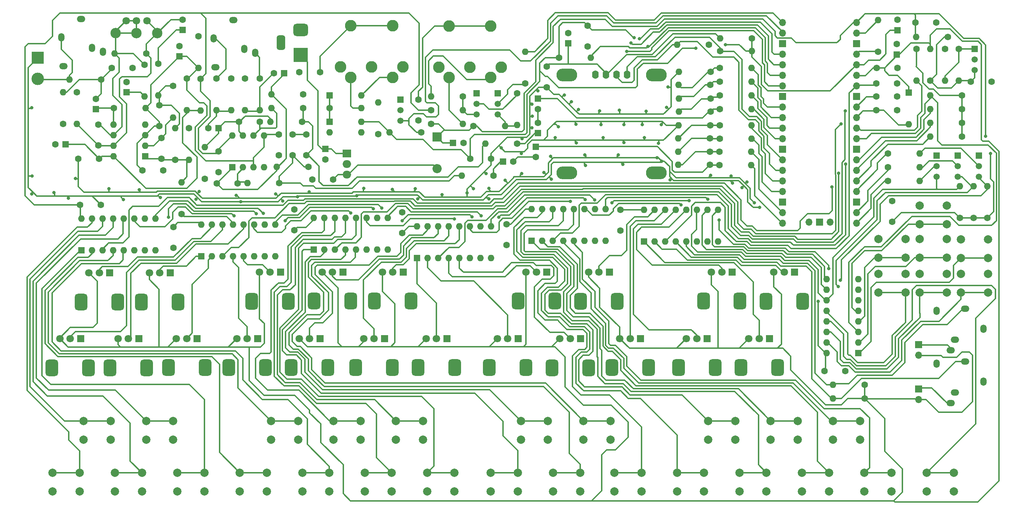
<source format=gbr>
%TF.GenerationSoftware,KiCad,Pcbnew,(6.0.11)*%
%TF.CreationDate,2024-06-24T20:55:03-05:00*%
%TF.ProjectId,TrebleSynth,54726562-6c65-4537-996e-74682e6b6963,rev?*%
%TF.SameCoordinates,Original*%
%TF.FileFunction,Copper,L2,Bot*%
%TF.FilePolarity,Positive*%
%FSLAX46Y46*%
G04 Gerber Fmt 4.6, Leading zero omitted, Abs format (unit mm)*
G04 Created by KiCad (PCBNEW (6.0.11)) date 2024-06-24 20:55:03*
%MOMM*%
%LPD*%
G01*
G04 APERTURE LIST*
G04 Aperture macros list*
%AMRoundRect*
0 Rectangle with rounded corners*
0 $1 Rounding radius*
0 $2 $3 $4 $5 $6 $7 $8 $9 X,Y pos of 4 corners*
0 Add a 4 corners polygon primitive as box body*
4,1,4,$2,$3,$4,$5,$6,$7,$8,$9,$2,$3,0*
0 Add four circle primitives for the rounded corners*
1,1,$1+$1,$2,$3*
1,1,$1+$1,$4,$5*
1,1,$1+$1,$6,$7*
1,1,$1+$1,$8,$9*
0 Add four rect primitives between the rounded corners*
20,1,$1+$1,$2,$3,$4,$5,0*
20,1,$1+$1,$4,$5,$6,$7,0*
20,1,$1+$1,$6,$7,$8,$9,0*
20,1,$1+$1,$8,$9,$2,$3,0*%
G04 Aperture macros list end*
%TA.AperFunction,ComponentPad*%
%ADD10C,1.600000*%
%TD*%
%TA.AperFunction,ComponentPad*%
%ADD11O,1.600000X1.600000*%
%TD*%
%TA.AperFunction,ComponentPad*%
%ADD12C,2.000000*%
%TD*%
%TA.AperFunction,ComponentPad*%
%ADD13R,1.600000X1.600000*%
%TD*%
%TA.AperFunction,ComponentPad*%
%ADD14R,1.500000X1.500000*%
%TD*%
%TA.AperFunction,ComponentPad*%
%ADD15C,1.500000*%
%TD*%
%TA.AperFunction,ComponentPad*%
%ADD16O,1.500000X2.000000*%
%TD*%
%TA.AperFunction,ComponentPad*%
%ADD17O,2.000000X1.500000*%
%TD*%
%TA.AperFunction,ComponentPad*%
%ADD18R,2.200000X2.200000*%
%TD*%
%TA.AperFunction,ComponentPad*%
%ADD19O,2.200000X2.200000*%
%TD*%
%TA.AperFunction,ComponentPad*%
%ADD20R,1.800000X1.800000*%
%TD*%
%TA.AperFunction,ComponentPad*%
%ADD21C,1.800000*%
%TD*%
%TA.AperFunction,ComponentPad*%
%ADD22RoundRect,0.750000X-0.750000X1.250000X-0.750000X-1.250000X0.750000X-1.250000X0.750000X1.250000X0*%
%TD*%
%TA.AperFunction,ComponentPad*%
%ADD23R,2.000000X1.905000*%
%TD*%
%TA.AperFunction,ComponentPad*%
%ADD24O,2.000000X1.905000*%
%TD*%
%TA.AperFunction,ComponentPad*%
%ADD25R,1.700000X1.700000*%
%TD*%
%TA.AperFunction,ComponentPad*%
%ADD26O,1.700000X1.700000*%
%TD*%
%TA.AperFunction,ComponentPad*%
%ADD27C,2.800000*%
%TD*%
%TA.AperFunction,ComponentPad*%
%ADD28R,3.500000X3.500000*%
%TD*%
%TA.AperFunction,ComponentPad*%
%ADD29RoundRect,0.750000X-1.000000X0.750000X-1.000000X-0.750000X1.000000X-0.750000X1.000000X0.750000X0*%
%TD*%
%TA.AperFunction,ComponentPad*%
%ADD30RoundRect,0.500000X-0.500000X1.250000X-0.500000X-1.250000X0.500000X-1.250000X0.500000X1.250000X0*%
%TD*%
%TA.AperFunction,ComponentPad*%
%ADD31R,3.000000X3.000000*%
%TD*%
%TA.AperFunction,ComponentPad*%
%ADD32C,3.000000*%
%TD*%
%TA.AperFunction,ComponentPad*%
%ADD33C,2.500000*%
%TD*%
%TA.AperFunction,WasherPad*%
%ADD34O,5.000000X3.100000*%
%TD*%
%TA.AperFunction,ComponentPad*%
%ADD35O,1.600000X2.000000*%
%TD*%
%TA.AperFunction,ViaPad*%
%ADD36C,0.800000*%
%TD*%
%TA.AperFunction,Conductor*%
%ADD37C,0.350000*%
%TD*%
G04 APERTURE END LIST*
D10*
%TO.P,R36,1*%
%TO.N,+3V3*%
X190940000Y-46280000D03*
D11*
%TO.P,R36,2*%
%TO.N,SCL*%
X183320000Y-46280000D03*
%TD*%
D12*
%TO.P,SW23,1,1*%
%TO.N,GND*%
X227250000Y-141250000D03*
X220750000Y-141250000D03*
%TO.P,SW23,2,2*%
%TO.N,Net-(SW23-Pad2)*%
X220750000Y-136750000D03*
X227250000Y-136750000D03*
%TD*%
D10*
%TO.P,C22,1*%
%TO.N,GND*%
X236226000Y-51878000D03*
%TO.P,C22,2*%
%TO.N,VREF*%
X231226000Y-51878000D03*
%TD*%
D13*
%TO.P,C15,1*%
%TO.N,Net-(C13-Pad1)*%
X88906000Y-53148000D03*
D10*
%TO.P,C15,2*%
%TO.N,Net-(C15-Pad2)*%
X86406000Y-53148000D03*
%TD*%
D14*
%TO.P,Q3,1,E*%
%TO.N,GND*%
X255784000Y-72960000D03*
D15*
%TO.P,Q3,2,B*%
%TO.N,Net-(Q3-Pad2)*%
X255784000Y-75500000D03*
%TO.P,Q3,3,C*%
%TO.N,CTRLC*%
X255784000Y-78040000D03*
%TD*%
D16*
%TO.P,J8,G*%
%TO.N,GND*%
X256878000Y-114616000D03*
D17*
%TO.P,J8,S1*%
%TO.N,Net-(J8-PadS1)*%
X248978000Y-119816000D03*
%TO.P,J8,SN1*%
%TO.N,unconnected-(J8-PadSN1)*%
X249978000Y-117216000D03*
%TO.P,J8,T1*%
%TO.N,Net-(J8-PadT1)*%
X252478000Y-109816000D03*
D16*
%TO.P,J8,TN1*%
%TO.N,unconnected-(J8-PadTN1)*%
X245578000Y-110316000D03*
%TD*%
D10*
%TO.P,R46,1*%
%TO.N,Net-(J3-PadT1)*%
X72650000Y-54418000D03*
D11*
%TO.P,R46,2*%
%TO.N,Net-(C38-Pad2)*%
X72650000Y-62038000D03*
%TD*%
D10*
%TO.P,R9,1*%
%TO.N,Net-(C7-Pad1)*%
X58680000Y-50862000D03*
D11*
%TO.P,R9,2*%
%TO.N,Net-(C8-Pad2)*%
X58680000Y-58482000D03*
%TD*%
D18*
%TO.P,D1,1,K*%
%TO.N,+5V*%
X125600000Y-68475000D03*
D19*
%TO.P,D1,2,A*%
%TO.N,Net-(C21-Pad1)*%
X125600000Y-76095000D03*
%TD*%
D10*
%TO.P,R56,1*%
%TO.N,FROMDAC2*%
X193554000Y-61784000D03*
D11*
%TO.P,R56,2*%
%TO.N,Net-(R56-Pad2)*%
X201174000Y-61784000D03*
%TD*%
D20*
%TO.P,RV19,1,1*%
%TO.N,GND*%
X190500000Y-116950000D03*
D21*
%TO.P,RV19,2,2*%
%TO.N,Net-(RV19-Pad2)*%
X188000000Y-116950000D03*
%TO.P,RV19,3,3*%
%TO.N,VREF*%
X185500000Y-116950000D03*
D22*
%TO.P,RV19,MP*%
%TO.N,N/C*%
X183600000Y-123950000D03*
X192400000Y-123950000D03*
%TD*%
D10*
%TO.P,C46,1*%
%TO.N,Net-(C46-Pad1)*%
X44290000Y-70490000D03*
%TO.P,C46,2*%
%TO.N,Net-(C46-Pad2)*%
X44290000Y-65490000D03*
%TD*%
D14*
%TO.P,Q5,1,E*%
%TO.N,GND*%
X135134000Y-57974000D03*
D15*
%TO.P,Q5,2,B*%
%TO.N,Net-(Q5-Pad2)*%
X135134000Y-60514000D03*
%TO.P,Q5,3,C*%
%TO.N,Net-(Q5-Pad3)*%
X135134000Y-63054000D03*
%TD*%
D20*
%TO.P,RV10,1,1*%
%TO.N,GND*%
X103000000Y-100950000D03*
D21*
%TO.P,RV10,2,2*%
%TO.N,Net-(RV10-Pad2)*%
X100500000Y-100950000D03*
%TO.P,RV10,3,3*%
%TO.N,VREF*%
X98000000Y-100950000D03*
D22*
%TO.P,RV10,MP*%
%TO.N,N/C*%
X104900000Y-107950000D03*
X96100000Y-107950000D03*
%TD*%
D10*
%TO.P,R19,1*%
%TO.N,Net-(C36-Pad2)*%
X93224000Y-64832000D03*
D11*
%TO.P,R19,2*%
%TO.N,Net-(C37-Pad1)*%
X85604000Y-64832000D03*
%TD*%
D23*
%TO.P,U4,1,VI*%
%TO.N,Net-(C20-Pad1)*%
X103920000Y-72410000D03*
D24*
%TO.P,U4,2,GND*%
%TO.N,GND*%
X103920000Y-74950000D03*
%TO.P,U4,3,VO*%
%TO.N,Net-(C21-Pad1)*%
X103920000Y-77490000D03*
%TD*%
D17*
%TO.P,J3,G*%
%TO.N,GND*%
X76714000Y-40370000D03*
D16*
%TO.P,J3,S1*%
%TO.N,Net-(J3-PadS1)*%
X81914000Y-48270000D03*
%TO.P,J3,SN1*%
%TO.N,unconnected-(J3-PadSN1)*%
X79314000Y-47270000D03*
%TO.P,J3,T1*%
%TO.N,Net-(J3-PadT1)*%
X71914000Y-44770000D03*
D17*
%TO.P,J3,TN1*%
%TO.N,unconnected-(J3-PadTN1)*%
X72414000Y-51670000D03*
%TD*%
D25*
%TO.P,JP2,1,A*%
%TO.N,Net-(J9-PadS1)*%
X241306000Y-129094000D03*
D26*
%TO.P,JP2,2,B*%
%TO.N,VREF*%
X241306000Y-131634000D03*
%TD*%
D10*
%TO.P,R64,1*%
%TO.N,+5V*%
X124212000Y-62038000D03*
D11*
%TO.P,R64,2*%
%TO.N,Net-(Q5-Pad3)*%
X131832000Y-62038000D03*
%TD*%
D13*
%TO.P,C11,1*%
%TO.N,Net-(C11-Pad1)*%
X141425000Y-74400000D03*
D10*
%TO.P,C11,2*%
%TO.N,Net-(C10-Pad2)*%
X143925000Y-74400000D03*
%TD*%
%TO.P,C41,1*%
%TO.N,+5V*%
X117220000Y-91580000D03*
%TO.P,C41,2*%
%TO.N,GND*%
X117220000Y-86580000D03*
%TD*%
D12*
%TO.P,SW32,1,1*%
%TO.N,GND*%
X238154000Y-93026000D03*
X231654000Y-93026000D03*
%TO.P,SW32,2,2*%
%TO.N,Net-(SW32-Pad2)*%
X238154000Y-97526000D03*
X231654000Y-97526000D03*
%TD*%
%TO.P,SW14,1,1*%
%TO.N,GND*%
X145750000Y-141250000D03*
X152250000Y-141250000D03*
%TO.P,SW14,2,2*%
%TO.N,Net-(SW14-Pad2)*%
X145750000Y-136750000D03*
X152250000Y-136750000D03*
%TD*%
D10*
%TO.P,R21,1*%
%TO.N,GND*%
X79508000Y-54418000D03*
D11*
%TO.P,R21,2*%
%TO.N,Net-(C15-Pad2)*%
X79508000Y-62038000D03*
%TD*%
D13*
%TO.P,C4,1*%
%TO.N,Net-(C4-Pad1)*%
X43694000Y-61784000D03*
D10*
%TO.P,C4,2*%
%TO.N,Net-(C3-Pad1)*%
X43694000Y-59284000D03*
%TD*%
%TO.P,R23,1*%
%TO.N,Net-(R23-Pad1)*%
X231580000Y-48000000D03*
D11*
%TO.P,R23,2*%
%TO.N,Net-(R23-Pad2)*%
X231580000Y-40380000D03*
%TD*%
D16*
%TO.P,J9,G*%
%TO.N,GND*%
X256878000Y-127316000D03*
D17*
%TO.P,J9,S1*%
%TO.N,Net-(J9-PadS1)*%
X248978000Y-132516000D03*
%TO.P,J9,SN1*%
%TO.N,unconnected-(J9-PadSN1)*%
X249978000Y-129916000D03*
%TO.P,J9,T1*%
%TO.N,Net-(J9-PadT1)*%
X252478000Y-122516000D03*
D16*
%TO.P,J9,TN1*%
%TO.N,unconnected-(J9-PadTN1)*%
X245578000Y-123016000D03*
%TD*%
D10*
%TO.P,R68,1*%
%TO.N,GND*%
X111530000Y-67820000D03*
D11*
%TO.P,R68,2*%
%TO.N,Net-(Q6-Pad2)*%
X111530000Y-60200000D03*
%TD*%
D10*
%TO.P,R10,1*%
%TO.N,Net-(C8-Pad2)*%
X62236000Y-56196000D03*
D11*
%TO.P,R10,2*%
%TO.N,Net-(C9-Pad2)*%
X62236000Y-63816000D03*
%TD*%
D10*
%TO.P,R70,1*%
%TO.N,+5V*%
X257816000Y-87946000D03*
D11*
%TO.P,R70,2*%
%TO.N,CTRLC*%
X257816000Y-80326000D03*
%TD*%
D13*
%TO.P,C10,1*%
%TO.N,FROMDAC1*%
X149375000Y-70800000D03*
D10*
%TO.P,C10,2*%
%TO.N,Net-(C10-Pad2)*%
X149375000Y-73300000D03*
%TD*%
D20*
%TO.P,RV7,1,1*%
%TO.N,GND*%
X82500000Y-116950000D03*
D21*
%TO.P,RV7,2,2*%
%TO.N,Net-(RV7-Pad2)*%
X80000000Y-116950000D03*
%TO.P,RV7,3,3*%
%TO.N,VREF*%
X77500000Y-116950000D03*
D22*
%TO.P,RV7,MP*%
%TO.N,N/C*%
X84400000Y-123950000D03*
X75600000Y-123950000D03*
%TD*%
D25*
%TO.P,JP1,1,A*%
%TO.N,Net-(J8-PadS1)*%
X241306000Y-118426000D03*
D26*
%TO.P,JP1,2,B*%
%TO.N,VREF*%
X241306000Y-120966000D03*
%TD*%
D13*
%TO.P,U6,1,X4*%
%TO.N,Net-(SW5-Pad2)*%
X40160000Y-95770000D03*
D11*
%TO.P,U6,2,X6*%
%TO.N,Net-(SW6-Pad2)*%
X42700000Y-95770000D03*
%TO.P,U6,3,X*%
%TO.N,BUTTON1*%
X45240000Y-95770000D03*
%TO.P,U6,4,X7*%
%TO.N,Net-(SW7-Pad2)*%
X47780000Y-95770000D03*
%TO.P,U6,5,X5*%
%TO.N,Net-(SW8-Pad2)*%
X50320000Y-95770000D03*
%TO.P,U6,6,Inh*%
%TO.N,GND*%
X52860000Y-95770000D03*
%TO.P,U6,7,VEE*%
X55400000Y-95770000D03*
%TO.P,U6,8,VSS*%
X57940000Y-95770000D03*
%TO.P,U6,9,C*%
%TO.N,CTRLC*%
X57940000Y-88150000D03*
%TO.P,U6,10,B*%
%TO.N,CTRLB*%
X55400000Y-88150000D03*
%TO.P,U6,11,A*%
%TO.N,CTRLA*%
X52860000Y-88150000D03*
%TO.P,U6,12,X3*%
%TO.N,Net-(SW4-Pad2)*%
X50320000Y-88150000D03*
%TO.P,U6,13,X0*%
%TO.N,Net-(SW3-Pad2)*%
X47780000Y-88150000D03*
%TO.P,U6,14,X1*%
%TO.N,Net-(SW2-Pad2)*%
X45240000Y-88150000D03*
%TO.P,U6,15,X2*%
%TO.N,Net-(SW1-Pad2)*%
X42700000Y-88150000D03*
%TO.P,U6,16,VDD*%
%TO.N,+5V*%
X40160000Y-88150000D03*
%TD*%
D10*
%TO.P,C36,1*%
%TO.N,BIAS*%
X94240000Y-67880000D03*
%TO.P,C36,2*%
%TO.N,Net-(C36-Pad2)*%
X94240000Y-72880000D03*
%TD*%
%TO.P,C24,1*%
%TO.N,GND*%
X151950000Y-56500000D03*
%TO.P,C24,2*%
%TO.N,Net-(Brd1-Pad2)*%
X151950000Y-51500000D03*
%TD*%
%TO.P,R28,1*%
%TO.N,Net-(R28-Pad1)*%
X191250000Y-65670000D03*
D11*
%TO.P,R28,2*%
%TO.N,GND*%
X183630000Y-65670000D03*
%TD*%
D10*
%TO.P,R2,1*%
%TO.N,GND*%
X68332000Y-44258000D03*
D11*
%TO.P,R2,2*%
%TO.N,BIAS*%
X68332000Y-51878000D03*
%TD*%
D12*
%TO.P,SW17,1,1*%
%TO.N,GND*%
X174750000Y-153750000D03*
X168250000Y-153750000D03*
%TO.P,SW17,2,2*%
%TO.N,Net-(SW17-Pad2)*%
X174750000Y-149250000D03*
X168250000Y-149250000D03*
%TD*%
D14*
%TO.P,Q2,1,E*%
%TO.N,GND*%
X250704000Y-72960000D03*
D15*
%TO.P,Q2,2,B*%
%TO.N,Net-(Q2-Pad2)*%
X250704000Y-75500000D03*
%TO.P,Q2,3,C*%
%TO.N,CTRLB*%
X250704000Y-78040000D03*
%TD*%
D10*
%TO.P,R14,1*%
%TO.N,Net-(C12-Pad2)*%
X87700000Y-79570000D03*
D11*
%TO.P,R14,2*%
%TO.N,Net-(C13-Pad2)*%
X80080000Y-79570000D03*
%TD*%
D20*
%TO.P,RV12,1,1*%
%TO.N,GND*%
X117500000Y-100950000D03*
D21*
%TO.P,RV12,2,2*%
%TO.N,Net-(RV12-Pad2)*%
X115000000Y-100950000D03*
%TO.P,RV12,3,3*%
%TO.N,VREF*%
X112500000Y-100950000D03*
D22*
%TO.P,RV12,MP*%
%TO.N,N/C*%
X110600000Y-107950000D03*
X119400000Y-107950000D03*
%TD*%
D10*
%TO.P,R47,1*%
%TO.N,VREF*%
X228352000Y-128078000D03*
D11*
%TO.P,R47,2*%
%TO.N,Net-(J8-PadT1)*%
X220732000Y-128078000D03*
%TD*%
D20*
%TO.P,RV13,1,1*%
%TO.N,GND*%
X128000000Y-116950000D03*
D21*
%TO.P,RV13,2,2*%
%TO.N,Net-(RV13-Pad2)*%
X125500000Y-116950000D03*
%TO.P,RV13,3,3*%
%TO.N,VREF*%
X123000000Y-116950000D03*
D22*
%TO.P,RV13,MP*%
%TO.N,N/C*%
X129900000Y-123950000D03*
X121100000Y-123950000D03*
%TD*%
D10*
%TO.P,C12,1*%
%TO.N,BIAS*%
X90938000Y-67880000D03*
%TO.P,C12,2*%
%TO.N,Net-(C12-Pad2)*%
X90938000Y-72880000D03*
%TD*%
%TO.P,R65,1*%
%TO.N,Net-(Q5-Pad3)*%
X131830000Y-58720000D03*
D11*
%TO.P,R65,2*%
%TO.N,Net-(J11-Pad5)*%
X124210000Y-58720000D03*
%TD*%
D10*
%TO.P,R16,1*%
%TO.N,GND*%
X93478000Y-58228000D03*
D11*
%TO.P,R16,2*%
%TO.N,Net-(C13-Pad1)*%
X85858000Y-58228000D03*
%TD*%
D10*
%TO.P,C26,1*%
%TO.N,ADC2*%
X231146000Y-55610000D03*
%TO.P,C26,2*%
%TO.N,GND*%
X236146000Y-55610000D03*
%TD*%
D12*
%TO.P,SW22,1,1*%
%TO.N,GND*%
X213250000Y-153750000D03*
X219750000Y-153750000D03*
%TO.P,SW22,2,2*%
%TO.N,Net-(SW22-Pad2)*%
X213250000Y-149250000D03*
X219750000Y-149250000D03*
%TD*%
D13*
%TO.P,U7,1*%
%TO.N,Net-(D3-Pad1)*%
X99838000Y-64827000D03*
D11*
%TO.P,U7,2*%
%TO.N,Net-(D3-Pad2)*%
X99838000Y-67367000D03*
%TO.P,U7,3*%
%TO.N,Net-(Q6-Pad2)*%
X107458000Y-67367000D03*
%TO.P,U7,4*%
%TO.N,+3V3*%
X107458000Y-64827000D03*
%TD*%
D27*
%TO.P,J11,1*%
%TO.N,unconnected-(J11-Pad1)*%
X126030000Y-51690000D03*
%TO.P,J11,2*%
%TO.N,GND*%
X133530000Y-51690000D03*
%TO.P,J11,3*%
%TO.N,unconnected-(J11-Pad3)*%
X141030000Y-51690000D03*
%TO.P,J11,4*%
%TO.N,Net-(J11-Pad4)*%
X128530000Y-54190000D03*
%TO.P,J11,5*%
%TO.N,Net-(J11-Pad5)*%
X138530000Y-54190000D03*
%TO.P,J11,G*%
%TO.N,Net-(C40-Pad1)*%
X128530000Y-41790000D03*
X138530000Y-41790000D03*
%TD*%
D28*
%TO.P,J5,1*%
%TO.N,Net-(C20-Pad1)*%
X92840000Y-48760000D03*
D29*
%TO.P,J5,2*%
%TO.N,GND*%
X92840000Y-42760000D03*
D30*
%TO.P,J5,3*%
%TO.N,unconnected-(J5-Pad3)*%
X88140000Y-45760000D03*
%TD*%
D13*
%TO.P,U12,1,X4*%
%TO.N,Net-(SW29-Pad2)*%
X226828000Y-120458000D03*
D11*
%TO.P,U12,2,X6*%
%TO.N,Net-(SW31-Pad2)*%
X226828000Y-117918000D03*
%TO.P,U12,3,X*%
%TO.N,BUTTON4*%
X226828000Y-115378000D03*
%TO.P,U12,4,X7*%
%TO.N,Net-(SW32-Pad2)*%
X226828000Y-112838000D03*
%TO.P,U12,5,X5*%
%TO.N,Net-(SW26-Pad2)*%
X226828000Y-110298000D03*
%TO.P,U12,6,Inh*%
%TO.N,GND*%
X226828000Y-107758000D03*
%TO.P,U12,7,VEE*%
X226828000Y-105218000D03*
%TO.P,U12,8,VSS*%
X226828000Y-102678000D03*
%TO.P,U12,9,C*%
%TO.N,CTRLC*%
X219208000Y-102678000D03*
%TO.P,U12,10,B*%
%TO.N,CTRLB*%
X219208000Y-105218000D03*
%TO.P,U12,11,A*%
%TO.N,CTRLA*%
X219208000Y-107758000D03*
%TO.P,U12,12,X3*%
%TO.N,Net-(SW30-Pad2)*%
X219208000Y-110298000D03*
%TO.P,U12,13,X0*%
%TO.N,Net-(SW25-Pad2)*%
X219208000Y-112838000D03*
%TO.P,U12,14,X1*%
%TO.N,Net-(SW27-Pad2)*%
X219208000Y-115378000D03*
%TO.P,U12,15,X2*%
%TO.N,Net-(SW28-Pad2)*%
X219208000Y-117918000D03*
%TO.P,U12,16,VDD*%
%TO.N,+5V*%
X219208000Y-120458000D03*
%TD*%
D10*
%TO.P,C1,1*%
%TO.N,BIAS*%
X87636000Y-67880000D03*
%TO.P,C1,2*%
%TO.N,GND*%
X87636000Y-72880000D03*
%TD*%
D12*
%TO.P,SW31,1,1*%
%TO.N,GND*%
X248060000Y-93026000D03*
X241560000Y-93026000D03*
%TO.P,SW31,2,2*%
%TO.N,Net-(SW31-Pad2)*%
X241560000Y-97526000D03*
X248060000Y-97526000D03*
%TD*%
D10*
%TO.P,C8,1*%
%TO.N,BIAS*%
X58934000Y-65848000D03*
%TO.P,C8,2*%
%TO.N,Net-(C8-Pad2)*%
X58934000Y-60848000D03*
%TD*%
D20*
%TO.P,RV17,1,1*%
%TO.N,GND*%
X167000000Y-101000000D03*
D21*
%TO.P,RV17,2,2*%
%TO.N,Net-(RV17-Pad2)*%
X164500000Y-101000000D03*
%TO.P,RV17,3,3*%
%TO.N,VREF*%
X162000000Y-101000000D03*
D22*
%TO.P,RV17,MP*%
%TO.N,N/C*%
X168900000Y-108000000D03*
X160100000Y-108000000D03*
%TD*%
D10*
%TO.P,C39,1*%
%TO.N,Net-(C39-Pad1)*%
X97542000Y-52894000D03*
%TO.P,C39,2*%
%TO.N,GND*%
X92542000Y-52894000D03*
%TD*%
%TO.P,C29,1*%
%TO.N,+5V*%
X169678000Y-85954000D03*
%TO.P,C29,2*%
%TO.N,GND*%
X169678000Y-90954000D03*
%TD*%
%TO.P,R66,1*%
%TO.N,+5V*%
X124212000Y-65340000D03*
D11*
%TO.P,R66,2*%
%TO.N,Net-(J11-Pad4)*%
X131832000Y-65340000D03*
%TD*%
D20*
%TO.P,RV20,1,1*%
%TO.N,GND*%
X196500000Y-100950000D03*
D21*
%TO.P,RV20,2,2*%
%TO.N,Net-(RV20-Pad2)*%
X194000000Y-100950000D03*
%TO.P,RV20,3,3*%
%TO.N,VREF*%
X191500000Y-100950000D03*
D22*
%TO.P,RV20,MP*%
%TO.N,N/C*%
X189600000Y-107950000D03*
X198400000Y-107950000D03*
%TD*%
D12*
%TO.P,SW12,1,1*%
%TO.N,GND*%
X123250000Y-153750000D03*
X129750000Y-153750000D03*
%TO.P,SW12,2,2*%
%TO.N,Net-(SW12-Pad2)*%
X123250000Y-149250000D03*
X129750000Y-149250000D03*
%TD*%
D20*
%TO.P,RV6,1,1*%
%TO.N,GND*%
X68000000Y-116950000D03*
D21*
%TO.P,RV6,2,2*%
%TO.N,Net-(RV6-Pad2)*%
X65500000Y-116950000D03*
%TO.P,RV6,3,3*%
%TO.N,VREF*%
X63000000Y-116950000D03*
D22*
%TO.P,RV6,MP*%
%TO.N,N/C*%
X61100000Y-123950000D03*
X69900000Y-123950000D03*
%TD*%
D10*
%TO.P,R52,1*%
%TO.N,FROMDAC2*%
X191300000Y-62400000D03*
D11*
%TO.P,R52,2*%
%TO.N,Net-(R51-Pad1)*%
X183680000Y-62400000D03*
%TD*%
D13*
%TO.P,C7,1*%
%TO.N,Net-(C7-Pad1)*%
X64522000Y-42734000D03*
D10*
%TO.P,C7,2*%
%TO.N,Net-(C46-Pad1)*%
X64522000Y-40234000D03*
%TD*%
%TO.P,R62,1*%
%TO.N,Net-(D3-Pad1)*%
X99828000Y-61530000D03*
D11*
%TO.P,R62,2*%
%TO.N,Net-(J10-Pad4)*%
X107448000Y-61530000D03*
%TD*%
D10*
%TO.P,R11,1*%
%TO.N,Net-(C9-Pad1)*%
X62744000Y-73976000D03*
D11*
%TO.P,R11,2*%
%TO.N,Net-(C8-Pad2)*%
X62744000Y-66356000D03*
%TD*%
D10*
%TO.P,R72,1*%
%TO.N,+3V3*%
X251720000Y-61784000D03*
D11*
%TO.P,R72,2*%
%TO.N,BUTTON3*%
X244100000Y-61784000D03*
%TD*%
D10*
%TO.P,C14,1*%
%TO.N,+5V*%
X73158000Y-71944000D03*
%TO.P,C14,2*%
%TO.N,GND*%
X73158000Y-76944000D03*
%TD*%
D12*
%TO.P,SW11,1,1*%
%TO.N,GND*%
X115750000Y-141250000D03*
X122250000Y-141250000D03*
%TO.P,SW11,2,2*%
%TO.N,Net-(SW11-Pad2)*%
X115750000Y-136750000D03*
X122250000Y-136750000D03*
%TD*%
D13*
%TO.P,C34,1*%
%TO.N,VREF*%
X236050000Y-48650000D03*
D10*
%TO.P,C34,2*%
%TO.N,GND*%
X236050000Y-46150000D03*
%TD*%
%TO.P,R22,1*%
%TO.N,Net-(J3-PadS1)*%
X83064000Y-54418000D03*
D11*
%TO.P,R22,2*%
%TO.N,Net-(C15-Pad2)*%
X83064000Y-62038000D03*
%TD*%
D31*
%TO.P,J1,1,Pin_1*%
%TO.N,GND*%
X29710000Y-49430000D03*
D32*
%TO.P,J1,2,Pin_2*%
%TO.N,Net-(J1-Pad2)*%
X29710000Y-54510000D03*
%TD*%
D10*
%TO.P,C23,1*%
%TO.N,ADC0*%
X231146000Y-62038000D03*
%TO.P,C23,2*%
%TO.N,GND*%
X236146000Y-62038000D03*
%TD*%
D13*
%TO.P,C2,1*%
%TO.N,BIAS*%
X63760000Y-49084000D03*
D10*
%TO.P,C2,2*%
%TO.N,GND*%
X63760000Y-46584000D03*
%TD*%
%TO.P,R60,1*%
%TO.N,+5V*%
X68840000Y-54494000D03*
D11*
%TO.P,R60,2*%
%TO.N,Net-(C35-Pad1)*%
X68840000Y-62114000D03*
%TD*%
D13*
%TO.P,U8,1,X4*%
%TO.N,Net-(RV5-Pad2)*%
X68970000Y-97210000D03*
D11*
%TO.P,U8,2,X6*%
%TO.N,Net-(RV6-Pad2)*%
X71510000Y-97210000D03*
%TO.P,U8,3,X*%
%TO.N,ADC0*%
X74050000Y-97210000D03*
%TO.P,U8,4,X7*%
%TO.N,Net-(RV7-Pad2)*%
X76590000Y-97210000D03*
%TO.P,U8,5,X5*%
%TO.N,Net-(RV8-Pad2)*%
X79130000Y-97210000D03*
%TO.P,U8,6,Inh*%
%TO.N,GND*%
X81670000Y-97210000D03*
%TO.P,U8,7,VEE*%
X84210000Y-97210000D03*
%TO.P,U8,8,VSS*%
X86750000Y-97210000D03*
%TO.P,U8,9,C*%
%TO.N,CTRLC*%
X86750000Y-89590000D03*
%TO.P,U8,10,B*%
%TO.N,CTRLB*%
X84210000Y-89590000D03*
%TO.P,U8,11,A*%
%TO.N,CTRLA*%
X81670000Y-89590000D03*
%TO.P,U8,12,X3*%
%TO.N,Net-(RV4-Pad2)*%
X79130000Y-89590000D03*
%TO.P,U8,13,X0*%
%TO.N,TOADC*%
X76590000Y-89590000D03*
%TO.P,U8,14,X1*%
%TO.N,Net-(RV2-Pad2)*%
X74050000Y-89590000D03*
%TO.P,U8,15,X2*%
%TO.N,Net-(RV3-Pad2)*%
X71510000Y-89590000D03*
%TO.P,U8,16,VDD*%
%TO.N,+5V*%
X68970000Y-89590000D03*
%TD*%
D10*
%TO.P,R25,1*%
%TO.N,Net-(R25-Pad1)*%
X250958000Y-47320000D03*
D11*
%TO.P,R25,2*%
%TO.N,Net-(C31-Pad2)*%
X250958000Y-54940000D03*
%TD*%
D10*
%TO.P,C18,1*%
%TO.N,BIAS*%
X54870000Y-76516000D03*
%TO.P,C18,2*%
%TO.N,GND*%
X59870000Y-76516000D03*
%TD*%
%TO.P,R39,1*%
%TO.N,+5V*%
X251212000Y-87946000D03*
D11*
%TO.P,R39,2*%
%TO.N,CTRLA*%
X251212000Y-80326000D03*
%TD*%
D10*
%TO.P,R55,1*%
%TO.N,Net-(R51-Pad1)*%
X193554000Y-58482000D03*
D11*
%TO.P,R55,2*%
%TO.N,Net-(R55-Pad2)*%
X201174000Y-58482000D03*
%TD*%
D20*
%TO.P,RV14,1,1*%
%TO.N,GND*%
X145100000Y-116950000D03*
D21*
%TO.P,RV14,2,2*%
%TO.N,Net-(RV14-Pad2)*%
X142600000Y-116950000D03*
%TO.P,RV14,3,3*%
%TO.N,VREF*%
X140100000Y-116950000D03*
D22*
%TO.P,RV14,MP*%
%TO.N,N/C*%
X147000000Y-123950000D03*
X138200000Y-123950000D03*
%TD*%
D10*
%TO.P,C13,1*%
%TO.N,Net-(C13-Pad1)*%
X72720000Y-79640000D03*
%TO.P,C13,2*%
%TO.N,Net-(C13-Pad2)*%
X77720000Y-79640000D03*
%TD*%
%TO.P,R73,1*%
%TO.N,+3V3*%
X251720000Y-58482000D03*
D11*
%TO.P,R73,2*%
%TO.N,BUTTON4*%
X244100000Y-58482000D03*
%TD*%
D10*
%TO.P,C30,1*%
%TO.N,+5V*%
X218700000Y-124776000D03*
%TO.P,C30,2*%
%TO.N,GND*%
X223700000Y-124776000D03*
%TD*%
D33*
%TO.P,RV1,1,1*%
%TO.N,Net-(C46-Pad2)*%
X48420000Y-43500000D03*
D21*
X50920000Y-40500000D03*
D33*
%TO.P,RV1,2,2*%
X53420000Y-43500000D03*
D21*
X53420000Y-40500000D03*
D33*
%TO.P,RV1,3,3*%
%TO.N,Net-(C46-Pad1)*%
X58420000Y-43500000D03*
D21*
X55920000Y-40500000D03*
%TD*%
D10*
%TO.P,R12,1*%
%TO.N,GND*%
X66046000Y-66356000D03*
D11*
%TO.P,R12,2*%
%TO.N,Net-(C9-Pad1)*%
X66046000Y-73976000D03*
%TD*%
D10*
%TO.P,R18,1*%
%TO.N,Net-(C36-Pad2)*%
X93478000Y-61530000D03*
D11*
%TO.P,R18,2*%
%TO.N,Net-(C37-Pad2)*%
X85858000Y-61530000D03*
%TD*%
D10*
%TO.P,R40,1*%
%TO.N,SEL1*%
X233940000Y-75754000D03*
D11*
%TO.P,R40,2*%
%TO.N,Net-(Q2-Pad2)*%
X241560000Y-75754000D03*
%TD*%
D26*
%TO.P,U3,1,GPIO0*%
%TO.N,TX0*%
X208570000Y-40910000D03*
%TO.P,U3,2,GPIO1*%
%TO.N,RX0*%
X208570000Y-43450000D03*
D25*
%TO.P,U3,3,GND*%
%TO.N,GND*%
X208570000Y-45990000D03*
D26*
%TO.P,U3,4,GPIO2*%
%TO.N,SCK*%
X208570000Y-48530000D03*
%TO.P,U3,5,GPIO3*%
%TO.N,MOSI*%
X208570000Y-51070000D03*
%TO.P,U3,6,GPIO4*%
%TO.N,MISO*%
X208570000Y-53610000D03*
%TO.P,U3,7,GPIO5*%
%TO.N,SPICS*%
X208570000Y-56150000D03*
D25*
%TO.P,U3,8,GND*%
%TO.N,GND*%
X208570000Y-58690000D03*
D26*
%TO.P,U3,9,GPIO6*%
%TO.N,Net-(R53-Pad2)*%
X208570000Y-61230000D03*
%TO.P,U3,10,GPIO7*%
%TO.N,Net-(R54-Pad2)*%
X208570000Y-63770000D03*
%TO.P,U3,11,GPIO8*%
%TO.N,Net-(R55-Pad2)*%
X208570000Y-66310000D03*
%TO.P,U3,12,GPIO9*%
%TO.N,Net-(R56-Pad2)*%
X208570000Y-68850000D03*
D25*
%TO.P,U3,13,GND*%
%TO.N,GND*%
X208570000Y-71390000D03*
D26*
%TO.P,U3,14,GPIO10*%
%TO.N,SDA*%
X208570000Y-73930000D03*
%TO.P,U3,15,GPIO11*%
%TO.N,SCL*%
X208570000Y-76470000D03*
%TO.P,U3,16,GPIO12*%
%TO.N,Net-(R29-Pad2)*%
X208570000Y-79010000D03*
%TO.P,U3,17,GPIO13*%
%TO.N,Net-(R31-Pad2)*%
X208570000Y-81550000D03*
D25*
%TO.P,U3,18,GND*%
%TO.N,GND*%
X208570000Y-84090000D03*
D26*
%TO.P,U3,19,GPIO14*%
%TO.N,Net-(R33-Pad2)*%
X208570000Y-86630000D03*
%TO.P,U3,20,GPIO15*%
%TO.N,Net-(R35-Pad2)*%
X208570000Y-89170000D03*
%TO.P,U3,21,GPIO16*%
%TO.N,SEL0*%
X226350000Y-89170000D03*
%TO.P,U3,22,GPIO17*%
%TO.N,SEL1*%
X226350000Y-86630000D03*
D25*
%TO.P,U3,23,GND*%
%TO.N,GND*%
X226350000Y-84090000D03*
D26*
%TO.P,U3,24,GPIO18*%
%TO.N,SEL2*%
X226350000Y-81550000D03*
%TO.P,U3,25,GPIO19*%
%TO.N,BUTTON1*%
X226350000Y-79010000D03*
%TO.P,U3,26,GPIO20*%
%TO.N,BUTTON2*%
X226350000Y-76470000D03*
%TO.P,U3,27,GPIO21*%
%TO.N,BUTTON3*%
X226350000Y-73930000D03*
D25*
%TO.P,U3,28,GND*%
%TO.N,GND*%
X226350000Y-71390000D03*
D26*
%TO.P,U3,29,GPIO22*%
%TO.N,BUTTON4*%
X226350000Y-68850000D03*
%TO.P,U3,30,RUN*%
%TO.N,Net-(R44-Pad2)*%
X226350000Y-66310000D03*
%TO.P,U3,31,GPIO26_ADC0*%
%TO.N,ADC0*%
X226350000Y-63770000D03*
%TO.P,U3,32,GPIO27_ADC1*%
%TO.N,ADC1*%
X226350000Y-61230000D03*
D25*
%TO.P,U3,33,AGND*%
%TO.N,GND*%
X226350000Y-58690000D03*
D26*
%TO.P,U3,34,GPIO28_ADC2*%
%TO.N,ADC2*%
X226350000Y-56150000D03*
%TO.P,U3,35,ADC_VREF*%
%TO.N,VREF*%
X226350000Y-53610000D03*
%TO.P,U3,36,3V3*%
%TO.N,+3V3*%
X226350000Y-51070000D03*
%TO.P,U3,37,3V3_EN*%
%TO.N,Net-(R23-Pad1)*%
X226350000Y-48530000D03*
D25*
%TO.P,U3,38,GND*%
%TO.N,GND*%
X226350000Y-45990000D03*
D26*
%TO.P,U3,39,VSYS*%
%TO.N,Net-(R23-Pad2)*%
X226350000Y-43450000D03*
%TO.P,U3,40,VBUS*%
%TO.N,+5V*%
X226350000Y-40910000D03*
%TO.P,U3,41,SWCLK*%
%TO.N,unconnected-(U3-Pad41)*%
X214920000Y-88940000D03*
D25*
%TO.P,U3,42,GND*%
%TO.N,unconnected-(U3-Pad42)*%
X217460000Y-88940000D03*
D26*
%TO.P,U3,43,SWDIO*%
%TO.N,unconnected-(U3-Pad43)*%
X220000000Y-88940000D03*
%TD*%
D20*
%TO.P,RV9,1,1*%
%TO.N,GND*%
X97500000Y-116950000D03*
D21*
%TO.P,RV9,2,2*%
%TO.N,Net-(RV9-Pad2)*%
X95000000Y-116950000D03*
%TO.P,RV9,3,3*%
%TO.N,VREF*%
X92500000Y-116950000D03*
D22*
%TO.P,RV9,MP*%
%TO.N,N/C*%
X90600000Y-123950000D03*
X99400000Y-123950000D03*
%TD*%
D12*
%TO.P,SW20,1,1*%
%TO.N,GND*%
X204750000Y-153750000D03*
X198250000Y-153750000D03*
%TO.P,SW20,2,2*%
%TO.N,Net-(SW20-Pad2)*%
X204750000Y-149250000D03*
X198250000Y-149250000D03*
%TD*%
D20*
%TO.P,RV11,1,1*%
%TO.N,GND*%
X113000000Y-116950000D03*
D21*
%TO.P,RV11,2,2*%
%TO.N,Net-(RV11-Pad2)*%
X110500000Y-116950000D03*
%TO.P,RV11,3,3*%
%TO.N,VREF*%
X108000000Y-116950000D03*
D22*
%TO.P,RV11,MP*%
%TO.N,N/C*%
X114900000Y-123950000D03*
X106100000Y-123950000D03*
%TD*%
D13*
%TO.P,C20,1*%
%TO.N,Net-(C20-Pad1)*%
X98800000Y-71374888D03*
D10*
%TO.P,C20,2*%
%TO.N,GND*%
X98800000Y-73874888D03*
%TD*%
%TO.P,R57,1*%
%TO.N,Net-(Q4-Pad2)*%
X146800000Y-55560000D03*
D11*
%TO.P,R57,2*%
%TO.N,TX0*%
X146800000Y-47940000D03*
%TD*%
D10*
%TO.P,C31,1*%
%TO.N,GND*%
X258792000Y-55180000D03*
%TO.P,C31,2*%
%TO.N,Net-(C31-Pad2)*%
X253792000Y-55180000D03*
%TD*%
%TO.P,C48,1*%
%TO.N,GND*%
X138590000Y-73710000D03*
%TO.P,C48,2*%
%TO.N,+3V3*%
X133590000Y-73710000D03*
%TD*%
%TO.P,R8,1*%
%TO.N,GND*%
X39122000Y-57720000D03*
D11*
%TO.P,R8,2*%
%TO.N,Net-(C46-Pad1)*%
X39122000Y-65340000D03*
%TD*%
D12*
%TO.P,SW10,1,1*%
%TO.N,GND*%
X108250000Y-153750000D03*
X114750000Y-153750000D03*
%TO.P,SW10,2,2*%
%TO.N,Net-(SW10-Pad2)*%
X108250000Y-149250000D03*
X114750000Y-149250000D03*
%TD*%
D27*
%TO.P,J10,1*%
%TO.N,unconnected-(J10-Pad1)*%
X102420000Y-51630000D03*
%TO.P,J10,2*%
%TO.N,GND*%
X109920000Y-51630000D03*
%TO.P,J10,3*%
%TO.N,unconnected-(J10-Pad3)*%
X117420000Y-51630000D03*
%TO.P,J10,4*%
%TO.N,Net-(J10-Pad4)*%
X104920000Y-54130000D03*
%TO.P,J10,5*%
%TO.N,Net-(D3-Pad2)*%
X114920000Y-54130000D03*
%TO.P,J10,G*%
%TO.N,Net-(C39-Pad1)*%
X104920000Y-41730000D03*
X114920000Y-41730000D03*
%TD*%
D12*
%TO.P,SW29,1,1*%
%TO.N,GND*%
X251466000Y-93062000D03*
X257966000Y-93062000D03*
%TO.P,SW29,2,2*%
%TO.N,Net-(SW29-Pad2)*%
X251466000Y-97562000D03*
X257966000Y-97562000D03*
%TD*%
D10*
%TO.P,R49,1*%
%TO.N,Net-(R49-Pad1)*%
X191310000Y-52810000D03*
D11*
%TO.P,R49,2*%
%TO.N,GND*%
X183690000Y-52810000D03*
%TD*%
D12*
%TO.P,SW24,1,1*%
%TO.N,GND*%
X234750000Y-153750000D03*
X228250000Y-153750000D03*
%TO.P,SW24,2,2*%
%TO.N,Net-(SW24-Pad2)*%
X228250000Y-149250000D03*
X234750000Y-149250000D03*
%TD*%
%TO.P,SW28,1,1*%
%TO.N,GND*%
X257966000Y-101408000D03*
X251466000Y-101408000D03*
%TO.P,SW28,2,2*%
%TO.N,Net-(SW28-Pad2)*%
X251466000Y-105908000D03*
X257966000Y-105908000D03*
%TD*%
D10*
%TO.P,C25,1*%
%TO.N,+5V*%
X240544000Y-40956000D03*
%TO.P,C25,2*%
%TO.N,GND*%
X245544000Y-40956000D03*
%TD*%
D20*
%TO.P,RV22,1,1*%
%TO.N,GND*%
X211500000Y-101000000D03*
D21*
%TO.P,RV22,2,2*%
%TO.N,Net-(RV22-Pad2)*%
X209000000Y-101000000D03*
%TO.P,RV22,3,3*%
%TO.N,VREF*%
X206500000Y-101000000D03*
D22*
%TO.P,RV22,MP*%
%TO.N,N/C*%
X204600000Y-108000000D03*
X213400000Y-108000000D03*
%TD*%
D10*
%TO.P,R67,1*%
%TO.N,+3V3*%
X154900000Y-49420000D03*
D11*
%TO.P,R67,2*%
%TO.N,MISO*%
X162520000Y-49420000D03*
%TD*%
D12*
%TO.P,SW7,1,1*%
%TO.N,GND*%
X92250000Y-141250000D03*
X85750000Y-141250000D03*
%TO.P,SW7,2,2*%
%TO.N,Net-(SW7-Pad2)*%
X92250000Y-136750000D03*
X85750000Y-136750000D03*
%TD*%
D13*
%TO.P,U13,1,X4*%
%TO.N,Net-(RV21-Pad2)*%
X175310000Y-93650000D03*
D11*
%TO.P,U13,2,X6*%
%TO.N,Net-(RV22-Pad2)*%
X177850000Y-93650000D03*
%TO.P,U13,3,X*%
%TO.N,ADC2*%
X180390000Y-93650000D03*
%TO.P,U13,4,X7*%
%TO.N,Net-(J9-PadT1)*%
X182930000Y-93650000D03*
%TO.P,U13,5,X5*%
%TO.N,Net-(J8-PadT1)*%
X185470000Y-93650000D03*
%TO.P,U13,6,Inh*%
%TO.N,GND*%
X188010000Y-93650000D03*
%TO.P,U13,7,VEE*%
X190550000Y-93650000D03*
%TO.P,U13,8,VSS*%
X193090000Y-93650000D03*
%TO.P,U13,9,C*%
%TO.N,CTRLC*%
X193090000Y-86030000D03*
%TO.P,U13,10,B*%
%TO.N,CTRLB*%
X190550000Y-86030000D03*
%TO.P,U13,11,A*%
%TO.N,CTRLA*%
X188010000Y-86030000D03*
%TO.P,U13,12,X3*%
%TO.N,Net-(RV20-Pad2)*%
X185470000Y-86030000D03*
%TO.P,U13,13,X0*%
%TO.N,Net-(RV19-Pad2)*%
X182930000Y-86030000D03*
%TO.P,U13,14,X1*%
%TO.N,Net-(RV18-Pad2)*%
X180390000Y-86030000D03*
%TO.P,U13,15,X2*%
%TO.N,Net-(RV17-Pad2)*%
X177850000Y-86030000D03*
%TO.P,U13,16,VDD*%
%TO.N,+5V*%
X175310000Y-86030000D03*
%TD*%
D10*
%TO.P,R41,1*%
%TO.N,+5V*%
X254514000Y-87946000D03*
D11*
%TO.P,R41,2*%
%TO.N,CTRLB*%
X254514000Y-80326000D03*
%TD*%
D10*
%TO.P,C44,1*%
%TO.N,+5V*%
X91330000Y-90890000D03*
%TO.P,C44,2*%
%TO.N,GND*%
X91330000Y-85890000D03*
%TD*%
%TO.P,R48,1*%
%TO.N,VREF*%
X228352000Y-131380000D03*
D11*
%TO.P,R48,2*%
%TO.N,Net-(J9-PadT1)*%
X220732000Y-131380000D03*
%TD*%
D10*
%TO.P,R29,1*%
%TO.N,Net-(R28-Pad1)*%
X193560000Y-65690000D03*
D11*
%TO.P,R29,2*%
%TO.N,Net-(R29-Pad2)*%
X201180000Y-65690000D03*
%TD*%
D10*
%TO.P,R1,1*%
%TO.N,BIAS*%
X65538000Y-54418000D03*
D11*
%TO.P,R1,2*%
%TO.N,Net-(C35-Pad1)*%
X65538000Y-62038000D03*
%TD*%
D12*
%TO.P,SW30,1,1*%
%TO.N,GND*%
X231654000Y-101408000D03*
X238154000Y-101408000D03*
%TO.P,SW30,2,2*%
%TO.N,Net-(SW30-Pad2)*%
X238154000Y-105908000D03*
X231654000Y-105908000D03*
%TD*%
%TO.P,SW26,1,1*%
%TO.N,GND*%
X241560000Y-84934000D03*
X248060000Y-84934000D03*
%TO.P,SW26,2,2*%
%TO.N,Net-(SW26-Pad2)*%
X248060000Y-89434000D03*
X241560000Y-89434000D03*
%TD*%
D17*
%TO.P,J2,G*%
%TO.N,GND*%
X40142000Y-40110000D03*
D16*
%TO.P,J2,S1*%
%TO.N,unconnected-(J2-PadS1)*%
X45342000Y-48010000D03*
%TO.P,J2,SN1*%
%TO.N,unconnected-(J2-PadSN1)*%
X42742000Y-47010000D03*
%TO.P,J2,T1*%
%TO.N,Net-(J1-Pad2)*%
X35342000Y-44510000D03*
D17*
%TO.P,J2,TN1*%
%TO.N,unconnected-(J2-PadTN1)*%
X35842000Y-51410000D03*
%TD*%
D20*
%TO.P,RV8,1,1*%
%TO.N,GND*%
X88000000Y-101000000D03*
D21*
%TO.P,RV8,2,2*%
%TO.N,Net-(RV8-Pad2)*%
X85500000Y-101000000D03*
%TO.P,RV8,3,3*%
%TO.N,VREF*%
X83000000Y-101000000D03*
D22*
%TO.P,RV8,MP*%
%TO.N,N/C*%
X81100000Y-108000000D03*
X89900000Y-108000000D03*
%TD*%
D10*
%TO.P,R27,1*%
%TO.N,Net-(C31-Pad2)*%
X248280000Y-44410000D03*
D11*
%TO.P,R27,2*%
%TO.N,+5V*%
X240660000Y-44410000D03*
%TD*%
D10*
%TO.P,R35,1*%
%TO.N,FROMDAC1*%
X193470000Y-75200000D03*
D11*
%TO.P,R35,2*%
%TO.N,Net-(R35-Pad2)*%
X201090000Y-75200000D03*
%TD*%
D10*
%TO.P,C47,1*%
%TO.N,+3V3*%
X161770000Y-41710000D03*
%TO.P,C47,2*%
%TO.N,GND*%
X161770000Y-46710000D03*
%TD*%
%TO.P,C43,1*%
%TO.N,+5V*%
X62260000Y-90130000D03*
%TO.P,C43,2*%
%TO.N,GND*%
X62260000Y-95130000D03*
%TD*%
D12*
%TO.P,SW2,1,1*%
%TO.N,GND*%
X47250000Y-141250000D03*
X40750000Y-141250000D03*
%TO.P,SW2,2,2*%
%TO.N,Net-(SW2-Pad2)*%
X40750000Y-136750000D03*
X47250000Y-136750000D03*
%TD*%
D10*
%TO.P,R59,1*%
%TO.N,Net-(C31-Pad2)*%
X244100000Y-54910000D03*
D11*
%TO.P,R59,2*%
%TO.N,VREF*%
X244100000Y-47290000D03*
%TD*%
D12*
%TO.P,SW3,1,1*%
%TO.N,GND*%
X48250000Y-153750000D03*
X54750000Y-153750000D03*
%TO.P,SW3,2,2*%
%TO.N,Net-(SW3-Pad2)*%
X54750000Y-149250000D03*
X48250000Y-149250000D03*
%TD*%
D10*
%TO.P,R54,1*%
%TO.N,Net-(R50-Pad1)*%
X193554000Y-55180000D03*
D11*
%TO.P,R54,2*%
%TO.N,Net-(R54-Pad2)*%
X201174000Y-55180000D03*
%TD*%
D34*
%TO.P,Brd1,*%
%TO.N,*%
X156800000Y-77100000D03*
X178300000Y-53600000D03*
X156800000Y-53600000D03*
X178300000Y-77100000D03*
D35*
%TO.P,Brd1,1,GND*%
%TO.N,GND*%
X163680000Y-53500000D03*
%TO.P,Brd1,2,VCC*%
%TO.N,Net-(Brd1-Pad2)*%
X166220000Y-53500000D03*
%TO.P,Brd1,3,SCL*%
%TO.N,SCL*%
X168760000Y-53500000D03*
%TO.P,Brd1,4,SDA*%
%TO.N,SDA*%
X171300000Y-53500000D03*
%TD*%
D20*
%TO.P,RV16,1,1*%
%TO.N,GND*%
X160100000Y-117000000D03*
D21*
%TO.P,RV16,2,2*%
%TO.N,Net-(RV16-Pad2)*%
X157600000Y-117000000D03*
%TO.P,RV16,3,3*%
%TO.N,VREF*%
X155100000Y-117000000D03*
D22*
%TO.P,RV16,MP*%
%TO.N,N/C*%
X153200000Y-124000000D03*
X162000000Y-124000000D03*
%TD*%
D12*
%TO.P,SW16,1,1*%
%TO.N,GND*%
X160750000Y-141250000D03*
X167250000Y-141250000D03*
%TO.P,SW16,2,2*%
%TO.N,Net-(SW16-Pad2)*%
X167250000Y-136750000D03*
X160750000Y-136750000D03*
%TD*%
D10*
%TO.P,R33,1*%
%TO.N,Net-(R32-Pad1)*%
X193470000Y-72060000D03*
D11*
%TO.P,R33,2*%
%TO.N,Net-(R33-Pad2)*%
X201090000Y-72060000D03*
%TD*%
D10*
%TO.P,C45,1*%
%TO.N,+5V*%
X234950000Y-88850000D03*
%TO.P,C45,2*%
%TO.N,GND*%
X234950000Y-83850000D03*
%TD*%
D12*
%TO.P,SW13,1,1*%
%TO.N,GND*%
X138500000Y-153750000D03*
X145000000Y-153750000D03*
%TO.P,SW13,2,2*%
%TO.N,Net-(SW13-Pad2)*%
X138500000Y-149250000D03*
X145000000Y-149250000D03*
%TD*%
D13*
%TO.P,C35,1*%
%TO.N,Net-(C35-Pad1)*%
X36410000Y-70280000D03*
D10*
%TO.P,C35,2*%
%TO.N,GND*%
X33910000Y-70280000D03*
%TD*%
D13*
%TO.P,C5,1*%
%TO.N,Net-(C5-Pad1)*%
X51070000Y-57750000D03*
D10*
%TO.P,C5,2*%
%TO.N,GND*%
X51070000Y-55250000D03*
%TD*%
%TO.P,R5,1*%
%TO.N,Net-(C46-Pad2)*%
X55378000Y-51116000D03*
D11*
%TO.P,R5,2*%
%TO.N,Net-(C5-Pad1)*%
X55378000Y-58736000D03*
%TD*%
D12*
%TO.P,SW6,1,1*%
%TO.N,GND*%
X78250000Y-153750000D03*
X84750000Y-153750000D03*
%TO.P,SW6,2,2*%
%TO.N,Net-(SW6-Pad2)*%
X84750000Y-149250000D03*
X78250000Y-149250000D03*
%TD*%
D20*
%TO.P,RV5,1,1*%
%TO.N,GND*%
X61500000Y-101154000D03*
D21*
%TO.P,RV5,2,2*%
%TO.N,Net-(RV5-Pad2)*%
X59000000Y-101154000D03*
%TO.P,RV5,3,3*%
%TO.N,VREF*%
X56500000Y-101154000D03*
D22*
%TO.P,RV5,MP*%
%TO.N,N/C*%
X54600000Y-108154000D03*
X63400000Y-108154000D03*
%TD*%
D14*
%TO.P,Q6,1,E*%
%TO.N,GND*%
X116846000Y-59498000D03*
D15*
%TO.P,Q6,2,B*%
%TO.N,Net-(Q6-Pad2)*%
X116846000Y-62038000D03*
%TO.P,Q6,3,C*%
%TO.N,RX0*%
X116846000Y-64578000D03*
%TD*%
D10*
%TO.P,R26,1*%
%TO.N,GND*%
X247656000Y-47306000D03*
D11*
%TO.P,R26,2*%
%TO.N,Net-(R25-Pad1)*%
X247656000Y-54926000D03*
%TD*%
D20*
%TO.P,RV2,1,1*%
%TO.N,GND*%
X40000000Y-117000000D03*
D21*
%TO.P,RV2,2,2*%
%TO.N,Net-(RV2-Pad2)*%
X37500000Y-117000000D03*
%TO.P,RV2,3,3*%
%TO.N,VREF*%
X35000000Y-117000000D03*
D22*
%TO.P,RV2,MP*%
%TO.N,N/C*%
X33100000Y-124000000D03*
X41900000Y-124000000D03*
%TD*%
D10*
%TO.P,C37,1*%
%TO.N,Net-(C37-Pad1)*%
X78024000Y-64832000D03*
%TO.P,C37,2*%
%TO.N,Net-(C37-Pad2)*%
X83024000Y-64832000D03*
%TD*%
D13*
%TO.P,C16,1*%
%TO.N,FROMDAC2*%
X149866000Y-59244000D03*
D10*
%TO.P,C16,2*%
%TO.N,Net-(C16-Pad2)*%
X149866000Y-61744000D03*
%TD*%
D13*
%TO.P,U10,1,X4*%
%TO.N,Net-(RV13-Pad2)*%
X120840000Y-97560000D03*
D11*
%TO.P,U10,2,X6*%
%TO.N,Net-(RV14-Pad2)*%
X123380000Y-97560000D03*
%TO.P,U10,3,X*%
%TO.N,ADC1*%
X125920000Y-97560000D03*
%TO.P,U10,4,X7*%
%TO.N,Net-(RV15-Pad2)*%
X128460000Y-97560000D03*
%TO.P,U10,5,X5*%
%TO.N,Net-(RV16-Pad2)*%
X131000000Y-97560000D03*
%TO.P,U10,6,Inh*%
%TO.N,GND*%
X133540000Y-97560000D03*
%TO.P,U10,7,VEE*%
X136080000Y-97560000D03*
%TO.P,U10,8,VSS*%
X138620000Y-97560000D03*
%TO.P,U10,9,C*%
%TO.N,CTRLC*%
X138620000Y-89940000D03*
%TO.P,U10,10,B*%
%TO.N,CTRLB*%
X136080000Y-89940000D03*
%TO.P,U10,11,A*%
%TO.N,CTRLA*%
X133540000Y-89940000D03*
%TO.P,U10,12,X3*%
%TO.N,Net-(RV12-Pad2)*%
X131000000Y-89940000D03*
%TO.P,U10,13,X0*%
%TO.N,Net-(RV11-Pad2)*%
X128460000Y-89940000D03*
%TO.P,U10,14,X1*%
%TO.N,Net-(RV10-Pad2)*%
X125920000Y-89940000D03*
%TO.P,U10,15,X2*%
%TO.N,Net-(RV9-Pad2)*%
X123380000Y-89940000D03*
%TO.P,U10,16,VDD*%
%TO.N,+5V*%
X120840000Y-89940000D03*
%TD*%
D12*
%TO.P,SW15,1,1*%
%TO.N,GND*%
X153500000Y-153750000D03*
X160000000Y-153750000D03*
%TO.P,SW15,2,2*%
%TO.N,Net-(SW15-Pad2)*%
X160000000Y-149250000D03*
X153500000Y-149250000D03*
%TD*%
D10*
%TO.P,R4,1*%
%TO.N,GND*%
X35840000Y-65300000D03*
D11*
%TO.P,R4,2*%
%TO.N,Net-(C3-Pad1)*%
X35840000Y-57680000D03*
%TD*%
D13*
%TO.P,U1,1*%
%TO.N,Net-(C9-Pad1)*%
X55560000Y-73100000D03*
D11*
%TO.P,U1,2,-*%
%TO.N,Net-(C9-Pad2)*%
X55560000Y-70560000D03*
%TO.P,U1,3,+*%
%TO.N,BIAS*%
X55560000Y-68020000D03*
%TO.P,U1,4,V-*%
%TO.N,GND*%
X55560000Y-65480000D03*
%TO.P,U1,5,+*%
%TO.N,Net-(C4-Pad1)*%
X47940000Y-65480000D03*
%TO.P,U1,6,-*%
%TO.N,Net-(C46-Pad2)*%
X47940000Y-68020000D03*
%TO.P,U1,7*%
%TO.N,Net-(C46-Pad1)*%
X47940000Y-70560000D03*
%TO.P,U1,8,V+*%
%TO.N,Net-(C35-Pad1)*%
X47940000Y-73100000D03*
%TD*%
D10*
%TO.P,R45,1*%
%TO.N,GND*%
X76206000Y-54418000D03*
D11*
%TO.P,R45,2*%
%TO.N,Net-(C38-Pad2)*%
X76206000Y-62038000D03*
%TD*%
D10*
%TO.P,C40,1*%
%TO.N,Net-(C40-Pad1)*%
X121164000Y-59498000D03*
%TO.P,C40,2*%
%TO.N,GND*%
X121164000Y-64498000D03*
%TD*%
D13*
%TO.P,D3,1,K*%
%TO.N,Net-(D3-Pad1)*%
X99828000Y-58482000D03*
D11*
%TO.P,D3,2,A*%
%TO.N,Net-(D3-Pad2)*%
X107448000Y-58482000D03*
%TD*%
D10*
%TO.P,R7,1*%
%TO.N,Net-(C46-Pad1)*%
X55790000Y-48390000D03*
D11*
%TO.P,R7,2*%
%TO.N,Net-(C46-Pad2)*%
X48170000Y-48390000D03*
%TD*%
D13*
%TO.P,C19,1*%
%TO.N,+5V*%
X129475000Y-69900000D03*
D10*
%TO.P,C19,2*%
%TO.N,GND*%
X131975000Y-69900000D03*
%TD*%
%TO.P,R3,1*%
%TO.N,Net-(C3-Pad1)*%
X44964000Y-54672000D03*
D11*
%TO.P,R3,2*%
%TO.N,Net-(J1-Pad2)*%
X37344000Y-54672000D03*
%TD*%
D10*
%TO.P,R38,1*%
%TO.N,SEL0*%
X233940000Y-79056000D03*
D11*
%TO.P,R38,2*%
%TO.N,Net-(Q1-Pad2)*%
X241560000Y-79056000D03*
%TD*%
D12*
%TO.P,SW4,1,1*%
%TO.N,GND*%
X62250000Y-141250000D03*
X55750000Y-141250000D03*
%TO.P,SW4,2,2*%
%TO.N,Net-(SW4-Pad2)*%
X55750000Y-136750000D03*
X62250000Y-136750000D03*
%TD*%
%TO.P,SW5,1,1*%
%TO.N,GND*%
X63250000Y-153750000D03*
X69750000Y-153750000D03*
%TO.P,SW5,2,2*%
%TO.N,Net-(SW5-Pad2)*%
X63250000Y-149250000D03*
X69750000Y-149250000D03*
%TD*%
D10*
%TO.P,R17,1*%
%TO.N,Net-(C17-Pad1)*%
X144825000Y-70050000D03*
D11*
%TO.P,R17,2*%
%TO.N,Net-(C36-Pad2)*%
X137205000Y-70050000D03*
%TD*%
D10*
%TO.P,R37,1*%
%TO.N,SDA*%
X193640000Y-47840000D03*
D11*
%TO.P,R37,2*%
%TO.N,+3V3*%
X201260000Y-47840000D03*
%TD*%
D10*
%TO.P,R20,1*%
%TO.N,GND*%
X69856000Y-78548000D03*
D11*
%TO.P,R20,2*%
%TO.N,Net-(C37-Pad1)*%
X69856000Y-70928000D03*
%TD*%
D10*
%TO.P,R43,1*%
%TO.N,+3V3*%
X251720000Y-68388000D03*
D11*
%TO.P,R43,2*%
%TO.N,BUTTON1*%
X244100000Y-68388000D03*
%TD*%
D13*
%TO.P,C32,1*%
%TO.N,Net-(Brd1-Pad2)*%
X157110000Y-45950000D03*
D10*
%TO.P,C32,2*%
%TO.N,GND*%
X157110000Y-43450000D03*
%TD*%
D20*
%TO.P,RV15,1,1*%
%TO.N,GND*%
X152000000Y-100950000D03*
D21*
%TO.P,RV15,2,2*%
%TO.N,Net-(RV15-Pad2)*%
X149500000Y-100950000D03*
%TO.P,RV15,3,3*%
%TO.N,VREF*%
X147000000Y-100950000D03*
D22*
%TO.P,RV15,MP*%
%TO.N,N/C*%
X145100000Y-107950000D03*
X153900000Y-107950000D03*
%TD*%
D10*
%TO.P,R32,1*%
%TO.N,Net-(R32-Pad1)*%
X191190000Y-72000000D03*
D11*
%TO.P,R32,2*%
%TO.N,Net-(R30-Pad1)*%
X183570000Y-72000000D03*
%TD*%
D14*
%TO.P,Q4,1,E*%
%TO.N,GND*%
X140214000Y-57974000D03*
D15*
%TO.P,Q4,2,B*%
%TO.N,Net-(Q4-Pad2)*%
X140214000Y-60514000D03*
%TO.P,Q4,3,C*%
%TO.N,Net-(Q4-Pad3)*%
X140214000Y-63054000D03*
%TD*%
D10*
%TO.P,C6,1*%
%TO.N,Net-(C35-Pad1)*%
X44456000Y-73722000D03*
%TO.P,C6,2*%
%TO.N,GND*%
X39456000Y-73722000D03*
%TD*%
%TO.P,R6,1*%
%TO.N,Net-(C4-Pad1)*%
X48012000Y-61530000D03*
D11*
%TO.P,R6,2*%
%TO.N,BIAS*%
X55632000Y-61530000D03*
%TD*%
D12*
%TO.P,SW27,1,1*%
%TO.N,GND*%
X248060000Y-101408000D03*
X241560000Y-101408000D03*
%TO.P,SW27,2,2*%
%TO.N,Net-(SW27-Pad2)*%
X248060000Y-105908000D03*
X241560000Y-105908000D03*
%TD*%
D11*
%TO.P,R58,2*%
%TO.N,Net-(Brd1-Pad2)*%
X193600000Y-44720000D03*
D10*
%TO.P,R58,1*%
%TO.N,+3V3*%
X201220000Y-44720000D03*
%TD*%
D14*
%TO.P,Q1,1,E*%
%TO.N,GND*%
X245624000Y-72960000D03*
D15*
%TO.P,Q1,2,B*%
%TO.N,Net-(Q1-Pad2)*%
X245624000Y-75500000D03*
%TO.P,Q1,3,C*%
%TO.N,CTRLA*%
X245624000Y-78040000D03*
%TD*%
D11*
%TO.P,R13,2*%
%TO.N,Net-(C12-Pad2)*%
X131550000Y-77810000D03*
D10*
%TO.P,R13,1*%
%TO.N,Net-(C11-Pad1)*%
X139170000Y-77810000D03*
%TD*%
%TO.P,R30,1*%
%TO.N,Net-(R30-Pad1)*%
X191190000Y-68820000D03*
D11*
%TO.P,R30,2*%
%TO.N,Net-(R28-Pad1)*%
X183570000Y-68820000D03*
%TD*%
D14*
%TO.P,U5,1,REF*%
%TO.N,Net-(R25-Pad1)*%
X254768000Y-47306000D03*
D15*
%TO.P,U5,2,A*%
%TO.N,GND*%
X254768000Y-49846000D03*
%TO.P,U5,3,K*%
%TO.N,Net-(C31-Pad2)*%
X254768000Y-52386000D03*
%TD*%
D20*
%TO.P,RV21,1,1*%
%TO.N,GND*%
X205500000Y-116950000D03*
D21*
%TO.P,RV21,2,2*%
%TO.N,Net-(RV21-Pad2)*%
X203000000Y-116950000D03*
%TO.P,RV21,3,3*%
%TO.N,VREF*%
X200500000Y-116950000D03*
D22*
%TO.P,RV21,MP*%
%TO.N,N/C*%
X207400000Y-123950000D03*
X198600000Y-123950000D03*
%TD*%
D12*
%TO.P,SW19,1,1*%
%TO.N,GND*%
X190750000Y-141250000D03*
X197250000Y-141250000D03*
%TO.P,SW19,2,2*%
%TO.N,Net-(SW19-Pad2)*%
X190750000Y-136750000D03*
X197250000Y-136750000D03*
%TD*%
D10*
%TO.P,R44,1*%
%TO.N,+3V3*%
X240798000Y-47306000D03*
D11*
%TO.P,R44,2*%
%TO.N,Net-(R44-Pad2)*%
X240798000Y-54926000D03*
%TD*%
D10*
%TO.P,R61,1*%
%TO.N,+5V*%
X134372000Y-65848000D03*
D11*
%TO.P,R61,2*%
%TO.N,Net-(Q4-Pad3)*%
X141992000Y-65848000D03*
%TD*%
D10*
%TO.P,R34,1*%
%TO.N,FROMDAC1*%
X191190000Y-75120000D03*
D11*
%TO.P,R34,2*%
%TO.N,Net-(R32-Pad1)*%
X183570000Y-75120000D03*
%TD*%
D10*
%TO.P,C21,1*%
%TO.N,Net-(C21-Pad1)*%
X100630000Y-78720000D03*
%TO.P,C21,2*%
%TO.N,GND*%
X95630000Y-78720000D03*
%TD*%
D13*
%TO.P,U2,1*%
%TO.N,Net-(C13-Pad1)*%
X76470000Y-75744000D03*
D11*
%TO.P,U2,2,-*%
%TO.N,Net-(C13-Pad2)*%
X79010000Y-75744000D03*
%TO.P,U2,3,+*%
%TO.N,BIAS*%
X81550000Y-75744000D03*
%TO.P,U2,4,V-*%
%TO.N,GND*%
X84090000Y-75744000D03*
%TO.P,U2,5,+*%
%TO.N,BIAS*%
X84090000Y-68124000D03*
%TO.P,U2,6,-*%
%TO.N,Net-(C37-Pad2)*%
X81550000Y-68124000D03*
%TO.P,U2,7*%
%TO.N,Net-(C37-Pad1)*%
X79010000Y-68124000D03*
%TO.P,U2,8,V+*%
%TO.N,+5V*%
X76470000Y-68124000D03*
%TD*%
D12*
%TO.P,SW18,1,1*%
%TO.N,GND*%
X183250000Y-153750000D03*
X189750000Y-153750000D03*
%TO.P,SW18,2,2*%
%TO.N,Net-(SW18-Pad2)*%
X189750000Y-149250000D03*
X183250000Y-149250000D03*
%TD*%
D13*
%TO.P,D2,1,K*%
%TO.N,VREF*%
X238940000Y-57780000D03*
D11*
%TO.P,D2,2,A*%
%TO.N,ADC0*%
X238940000Y-65400000D03*
%TD*%
D10*
%TO.P,R31,1*%
%TO.N,Net-(R30-Pad1)*%
X193500000Y-68890000D03*
D11*
%TO.P,R31,2*%
%TO.N,Net-(R31-Pad2)*%
X201120000Y-68890000D03*
%TD*%
D10*
%TO.P,R63,1*%
%TO.N,Net-(Q5-Pad2)*%
X144810000Y-57960000D03*
D11*
%TO.P,R63,2*%
%TO.N,Net-(Q4-Pad3)*%
X144810000Y-65580000D03*
%TD*%
D13*
%TO.P,U9,1,X4*%
%TO.N,Net-(SW13-Pad2)*%
X95990000Y-95590000D03*
D11*
%TO.P,U9,2,X6*%
%TO.N,Net-(SW14-Pad2)*%
X98530000Y-95590000D03*
%TO.P,U9,3,X*%
%TO.N,BUTTON2*%
X101070000Y-95590000D03*
%TO.P,U9,4,X7*%
%TO.N,Net-(SW15-Pad2)*%
X103610000Y-95590000D03*
%TO.P,U9,5,X5*%
%TO.N,Net-(SW16-Pad2)*%
X106150000Y-95590000D03*
%TO.P,U9,6,Inh*%
%TO.N,GND*%
X108690000Y-95590000D03*
%TO.P,U9,7,VEE*%
X111230000Y-95590000D03*
%TO.P,U9,8,VSS*%
X113770000Y-95590000D03*
%TO.P,U9,9,C*%
%TO.N,CTRLC*%
X113770000Y-87970000D03*
%TO.P,U9,10,B*%
%TO.N,CTRLB*%
X111230000Y-87970000D03*
%TO.P,U9,11,A*%
%TO.N,CTRLA*%
X108690000Y-87970000D03*
%TO.P,U9,12,X3*%
%TO.N,Net-(SW12-Pad2)*%
X106150000Y-87970000D03*
%TO.P,U9,13,X0*%
%TO.N,Net-(SW11-Pad2)*%
X103610000Y-87970000D03*
%TO.P,U9,14,X1*%
%TO.N,Net-(SW10-Pad2)*%
X101070000Y-87970000D03*
%TO.P,U9,15,X2*%
%TO.N,Net-(SW9-Pad2)*%
X98530000Y-87970000D03*
%TO.P,U9,16,VDD*%
%TO.N,+5V*%
X95990000Y-87970000D03*
%TD*%
D10*
%TO.P,C28,1*%
%TO.N,+5V*%
X142350000Y-89460000D03*
%TO.P,C28,2*%
%TO.N,GND*%
X142350000Y-94460000D03*
%TD*%
D12*
%TO.P,SW9,1,1*%
%TO.N,GND*%
X100750000Y-141250000D03*
X107250000Y-141250000D03*
%TO.P,SW9,2,2*%
%TO.N,Net-(SW9-Pad2)*%
X107250000Y-136750000D03*
X100750000Y-136750000D03*
%TD*%
D13*
%TO.P,C33,1*%
%TO.N,+3V3*%
X236200000Y-42805112D03*
D10*
%TO.P,C33,2*%
%TO.N,GND*%
X236200000Y-40305112D03*
%TD*%
%TO.P,R71,1*%
%TO.N,+3V3*%
X251720000Y-65086000D03*
D11*
%TO.P,R71,2*%
%TO.N,BUTTON2*%
X244100000Y-65086000D03*
%TD*%
D20*
%TO.P,RV18,1,1*%
%TO.N,GND*%
X174500000Y-116950000D03*
D21*
%TO.P,RV18,2,2*%
%TO.N,Net-(RV18-Pad2)*%
X172000000Y-116950000D03*
%TO.P,RV18,3,3*%
%TO.N,VREF*%
X169500000Y-116950000D03*
D22*
%TO.P,RV18,MP*%
%TO.N,N/C*%
X167600000Y-123950000D03*
X176400000Y-123950000D03*
%TD*%
D13*
%TO.P,C17,1*%
%TO.N,Net-(C17-Pad1)*%
X149866000Y-67561112D03*
D10*
%TO.P,C17,2*%
%TO.N,Net-(C16-Pad2)*%
X149866000Y-65061112D03*
%TD*%
D13*
%TO.P,C38,1*%
%TO.N,Net-(C37-Pad1)*%
X73158000Y-66356000D03*
D10*
%TO.P,C38,2*%
%TO.N,Net-(C38-Pad2)*%
X70658000Y-66356000D03*
%TD*%
D20*
%TO.P,RV4,1,1*%
%TO.N,GND*%
X54000000Y-117000000D03*
D21*
%TO.P,RV4,2,2*%
%TO.N,Net-(RV4-Pad2)*%
X51500000Y-117000000D03*
%TO.P,RV4,3,3*%
%TO.N,VREF*%
X49000000Y-117000000D03*
D22*
%TO.P,RV4,MP*%
%TO.N,N/C*%
X47100000Y-124000000D03*
X55900000Y-124000000D03*
%TD*%
D12*
%TO.P,SW25,1,1*%
%TO.N,GND*%
X249750000Y-153750000D03*
X243250000Y-153750000D03*
%TO.P,SW25,2,2*%
%TO.N,Net-(SW25-Pad2)*%
X243250000Y-149250000D03*
X249750000Y-149250000D03*
%TD*%
D10*
%TO.P,C9,1*%
%TO.N,Net-(C9-Pad1)*%
X59442000Y-73682000D03*
%TO.P,C9,2*%
%TO.N,Net-(C9-Pad2)*%
X59442000Y-68682000D03*
%TD*%
%TO.P,R53,1*%
%TO.N,Net-(R49-Pad1)*%
X193554000Y-51878000D03*
D11*
%TO.P,R53,2*%
%TO.N,Net-(R53-Pad2)*%
X201174000Y-51878000D03*
%TD*%
D12*
%TO.P,SW21,1,1*%
%TO.N,GND*%
X205750000Y-141250000D03*
X212250000Y-141250000D03*
%TO.P,SW21,2,2*%
%TO.N,Net-(SW21-Pad2)*%
X205750000Y-136750000D03*
X212250000Y-136750000D03*
%TD*%
D10*
%TO.P,R69,1*%
%TO.N,RX0*%
X121860000Y-67400000D03*
D11*
%TO.P,R69,2*%
%TO.N,+3V3*%
X114240000Y-67400000D03*
%TD*%
D10*
%TO.P,C3,1*%
%TO.N,Net-(C3-Pad1)*%
X47504000Y-51878000D03*
%TO.P,C3,2*%
%TO.N,GND*%
X52504000Y-51878000D03*
%TD*%
%TO.P,R42,1*%
%TO.N,SEL2*%
X233940000Y-72452000D03*
D11*
%TO.P,R42,2*%
%TO.N,Net-(Q3-Pad2)*%
X241560000Y-72452000D03*
%TD*%
D10*
%TO.P,R24,1*%
%TO.N,TOADC*%
X64210000Y-87000000D03*
D11*
%TO.P,R24,2*%
%TO.N,Net-(C9-Pad1)*%
X64210000Y-79380000D03*
%TD*%
D12*
%TO.P,SW8,1,1*%
%TO.N,GND*%
X93250000Y-153750000D03*
X99750000Y-153750000D03*
%TO.P,SW8,2,2*%
%TO.N,Net-(SW8-Pad2)*%
X93250000Y-149250000D03*
X99750000Y-149250000D03*
%TD*%
D10*
%TO.P,R50,1*%
%TO.N,Net-(R50-Pad1)*%
X191250000Y-55950000D03*
D11*
%TO.P,R50,2*%
%TO.N,Net-(R49-Pad1)*%
X183630000Y-55950000D03*
%TD*%
D10*
%TO.P,R15,1*%
%TO.N,Net-(C12-Pad2)*%
X94710000Y-75650000D03*
D11*
%TO.P,R15,2*%
%TO.N,Net-(C13-Pad1)*%
X87090000Y-75650000D03*
%TD*%
D10*
%TO.P,C27,1*%
%TO.N,ADC1*%
X231146000Y-58736000D03*
%TO.P,C27,2*%
%TO.N,GND*%
X236146000Y-58736000D03*
%TD*%
%TO.P,C42,1*%
%TO.N,+5V*%
X39860000Y-84800000D03*
%TO.P,C42,2*%
%TO.N,GND*%
X44860000Y-84800000D03*
%TD*%
%TO.P,R51,1*%
%TO.N,Net-(R51-Pad1)*%
X191300000Y-59200000D03*
D11*
%TO.P,R51,2*%
%TO.N,Net-(R50-Pad1)*%
X183680000Y-59200000D03*
%TD*%
D12*
%TO.P,SW1,1,1*%
%TO.N,GND*%
X39750000Y-153750000D03*
X33250000Y-153750000D03*
%TO.P,SW1,2,2*%
%TO.N,Net-(SW1-Pad2)*%
X33250000Y-149250000D03*
X39750000Y-149250000D03*
%TD*%
D20*
%TO.P,RV3,1,1*%
%TO.N,GND*%
X46996000Y-101154000D03*
D21*
%TO.P,RV3,2,2*%
%TO.N,Net-(RV3-Pad2)*%
X44496000Y-101154000D03*
%TO.P,RV3,3,3*%
%TO.N,VREF*%
X41996000Y-101154000D03*
D22*
%TO.P,RV3,MP*%
%TO.N,N/C*%
X48896000Y-108154000D03*
X40096000Y-108154000D03*
%TD*%
D13*
%TO.P,U11,1,X4*%
%TO.N,Net-(SW21-Pad2)*%
X148310000Y-93460000D03*
D11*
%TO.P,U11,2,X6*%
%TO.N,Net-(SW22-Pad2)*%
X150850000Y-93460000D03*
%TO.P,U11,3,X*%
%TO.N,BUTTON3*%
X153390000Y-93460000D03*
%TO.P,U11,4,X7*%
%TO.N,Net-(SW23-Pad2)*%
X155930000Y-93460000D03*
%TO.P,U11,5,X5*%
%TO.N,Net-(SW24-Pad2)*%
X158470000Y-93460000D03*
%TO.P,U11,6,Inh*%
%TO.N,GND*%
X161010000Y-93460000D03*
%TO.P,U11,7,VEE*%
X163550000Y-93460000D03*
%TO.P,U11,8,VSS*%
X166090000Y-93460000D03*
%TO.P,U11,9,C*%
%TO.N,CTRLC*%
X166090000Y-85840000D03*
%TO.P,U11,10,B*%
%TO.N,CTRLB*%
X163550000Y-85840000D03*
%TO.P,U11,11,A*%
%TO.N,CTRLA*%
X161010000Y-85840000D03*
%TO.P,U11,12,X3*%
%TO.N,Net-(SW20-Pad2)*%
X158470000Y-85840000D03*
%TO.P,U11,13,X0*%
%TO.N,Net-(SW19-Pad2)*%
X155930000Y-85840000D03*
%TO.P,U11,14,X1*%
%TO.N,Net-(SW18-Pad2)*%
X153390000Y-85840000D03*
%TO.P,U11,15,X2*%
%TO.N,Net-(SW17-Pad2)*%
X150850000Y-85840000D03*
%TO.P,U11,16,VDD*%
%TO.N,+5V*%
X148310000Y-85840000D03*
%TD*%
D36*
%TO.N,GND*%
X157920000Y-59980000D03*
X164650000Y-62220000D03*
X179460000Y-65530000D03*
X174870000Y-65470000D03*
X170530000Y-65530000D03*
X165040000Y-65490000D03*
X158990000Y-65450000D03*
X154740000Y-66030000D03*
X178820000Y-69950000D03*
X175430000Y-68620000D03*
X170520000Y-69860000D03*
X165540000Y-68660000D03*
X159100000Y-69870000D03*
X153990000Y-68600000D03*
X145850000Y-72470000D03*
X156230000Y-58420000D03*
X159590000Y-61870000D03*
X169410000Y-62050000D03*
X175860000Y-62290000D03*
X180760000Y-61350000D03*
X181100000Y-56470000D03*
%TO.N,+3V3*%
X194910000Y-46300000D03*
%TO.N,GND*%
X148380000Y-66280000D03*
X148380000Y-60550000D03*
X137370000Y-77250000D03*
X134320000Y-80900000D03*
X146070000Y-68860000D03*
X149840000Y-57410000D03*
X148450000Y-63470000D03*
X141040000Y-71100000D03*
%TO.N,+5V*%
X219716000Y-100138000D03*
X257410000Y-68300000D03*
X217188500Y-108012000D03*
X193330000Y-88450000D03*
X258578000Y-72452000D03*
%TO.N,+3V3*%
X172920000Y-44560000D03*
X187780000Y-47160000D03*
%TO.N,BUTTON1*%
X220480000Y-80460000D03*
%TO.N,BUTTON2*%
X222080000Y-77160000D03*
%TO.N,BUTTON3*%
X223770000Y-75000000D03*
%TO.N,GND*%
X28350000Y-77890000D03*
X92100000Y-82850000D03*
X126840000Y-82310000D03*
X178500000Y-73490000D03*
X28230000Y-82180000D03*
X153070000Y-78600000D03*
X120982655Y-83397345D03*
X198860000Y-80670000D03*
X200060000Y-79280000D03*
X77330000Y-82530000D03*
X68500000Y-81620000D03*
X138070000Y-80830000D03*
X161140000Y-72750000D03*
X28230000Y-61460000D03*
X196260000Y-77840000D03*
X170240000Y-75070000D03*
X108050000Y-80800000D03*
X145940000Y-77230000D03*
X94870000Y-81680000D03*
X161310000Y-75330000D03*
X151290000Y-77020000D03*
X181560000Y-78815500D03*
X120400000Y-80880000D03*
X46770000Y-80950000D03*
X67730000Y-83480000D03*
X132820000Y-81920000D03*
X179595000Y-74285000D03*
X203130000Y-85420000D03*
X50250000Y-83500000D03*
X191350000Y-77730000D03*
X138110000Y-83340000D03*
X114850000Y-81080000D03*
X106350000Y-82595500D03*
X86880000Y-82200000D03*
X152880000Y-73150000D03*
X141940000Y-78920000D03*
X38780000Y-78480000D03*
X54080000Y-81130000D03*
X196600000Y-79580000D03*
X78430000Y-84050000D03*
X201790000Y-84270000D03*
X88562345Y-83882345D03*
X59180000Y-83070000D03*
X33600000Y-81880000D03*
X37080000Y-83190000D03*
X169120000Y-72820000D03*
%TO.N,ADC0*%
X222670000Y-65360000D03*
%TO.N,ADC1*%
X223650000Y-62230000D03*
%TO.N,CTRLA*%
X104870000Y-86730000D03*
X157610000Y-83940000D03*
X76830000Y-87430000D03*
X184225000Y-84800000D03*
X129820000Y-88210000D03*
%TO.N,CTRLB*%
X61110000Y-87740000D03*
X222002000Y-104456000D03*
X110305000Y-85725500D03*
X134000000Y-87650000D03*
X161195000Y-83505000D03*
X167650000Y-84275000D03*
X117210000Y-88630000D03*
X186137500Y-83787500D03*
X89110000Y-88600000D03*
X140470000Y-87790000D03*
X82170000Y-86960000D03*
%TO.N,CTRLC*%
X190640000Y-83475500D03*
X136235000Y-87435000D03*
X163475000Y-83625000D03*
X222510000Y-102932000D03*
X83880000Y-86860000D03*
X112320000Y-85550000D03*
%TO.N,SCK*%
X174240000Y-44860000D03*
%TO.N,MOSI*%
X172220000Y-45890000D03*
%TO.N,MISO*%
X176230000Y-46710000D03*
%TO.N,SPICS*%
X171190000Y-47860000D03*
%TD*%
D37*
%TO.N,GND*%
X157505000Y-60395000D02*
X157920000Y-59980000D01*
X157505000Y-60785000D02*
X157505000Y-60395000D01*
X157505000Y-60785000D02*
X155600000Y-58880000D01*
X159165000Y-62445000D02*
X157505000Y-60785000D01*
X164510000Y-62360000D02*
X164650000Y-62220000D01*
X164510000Y-63000000D02*
X164510000Y-62360000D01*
X164510000Y-63000000D02*
X159720000Y-63000000D01*
X169520000Y-63000000D02*
X164510000Y-63000000D01*
X179700000Y-65290000D02*
X179460000Y-65530000D01*
X179700000Y-64740000D02*
X179700000Y-65290000D01*
X174910000Y-65430000D02*
X174870000Y-65470000D01*
X174910000Y-64740000D02*
X170560000Y-64740000D01*
X174910000Y-64740000D02*
X174910000Y-65430000D01*
X179700000Y-64740000D02*
X174910000Y-64740000D01*
X170560000Y-65500000D02*
X170530000Y-65530000D01*
X170560000Y-64740000D02*
X170560000Y-65500000D01*
X170560000Y-64740000D02*
X165010000Y-64740000D01*
X165010000Y-65460000D02*
X165040000Y-65490000D01*
X165010000Y-64740000D02*
X165010000Y-65460000D01*
X165010000Y-64740000D02*
X158800000Y-64740000D01*
X158800000Y-65260000D02*
X158990000Y-65450000D01*
X158800000Y-64740000D02*
X158800000Y-65260000D01*
X158800000Y-64740000D02*
X154290000Y-64740000D01*
X154160000Y-65450000D02*
X154740000Y-66030000D01*
X153580000Y-65450000D02*
X154160000Y-65450000D01*
X153580000Y-65450000D02*
X152160000Y-66870000D01*
X154290000Y-64740000D02*
X153580000Y-65450000D01*
X152160000Y-66870000D02*
X152160000Y-68320000D01*
X152160000Y-68320000D02*
X151210000Y-69270000D01*
X180630000Y-65670000D02*
X179700000Y-64740000D01*
X183630000Y-65670000D02*
X180630000Y-65670000D01*
X151210000Y-69270000D02*
X153920000Y-69270000D01*
X148370000Y-69270000D02*
X151210000Y-69270000D01*
X178890000Y-69880000D02*
X178820000Y-69950000D01*
X178890000Y-69270000D02*
X178890000Y-69880000D01*
X178890000Y-69270000D02*
X180010000Y-69270000D01*
X175440000Y-69270000D02*
X178890000Y-69270000D01*
X175440000Y-69270000D02*
X175440000Y-68630000D01*
X175440000Y-68630000D02*
X175430000Y-68620000D01*
X170370000Y-69270000D02*
X175440000Y-69270000D01*
X170370000Y-69710000D02*
X170520000Y-69860000D01*
X170370000Y-69270000D02*
X170370000Y-69710000D01*
X165510000Y-69270000D02*
X170370000Y-69270000D01*
X165510000Y-69270000D02*
X165510000Y-68690000D01*
X165510000Y-68690000D02*
X165540000Y-68660000D01*
X158860000Y-69270000D02*
X165510000Y-69270000D01*
X158860000Y-69630000D02*
X159100000Y-69870000D01*
X158860000Y-69270000D02*
X158860000Y-69630000D01*
X153920000Y-69270000D02*
X158860000Y-69270000D01*
X153920000Y-68670000D02*
X153990000Y-68600000D01*
X153920000Y-69270000D02*
X153920000Y-68670000D01*
X180010000Y-69270000D02*
X181780000Y-67500000D01*
X147370000Y-70270000D02*
X148370000Y-69270000D01*
X147370000Y-71170000D02*
X147370000Y-70270000D01*
X146560000Y-71980000D02*
X147370000Y-71170000D01*
X181800000Y-67500000D02*
X183630000Y-65670000D01*
X145810000Y-71980000D02*
X146560000Y-71980000D01*
X181780000Y-67500000D02*
X181800000Y-67500000D01*
X145810000Y-71980000D02*
X145810000Y-72430000D01*
X145810000Y-72430000D02*
X145850000Y-72470000D01*
X145810000Y-71980000D02*
X141920000Y-71980000D01*
X141920000Y-71980000D02*
X141040000Y-71100000D01*
X156060000Y-58420000D02*
X156230000Y-58420000D01*
X155600000Y-58880000D02*
X156060000Y-58420000D01*
X155600000Y-58880000D02*
X154930000Y-58210000D01*
%TO.N,+3V3*%
X150300000Y-52590000D02*
X150300000Y-51810000D01*
X151610000Y-53900000D02*
X150300000Y-52590000D01*
X152140000Y-53900000D02*
X151610000Y-53900000D01*
X173270000Y-56640000D02*
X154880000Y-56640000D01*
X173740000Y-52160000D02*
X173740000Y-56170000D01*
X175170000Y-50730000D02*
X173740000Y-52160000D01*
X154880000Y-56640000D02*
X152140000Y-53900000D01*
X184530000Y-47160000D02*
X180960000Y-50730000D01*
X187780000Y-47160000D02*
X184530000Y-47160000D01*
X173740000Y-56170000D02*
X173270000Y-56640000D01*
X180960000Y-50730000D02*
X175170000Y-50730000D01*
%TO.N,GND*%
X153660000Y-58210000D02*
X151950000Y-56500000D01*
X154930000Y-58210000D02*
X153660000Y-58210000D01*
X159165000Y-62295000D02*
X159590000Y-61870000D01*
X159165000Y-62445000D02*
X159165000Y-62295000D01*
X159720000Y-63000000D02*
X159165000Y-62445000D01*
X169520000Y-62160000D02*
X169410000Y-62050000D01*
X169520000Y-63000000D02*
X169520000Y-62160000D01*
X175710000Y-63000000D02*
X169520000Y-63000000D01*
X175860000Y-62850000D02*
X175860000Y-62290000D01*
X175710000Y-63000000D02*
X175860000Y-62850000D01*
X179990000Y-63000000D02*
X175710000Y-63000000D01*
X180850000Y-61350000D02*
X180760000Y-61350000D01*
X181245000Y-61745000D02*
X180850000Y-61350000D01*
X181830000Y-61160000D02*
X181245000Y-61745000D01*
X181245000Y-61745000D02*
X179990000Y-63000000D01*
X181170000Y-56540000D02*
X181100000Y-56470000D01*
X181830000Y-56540000D02*
X181170000Y-56540000D01*
X181830000Y-56540000D02*
X181830000Y-61160000D01*
X181830000Y-54670000D02*
X181830000Y-56540000D01*
X183690000Y-52810000D02*
X181830000Y-54670000D01*
%TO.N,SCK*%
X206530000Y-48530000D02*
X208570000Y-48530000D01*
X206080000Y-43660000D02*
X206080000Y-48080000D01*
X178900000Y-42480000D02*
X180550000Y-40830000D01*
X203250000Y-40830000D02*
X206080000Y-43660000D01*
X176880000Y-42480000D02*
X178900000Y-42480000D01*
X206080000Y-48080000D02*
X206530000Y-48530000D01*
X174500000Y-44860000D02*
X176880000Y-42480000D01*
X174240000Y-44860000D02*
X174500000Y-44860000D01*
X180550000Y-40830000D02*
X203250000Y-40830000D01*
%TO.N,MOSI*%
X206520000Y-51070000D02*
X208570000Y-51070000D01*
X205240000Y-49790000D02*
X206520000Y-51070000D01*
X179090000Y-43260000D02*
X180820000Y-41530000D01*
X177550000Y-43260000D02*
X179090000Y-43260000D01*
X174625000Y-46185000D02*
X177550000Y-43260000D01*
X172515000Y-46185000D02*
X174625000Y-46185000D01*
X180820000Y-41530000D02*
X202630000Y-41530000D01*
X205240000Y-44140000D02*
X205240000Y-49790000D01*
X172220000Y-45890000D02*
X172515000Y-46185000D01*
X202630000Y-41530000D02*
X205240000Y-44140000D01*
%TO.N,MISO*%
X205610000Y-53610000D02*
X208570000Y-53610000D01*
X205000000Y-50750000D02*
X205000000Y-53000000D01*
X204440000Y-50190000D02*
X205000000Y-50750000D01*
X202070000Y-42190000D02*
X204440000Y-44560000D01*
X181140000Y-42190000D02*
X202070000Y-42190000D01*
X205000000Y-53000000D02*
X205610000Y-53610000D01*
X176620000Y-46710000D02*
X181140000Y-42190000D01*
X204440000Y-44560000D02*
X204440000Y-50190000D01*
X176230000Y-46710000D02*
X176620000Y-46710000D01*
%TO.N,SCL*%
X168760000Y-53990000D02*
X168760000Y-53500000D01*
X172950000Y-54830000D02*
X172440000Y-55340000D01*
X172950000Y-51880000D02*
X172950000Y-54830000D01*
X172440000Y-55340000D02*
X170110000Y-55340000D01*
X178580000Y-49910000D02*
X174920000Y-49910000D01*
X170110000Y-55340000D02*
X168760000Y-53990000D01*
X182210000Y-46280000D02*
X178580000Y-49910000D01*
X174920000Y-49910000D02*
X172950000Y-51880000D01*
X183320000Y-46280000D02*
X182210000Y-46280000D01*
%TO.N,SDA*%
X191110000Y-44480000D02*
X193640000Y-47010000D01*
X178050000Y-49200000D02*
X182770000Y-44480000D01*
X173740000Y-49200000D02*
X178050000Y-49200000D01*
X171300000Y-51640000D02*
X173740000Y-49200000D01*
X193640000Y-47010000D02*
X193640000Y-47840000D01*
X171300000Y-53500000D02*
X171300000Y-51640000D01*
X182770000Y-44480000D02*
X191110000Y-44480000D01*
%TO.N,Net-(Brd1-Pad2)*%
X171210000Y-48635000D02*
X166345000Y-53500000D01*
X177285000Y-48635000D02*
X171210000Y-48635000D01*
X182290000Y-43630000D02*
X177285000Y-48635000D01*
X193600000Y-44720000D02*
X192510000Y-43630000D01*
X192510000Y-43630000D02*
X182290000Y-43630000D01*
X166345000Y-53500000D02*
X166220000Y-53500000D01*
%TO.N,SPICS*%
X176810000Y-47860000D02*
X171190000Y-47860000D01*
X177210000Y-47460000D02*
X176810000Y-47860000D01*
X177210000Y-47070000D02*
X177210000Y-47460000D01*
X181360000Y-42920000D02*
X177210000Y-47070000D01*
X203760000Y-44990000D02*
X201690000Y-42920000D01*
X204250000Y-55200000D02*
X204250000Y-51150000D01*
X205200000Y-56150000D02*
X204250000Y-55200000D01*
X203760000Y-50660000D02*
X203760000Y-44990000D01*
X201690000Y-42920000D02*
X181360000Y-42920000D01*
X208570000Y-56150000D02*
X205200000Y-56150000D01*
X204250000Y-51150000D02*
X203760000Y-50660000D01*
%TO.N,MISO*%
X162520000Y-49050000D02*
X162520000Y-49420000D01*
X164840000Y-46730000D02*
X162520000Y-49050000D01*
X171610000Y-46730000D02*
X164840000Y-46730000D01*
X171900000Y-47020000D02*
X171610000Y-46730000D01*
X175920000Y-47020000D02*
X171900000Y-47020000D01*
X176230000Y-46710000D02*
X175920000Y-47020000D01*
%TO.N,Net-(R49-Pad1)*%
X190740000Y-52810000D02*
X191310000Y-52810000D01*
X186970000Y-56580000D02*
X190740000Y-52810000D01*
X184260000Y-56580000D02*
X186970000Y-56580000D01*
X183630000Y-55950000D02*
X184260000Y-56580000D01*
X191310000Y-52810000D02*
X192242000Y-51878000D01*
X192242000Y-51878000D02*
X193554000Y-51878000D01*
%TO.N,SCL*%
X184080000Y-45520000D02*
X183320000Y-46280000D01*
X188090000Y-45520000D02*
X184080000Y-45520000D01*
X191840000Y-49270000D02*
X188090000Y-45520000D01*
X196880000Y-49270000D02*
X191840000Y-49270000D01*
X198126000Y-50516000D02*
X196880000Y-49270000D01*
X198126000Y-62038000D02*
X198126000Y-50516000D01*
X200412000Y-64324000D02*
X198126000Y-62038000D01*
X202074000Y-64324000D02*
X200412000Y-64324000D01*
X204150000Y-71078365D02*
X204150000Y-68300000D01*
X202900000Y-67050000D02*
X202900000Y-65150000D01*
X205492000Y-72420365D02*
X204150000Y-71078365D01*
X202900000Y-65150000D02*
X202074000Y-64324000D01*
X205492000Y-74992000D02*
X205492000Y-72420365D01*
X208570000Y-76470000D02*
X206970000Y-76470000D01*
X206970000Y-76470000D02*
X205492000Y-74992000D01*
X204150000Y-68300000D02*
X202900000Y-67050000D01*
%TO.N,+3V3*%
X198230000Y-46300000D02*
X199770000Y-47840000D01*
X198230000Y-46300000D02*
X194910000Y-46300000D01*
X201260000Y-47840000D02*
X199770000Y-47840000D01*
%TO.N,SDA*%
X204950000Y-68100000D02*
X204950000Y-70310000D01*
X203550000Y-66700000D02*
X204950000Y-68100000D01*
X200666000Y-63562000D02*
X202412000Y-63562000D01*
X202412000Y-63562000D02*
X203550000Y-64700000D01*
X198888000Y-61784000D02*
X200666000Y-63562000D01*
X204950000Y-70310000D02*
X208570000Y-73930000D01*
X198888000Y-49846000D02*
X198888000Y-61784000D01*
X196922000Y-47880000D02*
X198888000Y-49846000D01*
X193640000Y-47840000D02*
X193680000Y-47880000D01*
X193680000Y-47880000D02*
X196922000Y-47880000D01*
X203550000Y-64700000D02*
X203550000Y-66700000D01*
%TO.N,+3V3*%
X201220000Y-47800000D02*
X201260000Y-47840000D01*
X201220000Y-44720000D02*
X201220000Y-47800000D01*
X220020000Y-57400000D02*
X226350000Y-51070000D01*
X205050000Y-57400000D02*
X220020000Y-57400000D01*
X203500000Y-55850000D02*
X205050000Y-57400000D01*
X203500000Y-51500000D02*
X203500000Y-55850000D01*
X201260000Y-49260000D02*
X203500000Y-51500000D01*
X201260000Y-47840000D02*
X201260000Y-49260000D01*
%TO.N,+5V*%
X135178000Y-65848000D02*
X134372000Y-65848000D01*
X136500000Y-67170000D02*
X135178000Y-65848000D01*
X146070000Y-67170000D02*
X136500000Y-67170000D01*
X146520000Y-57970000D02*
X146520000Y-66720000D01*
X149320000Y-55170000D02*
X146520000Y-57970000D01*
X149320000Y-50000000D02*
X149320000Y-55170000D01*
X153520000Y-41910000D02*
X153520000Y-45800000D01*
X155260000Y-40170000D02*
X153520000Y-41910000D01*
X165982182Y-40170000D02*
X155260000Y-40170000D01*
X167692182Y-41880000D02*
X165982182Y-40170000D01*
X178460000Y-41880000D02*
X167692182Y-41880000D01*
X180240000Y-40100000D02*
X178460000Y-41880000D01*
X203850000Y-40100000D02*
X180240000Y-40100000D01*
X206790000Y-43040000D02*
X203850000Y-40100000D01*
X153520000Y-45800000D02*
X149320000Y-50000000D01*
X206790000Y-44120000D02*
X206790000Y-43040000D01*
X207370000Y-44700000D02*
X206790000Y-44120000D01*
X146520000Y-66720000D02*
X146070000Y-67170000D01*
X211800000Y-45800000D02*
X210700000Y-44700000D01*
X221650000Y-45800000D02*
X211800000Y-45800000D01*
X222450000Y-45000000D02*
X221650000Y-45800000D01*
X222450000Y-44050000D02*
X222450000Y-45000000D01*
X210700000Y-44700000D02*
X207370000Y-44700000D01*
X225590000Y-40910000D02*
X222450000Y-44050000D01*
X226350000Y-40910000D02*
X225590000Y-40910000D01*
%TO.N,RX0*%
X204730000Y-39350000D02*
X208570000Y-43190000D01*
X178250000Y-41010000D02*
X179910000Y-39350000D01*
X179910000Y-39350000D02*
X204730000Y-39350000D01*
X168040000Y-41010000D02*
X178250000Y-41010000D01*
X154660000Y-39350000D02*
X166380000Y-39350000D01*
X152870000Y-41140000D02*
X154660000Y-39350000D01*
X152870000Y-45400000D02*
X152870000Y-41140000D01*
X148090000Y-50180000D02*
X152870000Y-45400000D01*
X145670000Y-50180000D02*
X148090000Y-50180000D01*
X143030000Y-47540000D02*
X145670000Y-50180000D01*
X124640000Y-47540000D02*
X143030000Y-47540000D01*
X122830000Y-49350000D02*
X124640000Y-47540000D01*
X122830000Y-59894000D02*
X122830000Y-49350000D01*
X123196000Y-60260000D02*
X122830000Y-59894000D01*
X125228000Y-60260000D02*
X123196000Y-60260000D01*
X125364000Y-63680000D02*
X125990000Y-63054000D01*
X123080000Y-63680000D02*
X125364000Y-63680000D01*
X166380000Y-39350000D02*
X168040000Y-41010000D01*
X122292000Y-62892000D02*
X123080000Y-63680000D01*
X125990000Y-63054000D02*
X125990000Y-61022000D01*
X208570000Y-43190000D02*
X208570000Y-43450000D01*
X120072000Y-62892000D02*
X122292000Y-62892000D01*
X118878000Y-64086000D02*
X120072000Y-62892000D01*
X125990000Y-61022000D02*
X125228000Y-60260000D01*
X118878000Y-64832000D02*
X118878000Y-64086000D01*
%TO.N,+3V3*%
X146800000Y-67840000D02*
X134600000Y-67840000D01*
X147190000Y-58230000D02*
X147190000Y-67450000D01*
X134600000Y-67840000D02*
X133590000Y-68850000D01*
X150300000Y-55120000D02*
X147190000Y-58230000D01*
X147190000Y-67450000D02*
X146800000Y-67840000D01*
X150300000Y-51810000D02*
X150300000Y-55120000D01*
X133590000Y-68850000D02*
X133590000Y-73710000D01*
%TO.N,Net-(Q4-Pad3)*%
X144542000Y-65848000D02*
X141992000Y-65848000D01*
X144810000Y-65580000D02*
X144542000Y-65848000D01*
%TO.N,Net-(Q5-Pad2)*%
X138110000Y-61810000D02*
X141360000Y-61810000D01*
X144810000Y-58360000D02*
X144810000Y-57960000D01*
X136814000Y-60514000D02*
X138110000Y-61810000D01*
X135134000Y-60514000D02*
X136814000Y-60514000D01*
X141360000Y-61810000D02*
X144810000Y-58360000D01*
%TO.N,GND*%
X148240000Y-66140000D02*
X148380000Y-66280000D01*
X147900000Y-66140000D02*
X148240000Y-66140000D01*
X147900000Y-66140000D02*
X147900000Y-67780000D01*
X147900000Y-63530000D02*
X147900000Y-66140000D01*
X148160000Y-60330000D02*
X148380000Y-60550000D01*
X147900000Y-60330000D02*
X148160000Y-60330000D01*
X147900000Y-58620000D02*
X147900000Y-60330000D01*
X147900000Y-60330000D02*
X147900000Y-63530000D01*
%TO.N,+3V3*%
X124680000Y-71480000D02*
X131360000Y-71480000D01*
X133590000Y-73710000D02*
X131360000Y-71480000D01*
X122270000Y-69070000D02*
X115910000Y-69070000D01*
X124680000Y-71480000D02*
X122270000Y-69070000D01*
X115910000Y-69070000D02*
X114240000Y-67400000D01*
X111667000Y-64827000D02*
X114240000Y-67400000D01*
X107458000Y-64827000D02*
X111667000Y-64827000D01*
%TO.N,Net-(C36-Pad2)*%
X136530000Y-70725000D02*
X137205000Y-70050000D01*
X136530000Y-74660000D02*
X136530000Y-70725000D01*
X135530000Y-75660000D02*
X136530000Y-74660000D01*
X130710000Y-75660000D02*
X135530000Y-75660000D01*
X128240000Y-78130000D02*
X130710000Y-75660000D01*
X106370000Y-78130000D02*
X128240000Y-78130000D01*
X104330000Y-80170000D02*
X106370000Y-78130000D01*
X97290000Y-75480000D02*
X97290000Y-79200000D01*
X94690000Y-72880000D02*
X97290000Y-75480000D01*
X98260000Y-80170000D02*
X104330000Y-80170000D01*
X94240000Y-72880000D02*
X94690000Y-72880000D01*
X97290000Y-79200000D02*
X98260000Y-80170000D01*
%TO.N,GND*%
X136765000Y-77055000D02*
X133495000Y-80325000D01*
X137175000Y-77055000D02*
X137370000Y-77250000D01*
X136765000Y-77055000D02*
X137175000Y-77055000D01*
X138590000Y-75230000D02*
X136765000Y-77055000D01*
X133495000Y-80325000D02*
X133745000Y-80325000D01*
X133495000Y-80325000D02*
X132820000Y-81000000D01*
X133745000Y-80325000D02*
X134320000Y-80900000D01*
X132820000Y-81000000D02*
X132820000Y-81920000D01*
X138590000Y-73710000D02*
X138590000Y-75230000D01*
X146020000Y-68860000D02*
X146070000Y-68860000D01*
X145700000Y-68540000D02*
X146020000Y-68860000D01*
X145700000Y-68540000D02*
X142460000Y-68540000D01*
X147140000Y-68540000D02*
X145700000Y-68540000D01*
X149545000Y-57115000D02*
X149840000Y-57410000D01*
X149405000Y-57115000D02*
X149545000Y-57115000D01*
X149405000Y-57115000D02*
X147900000Y-58620000D01*
X150020000Y-56500000D02*
X149405000Y-57115000D01*
X148390000Y-63530000D02*
X148450000Y-63470000D01*
X147900000Y-63530000D02*
X148390000Y-63530000D01*
X147900000Y-67780000D02*
X147140000Y-68540000D01*
X142460000Y-68540000D02*
X140410000Y-70590000D01*
X151950000Y-56500000D02*
X150020000Y-56500000D01*
X140530000Y-70590000D02*
X141040000Y-71100000D01*
X140410000Y-70590000D02*
X140530000Y-70590000D01*
X140410000Y-70590000D02*
X138590000Y-72410000D01*
X138590000Y-72410000D02*
X138590000Y-73710000D01*
%TO.N,Net-(C12-Pad2)*%
X87700000Y-79570000D02*
X92820000Y-79570000D01*
%TO.N,Net-(C11-Pad1)*%
X141350000Y-74475000D02*
X140825000Y-74475000D01*
X140825000Y-74475000D02*
X139170000Y-76130000D01*
X141425000Y-74400000D02*
X141350000Y-74475000D01*
%TO.N,Net-(C12-Pad2)*%
X92820000Y-79570000D02*
X93470000Y-80220000D01*
X129750000Y-77810000D02*
X131550000Y-77810000D01*
%TO.N,Net-(C11-Pad1)*%
X139170000Y-76130000D02*
X139170000Y-77810000D01*
%TO.N,Net-(C12-Pad2)*%
X93470000Y-80220000D02*
X95880000Y-80220000D01*
X95880000Y-80220000D02*
X96520000Y-80860000D01*
X96520000Y-80860000D02*
X105190000Y-80860000D01*
X105190000Y-80860000D02*
X107000000Y-79050000D01*
X107000000Y-79050000D02*
X128510000Y-79050000D01*
X128510000Y-79050000D02*
X129750000Y-77810000D01*
%TO.N,BIAS*%
X67570000Y-71690000D02*
X67570000Y-66102000D01*
X84090000Y-68124000D02*
X84090000Y-70918000D01*
X56902000Y-55942000D02*
X56902000Y-60260000D01*
X65792000Y-54418000D02*
X65538000Y-54418000D01*
X53600000Y-75246000D02*
X53600000Y-69980000D01*
X84334000Y-67880000D02*
X84090000Y-68124000D01*
X81550000Y-74240000D02*
X81550000Y-75744000D01*
X57732000Y-65848000D02*
X55560000Y-68020000D01*
X81550000Y-73458000D02*
X84090000Y-70918000D01*
X65538000Y-49084000D02*
X68332000Y-51878000D01*
X55632000Y-61530000D02*
X58934000Y-64832000D01*
X68332000Y-51878000D02*
X65792000Y-54418000D01*
X56902000Y-60260000D02*
X55632000Y-61530000D01*
X69602000Y-60260000D02*
X68586000Y-60260000D01*
X63760000Y-49084000D02*
X65538000Y-49084000D01*
X54870000Y-76516000D02*
X53600000Y-75246000D01*
X70120000Y-74240000D02*
X67570000Y-71690000D01*
X58934000Y-64832000D02*
X58934000Y-65848000D01*
X81550000Y-74240000D02*
X70120000Y-74240000D01*
X67570000Y-66102000D02*
X70364000Y-63308000D01*
X81550000Y-73458000D02*
X81550000Y-74240000D01*
X53600000Y-69980000D02*
X55560000Y-68020000D01*
X70364000Y-63308000D02*
X70364000Y-61022000D01*
X63760000Y-49084000D02*
X56902000Y-55942000D01*
X87636000Y-67880000D02*
X84334000Y-67880000D01*
X58934000Y-65848000D02*
X57732000Y-65848000D01*
X70364000Y-61022000D02*
X69602000Y-60260000D01*
X65538000Y-57212000D02*
X65538000Y-54418000D01*
X68586000Y-60260000D02*
X65538000Y-57212000D01*
X94240000Y-67880000D02*
X90938000Y-67880000D01*
%TO.N,Net-(C4-Pad1)*%
X47940000Y-61602000D02*
X48012000Y-61530000D01*
X48012000Y-61530000D02*
X43948000Y-61530000D01*
X43948000Y-61530000D02*
X43694000Y-61784000D01*
X47940000Y-65480000D02*
X47940000Y-61602000D01*
%TO.N,Net-(C5-Pad1)*%
X51070000Y-57750000D02*
X54392000Y-57750000D01*
X54392000Y-57750000D02*
X55378000Y-58736000D01*
%TO.N,+5V*%
X127025000Y-69900000D02*
X125600000Y-68475000D01*
X218960000Y-120706000D02*
X218960000Y-124516000D01*
X121320000Y-55930000D02*
X119386000Y-57864000D01*
X219208000Y-120458000D02*
X218960000Y-120706000D01*
X39930000Y-87920000D02*
X40160000Y-88150000D01*
X240544000Y-40956000D02*
X240544000Y-39178000D01*
X72650000Y-72452000D02*
X73158000Y-71944000D01*
X39930000Y-84870000D02*
X39930000Y-87920000D01*
X68840000Y-57466000D02*
X71126000Y-59752000D01*
X258578000Y-78548000D02*
X259340000Y-79310000D01*
X210120000Y-96040000D02*
X209290000Y-95210000D01*
X125600000Y-68475000D02*
X127211000Y-66864000D01*
X121164000Y-62038000D02*
X124212000Y-62038000D01*
X68840000Y-38670000D02*
X70110000Y-39940000D01*
X68332000Y-71436000D02*
X69348000Y-72452000D01*
X217188500Y-108012000D02*
X217176000Y-108024500D01*
X119386000Y-60260000D02*
X121164000Y-62038000D01*
X94110000Y-90240000D02*
X91980000Y-90240000D01*
X129475000Y-69900000D02*
X127025000Y-69900000D01*
X219716000Y-99376000D02*
X216380000Y-96040000D01*
X26676000Y-46798000D02*
X26676000Y-82646000D01*
X200500000Y-95210000D02*
X199570000Y-94280000D01*
X27438000Y-46036000D02*
X26676000Y-46798000D01*
X209290000Y-95210000D02*
X200500000Y-95210000D01*
X259340000Y-79310000D02*
X259340000Y-86422000D01*
X246200000Y-38840000D02*
X252120000Y-44760000D01*
X219716000Y-100138000D02*
X219716000Y-99376000D01*
X91980000Y-90240000D02*
X91330000Y-90890000D01*
X70110000Y-39940000D02*
X70110000Y-53224000D01*
X175310000Y-86030000D02*
X169754000Y-86030000D01*
X95990000Y-87970000D02*
X95990000Y-88360000D01*
X119386000Y-57864000D02*
X119386000Y-60260000D01*
X71126000Y-63562000D02*
X68332000Y-66356000D01*
X63310000Y-89080000D02*
X68460000Y-89080000D01*
X68460000Y-89080000D02*
X68970000Y-89590000D01*
X169754000Y-86030000D02*
X169678000Y-85954000D01*
X193390000Y-88510000D02*
X193330000Y-88450000D01*
X73158000Y-71944000D02*
X73158000Y-71436000D01*
X217176000Y-108024500D02*
X217176000Y-118680000D01*
X133356000Y-66864000D02*
X134372000Y-65848000D01*
X69348000Y-72452000D02*
X72650000Y-72452000D01*
X217176000Y-118680000D02*
X218954000Y-120458000D01*
X237130000Y-86670000D02*
X249936000Y-86670000D01*
X254514000Y-87946000D02*
X251212000Y-87946000D01*
X218954000Y-120458000D02*
X219208000Y-120458000D01*
X257816000Y-87946000D02*
X254514000Y-87946000D01*
X118860000Y-89940000D02*
X117220000Y-91580000D01*
X240544000Y-39178000D02*
X240206000Y-38840000D01*
X196840000Y-94280000D02*
X193390000Y-90830000D01*
X31502000Y-46036000D02*
X27438000Y-46036000D01*
X73158000Y-71436000D02*
X76470000Y-68124000D01*
X68840000Y-54494000D02*
X68840000Y-57466000D01*
X199570000Y-94280000D02*
X196840000Y-94280000D01*
X68840000Y-38670000D02*
X118878000Y-38670000D01*
X62260000Y-90130000D02*
X63310000Y-89080000D01*
X258578000Y-72452000D02*
X258578000Y-78548000D01*
X33280000Y-44258000D02*
X31502000Y-46036000D01*
X71126000Y-59752000D02*
X71126000Y-63562000D01*
X252120000Y-44760000D02*
X255830000Y-44760000D01*
X26676000Y-82646000D02*
X28830000Y-84800000D01*
X146910000Y-85840000D02*
X143290000Y-89460000D01*
X257410000Y-46340000D02*
X257410000Y-68300000D01*
X39860000Y-84800000D02*
X39930000Y-84870000D01*
X240206000Y-38840000D02*
X228420000Y-38840000D01*
X249936000Y-86670000D02*
X251212000Y-87946000D01*
X127211000Y-66864000D02*
X127514000Y-66864000D01*
X143290000Y-89460000D02*
X142350000Y-89460000D01*
X125990000Y-65340000D02*
X127514000Y-66864000D01*
X120840000Y-89940000D02*
X118860000Y-89940000D01*
X95990000Y-88360000D02*
X94110000Y-90240000D01*
X68840000Y-38670000D02*
X35058000Y-38670000D01*
X255830000Y-44760000D02*
X257410000Y-46340000D01*
X127514000Y-66864000D02*
X133356000Y-66864000D01*
X193390000Y-90830000D02*
X193390000Y-88510000D01*
X68332000Y-66356000D02*
X68332000Y-71436000D01*
X218960000Y-124516000D02*
X218700000Y-124776000D01*
X240544000Y-44294000D02*
X240660000Y-44410000D01*
X121320000Y-41112000D02*
X121320000Y-55930000D01*
X28830000Y-84800000D02*
X39860000Y-84800000D01*
X216380000Y-96040000D02*
X210120000Y-96040000D01*
X118878000Y-38670000D02*
X121320000Y-41112000D01*
X240206000Y-38840000D02*
X246200000Y-38840000D01*
X234950000Y-88850000D02*
X237130000Y-86670000D01*
X70110000Y-53224000D02*
X68840000Y-54494000D01*
X124212000Y-65340000D02*
X125990000Y-65340000D01*
X33280000Y-40448000D02*
X33280000Y-44258000D01*
X148310000Y-85840000D02*
X146910000Y-85840000D01*
X240544000Y-40956000D02*
X240544000Y-44294000D01*
X228420000Y-38840000D02*
X226350000Y-40910000D01*
X35058000Y-38670000D02*
X33280000Y-40448000D01*
X259340000Y-86422000D02*
X257816000Y-87946000D01*
%TO.N,Net-(C8-Pad2)*%
X60458000Y-56196000D02*
X58680000Y-57974000D01*
X58680000Y-57974000D02*
X58680000Y-58482000D01*
X62236000Y-56196000D02*
X60458000Y-56196000D01*
X58934000Y-60848000D02*
X58934000Y-58736000D01*
X58934000Y-60848000D02*
X61808000Y-60848000D01*
X63760000Y-62800000D02*
X63760000Y-65340000D01*
X63760000Y-65340000D02*
X62744000Y-66356000D01*
X58934000Y-58736000D02*
X58680000Y-58482000D01*
X61808000Y-60848000D02*
X63760000Y-62800000D01*
%TO.N,Net-(C9-Pad2)*%
X59442000Y-68682000D02*
X60458000Y-67666000D01*
X60458000Y-65594000D02*
X62236000Y-63816000D01*
X57564000Y-70560000D02*
X59442000Y-68682000D01*
X60458000Y-67666000D02*
X60458000Y-65594000D01*
X55560000Y-70560000D02*
X57564000Y-70560000D01*
%TO.N,Net-(C46-Pad1)*%
X55920000Y-40500000D02*
X58420000Y-43000000D01*
X55790000Y-48390000D02*
X55790000Y-46130000D01*
X64522000Y-40234000D02*
X61686000Y-40234000D01*
X56910000Y-49510000D02*
X56910000Y-53100000D01*
X51010000Y-60470000D02*
X51010000Y-67490000D01*
X49340000Y-54510000D02*
X49340000Y-58800000D01*
X44360000Y-70560000D02*
X44290000Y-70490000D01*
X47940000Y-70560000D02*
X44360000Y-70560000D01*
X51010000Y-67490000D02*
X47940000Y-70560000D01*
X55790000Y-46130000D02*
X58420000Y-43500000D01*
X55790000Y-48390000D02*
X56910000Y-49510000D01*
X44272000Y-70490000D02*
X44290000Y-70490000D01*
X49900000Y-53950000D02*
X49340000Y-54510000D01*
X49340000Y-58800000D02*
X51010000Y-60470000D01*
X58420000Y-43000000D02*
X58420000Y-43500000D01*
X56060000Y-53950000D02*
X49900000Y-53950000D01*
X61686000Y-40234000D02*
X58420000Y-43500000D01*
X56910000Y-53100000D02*
X56060000Y-53950000D01*
X39122000Y-65340000D02*
X44272000Y-70490000D01*
%TO.N,TOADC*%
X64830000Y-87620000D02*
X75120000Y-87620000D01*
X75120000Y-87620000D02*
X76590000Y-89090000D01*
X64210000Y-87000000D02*
X64830000Y-87620000D01*
X76590000Y-89090000D02*
X76590000Y-89590000D01*
%TO.N,Net-(C10-Pad2)*%
X149350000Y-73275000D02*
X145050000Y-73275000D01*
X145050000Y-73275000D02*
X143925000Y-74400000D01*
X149375000Y-73300000D02*
X149350000Y-73275000D01*
%TO.N,Net-(C12-Pad2)*%
X94710000Y-75650000D02*
X93836000Y-75650000D01*
X87700000Y-77940000D02*
X87700000Y-79570000D01*
X93708000Y-75650000D02*
X94710000Y-75650000D01*
X90938000Y-72880000D02*
X93708000Y-75650000D01*
X90938000Y-72880000D02*
X90938000Y-74702000D01*
X90938000Y-74702000D02*
X87700000Y-77940000D01*
%TO.N,Net-(C13-Pad1)*%
X82570000Y-81080000D02*
X74160000Y-81080000D01*
X87090000Y-76560000D02*
X82570000Y-81080000D01*
X76470000Y-75890000D02*
X72720000Y-79640000D01*
X89414000Y-61784000D02*
X85858000Y-58228000D01*
X87090000Y-75650000D02*
X87406000Y-75650000D01*
X88906000Y-53148000D02*
X88906000Y-53402000D01*
X87090000Y-75650000D02*
X87090000Y-76560000D01*
X85858000Y-56450000D02*
X85858000Y-58228000D01*
X87406000Y-75650000D02*
X89414000Y-73642000D01*
X89414000Y-73642000D02*
X89414000Y-61784000D01*
X74160000Y-81080000D02*
X72720000Y-79640000D01*
X88906000Y-53402000D02*
X85858000Y-56450000D01*
X76470000Y-75744000D02*
X76470000Y-75890000D01*
%TO.N,Net-(C13-Pad2)*%
X78050000Y-79310000D02*
X77720000Y-79640000D01*
X80080000Y-79570000D02*
X79820000Y-79310000D01*
X77720000Y-77330000D02*
X77720000Y-79640000D01*
X79010000Y-76040000D02*
X77720000Y-77330000D01*
X79010000Y-75744000D02*
X79010000Y-76040000D01*
X79820000Y-79310000D02*
X78050000Y-79310000D01*
%TO.N,Net-(C15-Pad2)*%
X83064000Y-56450000D02*
X86366000Y-53148000D01*
X79762000Y-62292000D02*
X79508000Y-62038000D01*
X83064000Y-62038000D02*
X83064000Y-56450000D01*
X82810000Y-62292000D02*
X79762000Y-62292000D01*
X83064000Y-62038000D02*
X82810000Y-62292000D01*
X86366000Y-53148000D02*
X86406000Y-53148000D01*
%TO.N,Net-(C3-Pad1)*%
X44964000Y-54672000D02*
X47504000Y-52132000D01*
X47504000Y-52132000D02*
X47504000Y-51878000D01*
X36650000Y-57680000D02*
X35840000Y-57680000D01*
X44964000Y-54672000D02*
X39658000Y-54672000D01*
X44964000Y-58014000D02*
X43694000Y-59284000D01*
X39658000Y-54672000D02*
X36650000Y-57680000D01*
X44964000Y-54672000D02*
X44964000Y-58014000D01*
%TO.N,Net-(C17-Pad1)*%
X146675000Y-70050000D02*
X144825000Y-70050000D01*
X149163888Y-67561112D02*
X146675000Y-70050000D01*
X149866000Y-67561112D02*
X149163888Y-67561112D01*
%TO.N,Net-(C20-Pad1)*%
X97924888Y-71374888D02*
X97000000Y-70450000D01*
X100264888Y-71374888D02*
X98800000Y-71374888D01*
X103920000Y-72410000D02*
X101300000Y-72410000D01*
X94470000Y-50390000D02*
X92840000Y-48760000D01*
X97000000Y-70450000D02*
X97000000Y-57400000D01*
X98800000Y-71374888D02*
X97924888Y-71374888D01*
X101300000Y-72410000D02*
X100264888Y-71374888D01*
X97000000Y-57400000D02*
X94470000Y-54870000D01*
X94470000Y-54870000D02*
X94470000Y-50390000D01*
%TO.N,Net-(J3-PadS1)*%
X82990000Y-49346000D02*
X82990000Y-54344000D01*
X81914000Y-48270000D02*
X82990000Y-49346000D01*
X82990000Y-54344000D02*
X83064000Y-54418000D01*
%TO.N,FROMDAC1*%
X182660000Y-76950000D02*
X189360000Y-76950000D01*
X149375000Y-70800000D02*
X149400000Y-70775000D01*
X189360000Y-76950000D02*
X191190000Y-75120000D01*
X182130000Y-76420000D02*
X182660000Y-76950000D01*
X191270000Y-75200000D02*
X191190000Y-75120000D01*
X149400000Y-70775000D02*
X178535000Y-70775000D01*
X178535000Y-70775000D02*
X182130000Y-74370000D01*
X182130000Y-74370000D02*
X182130000Y-76420000D01*
X193470000Y-75200000D02*
X191270000Y-75200000D01*
%TO.N,Net-(C21-Pad1)*%
X103920000Y-77490000D02*
X103930000Y-77500000D01*
X106579000Y-75246000D02*
X124751000Y-75246000D01*
X101860000Y-77490000D02*
X100630000Y-78720000D01*
X103920000Y-77490000D02*
X101860000Y-77490000D01*
X124751000Y-75246000D02*
X125600000Y-76095000D01*
X103930000Y-77500000D02*
X104325000Y-77500000D01*
X104325000Y-77500000D02*
X106579000Y-75246000D01*
%TO.N,Net-(C9-Pad1)*%
X59736000Y-73976000D02*
X59442000Y-73682000D01*
X64210000Y-79380000D02*
X65538000Y-78052000D01*
X56142000Y-73682000D02*
X55560000Y-73100000D01*
X65538000Y-74484000D02*
X66046000Y-73976000D01*
X59442000Y-73682000D02*
X56142000Y-73682000D01*
X65538000Y-78052000D02*
X65538000Y-74484000D01*
X62744000Y-73976000D02*
X66046000Y-73976000D01*
X62744000Y-73976000D02*
X59736000Y-73976000D01*
%TO.N,Net-(R29-Pad2)*%
X206208000Y-79010000D02*
X208570000Y-79010000D01*
X204476000Y-72571092D02*
X204476000Y-77278000D01*
X203502000Y-68684000D02*
X203502000Y-71597092D01*
X201180000Y-65690000D02*
X201180000Y-66362000D01*
X203502000Y-71597092D02*
X204476000Y-72571092D01*
X201180000Y-66362000D02*
X203502000Y-68684000D01*
X204476000Y-77278000D02*
X206208000Y-79010000D01*
%TO.N,+3V3*%
X251720000Y-61784000D02*
X251720000Y-58482000D01*
X229240000Y-49980000D02*
X228150000Y-51070000D01*
X243846000Y-56958000D02*
X242322000Y-55434000D01*
X242322000Y-55434000D02*
X242322000Y-53148000D01*
X170964000Y-42734000D02*
X162794000Y-42734000D01*
X172790000Y-44560000D02*
X170964000Y-42734000D01*
X150300000Y-50720000D02*
X151600000Y-49420000D01*
X150300000Y-50870000D02*
X150300000Y-50720000D01*
X246386000Y-58482000D02*
X244862000Y-56958000D01*
X172920000Y-44560000D02*
X172790000Y-44560000D01*
X231940000Y-49980000D02*
X229240000Y-49980000D01*
X155780000Y-40980000D02*
X161040000Y-40980000D01*
X154900000Y-49420000D02*
X154900000Y-41860000D01*
X240798000Y-47306000D02*
X240798000Y-51372000D01*
X242322000Y-53148000D02*
X240672000Y-51498000D01*
X251720000Y-61784000D02*
X251720000Y-65086000D01*
X233430000Y-43830000D02*
X233430000Y-48490000D01*
X236200000Y-42805112D02*
X234454888Y-42805112D01*
X228150000Y-51070000D02*
X226350000Y-51070000D01*
X244862000Y-56958000D02*
X243846000Y-56958000D01*
X150300000Y-50870000D02*
X150300000Y-51810000D01*
X240798000Y-51372000D02*
X240672000Y-51498000D01*
X233430000Y-48490000D02*
X231940000Y-49980000D01*
X161040000Y-40980000D02*
X161770000Y-41710000D01*
X151600000Y-49420000D02*
X154900000Y-49420000D01*
X154900000Y-41860000D02*
X155780000Y-40980000D01*
X251720000Y-58482000D02*
X246386000Y-58482000D01*
X234454888Y-42805112D02*
X233430000Y-43830000D01*
X251720000Y-65086000D02*
X251720000Y-68388000D01*
X162794000Y-42734000D02*
X161770000Y-41710000D01*
%TO.N,VREF*%
X246132000Y-134682000D02*
X243084000Y-131634000D01*
X241410000Y-121070000D02*
X246730000Y-121070000D01*
X168480000Y-143750000D02*
X166320000Y-143750000D01*
X191500000Y-100950000D02*
X191500000Y-104050000D01*
X206500000Y-104510000D02*
X208330000Y-106340000D01*
X251780000Y-45470000D02*
X248810000Y-42500000D01*
X35000000Y-117000000D02*
X37010000Y-119010000D01*
X108000000Y-117650000D02*
X108000000Y-116950000D01*
X208652000Y-119300000D02*
X207158000Y-119300000D01*
X44030000Y-113295000D02*
X44030000Y-103188000D01*
X245604000Y-42500000D02*
X244100000Y-44004000D01*
X115500000Y-117930000D02*
X114510000Y-118920000D01*
X255560000Y-45470000D02*
X251780000Y-45470000D01*
X237400000Y-148302000D02*
X237400000Y-153880000D01*
X228352000Y-131380000D02*
X224288000Y-131380000D01*
X236226000Y-53656000D02*
X234194000Y-53656000D01*
X91410000Y-130610000D02*
X94980000Y-134180000D01*
X210572000Y-121220000D02*
X208652000Y-119300000D01*
X260610000Y-151192000D02*
X260610000Y-71928183D01*
X226350000Y-53610000D02*
X226490000Y-53750000D01*
X44030000Y-103188000D02*
X41996000Y-101154000D01*
X152800000Y-118920000D02*
X153180000Y-118920000D01*
X255530000Y-156272000D02*
X260610000Y-151192000D01*
X169500000Y-116950000D02*
X169500000Y-114220000D01*
X106730000Y-118920000D02*
X108000000Y-117650000D01*
X167430000Y-132960000D02*
X171520000Y-137050000D01*
X236630000Y-48650000D02*
X239450000Y-45830000D01*
X37010000Y-119010000D02*
X49580000Y-119010000D01*
X193080000Y-119300000D02*
X197940000Y-119300000D01*
X248810000Y-42500000D02*
X245604000Y-42500000D01*
X60920000Y-119010000D02*
X75440000Y-119010000D01*
X256390000Y-69150000D02*
X256390000Y-46300000D01*
X235572000Y-156272000D02*
X255530000Y-156272000D01*
X169500000Y-114220000D02*
X164700000Y-109420000D01*
X94980000Y-134810000D02*
X97680000Y-137510000D01*
X191500000Y-104050000D02*
X193080000Y-105630000D01*
X83000000Y-101000000D02*
X83000000Y-112210000D01*
X260610000Y-71928183D02*
X258121817Y-69440000D01*
X241306000Y-131634000D02*
X241172000Y-131500000D01*
X103080000Y-154250000D02*
X104820000Y-155990000D01*
X251720000Y-134682000D02*
X246132000Y-134682000D01*
X49000000Y-118430000D02*
X49580000Y-119010000D01*
X43025000Y-114300000D02*
X44030000Y-113295000D01*
X228352000Y-128078000D02*
X228352000Y-131380000D01*
X58665000Y-119010000D02*
X60920000Y-119010000D01*
X198150000Y-119300000D02*
X200500000Y-116950000D01*
X137890000Y-118920000D02*
X138130000Y-118920000D01*
X112500000Y-100950000D02*
X112500000Y-105620000D01*
X101830000Y-104780000D02*
X101830000Y-118020000D01*
X104820000Y-155990000D02*
X162220000Y-155990000D01*
X147000000Y-100950000D02*
X147000000Y-118300000D01*
X101830000Y-118020000D02*
X102730000Y-118920000D01*
X112500000Y-105620000D02*
X115500000Y-108620000D01*
X228352000Y-131380000D02*
X233178000Y-136206000D01*
X56500000Y-101154000D02*
X56500000Y-102784000D01*
X258121817Y-69440000D02*
X256680000Y-69440000D01*
X80530000Y-127050000D02*
X84090000Y-130610000D01*
X243720000Y-45830000D02*
X244100000Y-46210000D01*
X147000000Y-118300000D02*
X146380000Y-118920000D01*
X114510000Y-118920000D02*
X121030000Y-118920000D01*
X241306000Y-120966000D02*
X241410000Y-121070000D01*
X164700000Y-104840000D02*
X162000000Y-102140000D01*
X84150000Y-118110000D02*
X83250000Y-119010000D01*
X60920000Y-119010000D02*
X60940000Y-119010000D01*
X222764000Y-132904000D02*
X218954000Y-132904000D01*
X246730000Y-121070000D02*
X247134000Y-121474000D01*
X253498000Y-120204000D02*
X254260000Y-120966000D01*
X210572000Y-124522000D02*
X210572000Y-121220000D01*
X102730000Y-118920000D02*
X94470000Y-118920000D01*
X166320000Y-143750000D02*
X165180000Y-144890000D01*
X183150000Y-119300000D02*
X193080000Y-119300000D01*
X239450000Y-45830000D02*
X243720000Y-45830000D01*
X37500000Y-114300000D02*
X43025000Y-114300000D01*
X237400000Y-153880000D02*
X235290000Y-155990000D01*
X228512000Y-53750000D02*
X230384000Y-51878000D01*
X146380000Y-118920000D02*
X152800000Y-118920000D01*
X165180000Y-144890000D02*
X165180000Y-153520000D01*
X236050000Y-48950000D02*
X233122000Y-51878000D01*
X94980000Y-134180000D02*
X94980000Y-134810000D01*
X233178000Y-144080000D02*
X237400000Y-148302000D01*
X241172000Y-131500000D02*
X228472000Y-131500000D01*
X153900000Y-118920000D02*
X156330000Y-121350000D01*
X254260000Y-132142000D02*
X251720000Y-134682000D01*
X244100000Y-46210000D02*
X244100000Y-47290000D01*
X235290000Y-155990000D02*
X235572000Y-156272000D01*
X233122000Y-51878000D02*
X231226000Y-51878000D01*
X102730000Y-118920000D02*
X106730000Y-118920000D01*
X224288000Y-131380000D02*
X222764000Y-132904000D01*
X233178000Y-136206000D02*
X233178000Y-144080000D01*
X115500000Y-108620000D02*
X115500000Y-117930000D01*
X35000000Y-117000000D02*
X35000000Y-116800000D01*
X247134000Y-121474000D02*
X250426000Y-121474000D01*
X152800000Y-118920000D02*
X153900000Y-118920000D01*
X256680000Y-69440000D02*
X256390000Y-69150000D01*
X60940000Y-119010000D02*
X63000000Y-116950000D01*
X49000000Y-117000000D02*
X49000000Y-118430000D01*
X121030000Y-118920000D02*
X123000000Y-116950000D01*
X206500000Y-101000000D02*
X206500000Y-104510000D01*
X218954000Y-132904000D02*
X210572000Y-124522000D01*
X197940000Y-119300000D02*
X207158000Y-119300000D01*
X256390000Y-46300000D02*
X255560000Y-45470000D01*
X233122000Y-52584000D02*
X233122000Y-51878000D01*
X164700000Y-109420000D02*
X164700000Y-104840000D01*
X254260000Y-120966000D02*
X254260000Y-132142000D01*
X171850000Y-119300000D02*
X183150000Y-119300000D01*
X75440000Y-119010000D02*
X77500000Y-116950000D01*
X138130000Y-118920000D02*
X140100000Y-116950000D01*
X156330000Y-128550000D02*
X160740000Y-132960000D01*
X97680000Y-141920000D02*
X103080000Y-147320000D01*
X234194000Y-53656000D02*
X233122000Y-52584000D01*
X49580000Y-119010000D02*
X58665000Y-119010000D01*
X243084000Y-131634000D02*
X241306000Y-131634000D01*
X114510000Y-118920000D02*
X106730000Y-118920000D01*
X226490000Y-53750000D02*
X228512000Y-53750000D01*
X162220000Y-155990000D02*
X235290000Y-155990000D01*
X58850000Y-105134000D02*
X58850000Y-118825000D01*
X238940000Y-57780000D02*
X238940000Y-56370000D01*
X97680000Y-137510000D02*
X97680000Y-141920000D01*
X197940000Y-119300000D02*
X198150000Y-119300000D01*
X83000000Y-112210000D02*
X84150000Y-113360000D01*
X80530000Y-119010000D02*
X80530000Y-127050000D01*
X169500000Y-116950000D02*
X171850000Y-119300000D01*
X146380000Y-118920000D02*
X137890000Y-118920000D01*
X236050000Y-48650000D02*
X236630000Y-48650000D01*
X193080000Y-105630000D02*
X193080000Y-119300000D01*
X84090000Y-130610000D02*
X91410000Y-130610000D01*
X171520000Y-140710000D02*
X168480000Y-143750000D01*
X208330000Y-118340000D02*
X207370000Y-119300000D01*
X208330000Y-106340000D02*
X208330000Y-118340000D01*
X103080000Y-147320000D02*
X103080000Y-154250000D01*
X83250000Y-119010000D02*
X80530000Y-119010000D01*
X165180000Y-153520000D02*
X162710000Y-155990000D01*
X156330000Y-121350000D02*
X156330000Y-128550000D01*
X121030000Y-118920000D02*
X137890000Y-118920000D01*
X80530000Y-119010000D02*
X75440000Y-119010000D01*
X207158000Y-119300000D02*
X207370000Y-119300000D01*
X153180000Y-118920000D02*
X155100000Y-117000000D01*
X230384000Y-51878000D02*
X231226000Y-51878000D01*
X56500000Y-102784000D02*
X58850000Y-105134000D01*
X162710000Y-155990000D02*
X162220000Y-155990000D01*
X160740000Y-132960000D02*
X167430000Y-132960000D01*
X171520000Y-137050000D02*
X171520000Y-140710000D01*
X84150000Y-113360000D02*
X84150000Y-118110000D01*
X58850000Y-118825000D02*
X58665000Y-119010000D01*
X35000000Y-116800000D02*
X37500000Y-114300000D01*
X228472000Y-131500000D02*
X228352000Y-131380000D01*
X98000000Y-100950000D02*
X101830000Y-104780000D01*
X236050000Y-48650000D02*
X236050000Y-48950000D01*
X162000000Y-102140000D02*
X162000000Y-101000000D01*
X250426000Y-121474000D02*
X251696000Y-120204000D01*
X238940000Y-56370000D02*
X236226000Y-53656000D01*
X94470000Y-118920000D02*
X92500000Y-116950000D01*
X183150000Y-119300000D02*
X185500000Y-116950000D01*
X251696000Y-120204000D02*
X253498000Y-120204000D01*
X244100000Y-44004000D02*
X244100000Y-47290000D01*
%TO.N,Net-(Q1-Pad2)*%
X245116000Y-75500000D02*
X245624000Y-75500000D01*
X241560000Y-79056000D02*
X245116000Y-75500000D01*
%TO.N,Net-(Q2-Pad2)*%
X250704000Y-75500000D02*
X249434000Y-74230000D01*
X249434000Y-74230000D02*
X243846000Y-74230000D01*
X243846000Y-74230000D02*
X242322000Y-75754000D01*
X242322000Y-75754000D02*
X241560000Y-75754000D01*
%TO.N,Net-(Q3-Pad2)*%
X251466000Y-71182000D02*
X255784000Y-75500000D01*
X241560000Y-72452000D02*
X242830000Y-71182000D01*
X242830000Y-71182000D02*
X251466000Y-71182000D01*
%TO.N,SEL0*%
X229876000Y-82358000D02*
X233178000Y-79056000D01*
X233178000Y-79056000D02*
X233940000Y-79056000D01*
X226350000Y-89170000D02*
X229876000Y-85644000D01*
X229876000Y-85644000D02*
X229876000Y-82358000D01*
%TO.N,SEL1*%
X233940000Y-76516000D02*
X233940000Y-75754000D01*
X229114000Y-81342000D02*
X233940000Y-76516000D01*
X226350000Y-86630000D02*
X229114000Y-83866000D01*
X229114000Y-83866000D02*
X229114000Y-81342000D01*
%TO.N,SEL2*%
X231400000Y-74738000D02*
X233686000Y-72452000D01*
X233686000Y-72452000D02*
X233940000Y-72452000D01*
X231400000Y-76262000D02*
X231400000Y-74738000D01*
X226350000Y-81312000D02*
X231400000Y-76262000D01*
X226350000Y-81550000D02*
X226350000Y-81312000D01*
%TO.N,BUTTON1*%
X229876000Y-74230000D02*
X229876000Y-75484000D01*
X198610000Y-83600000D02*
X194600000Y-79590000D01*
X229876000Y-75484000D02*
X226350000Y-79010000D01*
X145070000Y-79590000D02*
X141270000Y-83390000D01*
X46750000Y-93930000D02*
X45240000Y-95440000D01*
X139300000Y-83390000D02*
X138310000Y-84380000D01*
X212260000Y-91000000D02*
X202450000Y-91000000D01*
X138310000Y-84380000D02*
X120870000Y-84380000D01*
X244100000Y-68388000D02*
X242278000Y-70210000D01*
X45240000Y-95440000D02*
X45240000Y-95770000D01*
X115174366Y-83360000D02*
X115164366Y-83370000D01*
X60900000Y-83060000D02*
X58780000Y-85180000D01*
X52510000Y-85180000D02*
X51620000Y-86070000D01*
X51620000Y-92470000D02*
X50160000Y-93930000D01*
X51620000Y-86070000D02*
X51620000Y-92470000D01*
X119850000Y-83360000D02*
X115174366Y-83360000D01*
X214600000Y-86930000D02*
X212870000Y-88660000D01*
X198610000Y-88410000D02*
X198610000Y-83600000D01*
X58780000Y-85180000D02*
X52510000Y-85180000D01*
X89840000Y-83700000D02*
X88670000Y-84870000D01*
X115164366Y-83370000D02*
X93870000Y-83370000D01*
X88670000Y-84870000D02*
X67890000Y-84870000D01*
X242278000Y-70210000D02*
X233896000Y-70210000D01*
X220520000Y-80500000D02*
X220520000Y-86190000D01*
X201300000Y-89850000D02*
X200050000Y-89850000D01*
X202450000Y-91000000D02*
X201300000Y-89850000D01*
X120870000Y-84380000D02*
X119850000Y-83360000D01*
X93870000Y-83370000D02*
X93540000Y-83700000D01*
X194600000Y-79590000D02*
X145070000Y-79590000D01*
X200050000Y-89850000D02*
X198610000Y-88410000D01*
X67890000Y-84870000D02*
X66080000Y-83060000D01*
X93540000Y-83700000D02*
X89840000Y-83700000D01*
X220480000Y-80460000D02*
X220520000Y-80500000D01*
X233896000Y-70210000D02*
X229876000Y-74230000D01*
X50160000Y-93930000D02*
X46750000Y-93930000D01*
X220520000Y-86190000D02*
X219780000Y-86930000D01*
X219780000Y-86930000D02*
X214600000Y-86930000D01*
X212870000Y-90390000D02*
X212260000Y-91000000D01*
X212870000Y-88660000D02*
X212870000Y-90390000D01*
X141270000Y-83390000D02*
X139300000Y-83390000D01*
X66080000Y-83060000D02*
X60900000Y-83060000D01*
%TO.N,Net-(R44-Pad2)*%
X227404000Y-66864000D02*
X240290000Y-66864000D01*
X226350000Y-66310000D02*
X226850000Y-66310000D01*
X241052000Y-63308000D02*
X242068000Y-62292000D01*
X241052000Y-66102000D02*
X241052000Y-63308000D01*
X240290000Y-66864000D02*
X241052000Y-66102000D01*
X226850000Y-66310000D02*
X227404000Y-66864000D01*
X242068000Y-62292000D02*
X242068000Y-56196000D01*
X242068000Y-56196000D02*
X240798000Y-54926000D01*
%TO.N,Net-(J8-PadS1)*%
X241306000Y-118426000D02*
X241410000Y-118530000D01*
X248268000Y-118530000D02*
X248978000Y-119240000D01*
X241410000Y-118530000D02*
X248268000Y-118530000D01*
X248978000Y-119240000D02*
X248978000Y-119816000D01*
%TO.N,Net-(J8-PadT1)*%
X224542000Y-127824000D02*
X220986000Y-127824000D01*
X238004000Y-122744000D02*
X234956000Y-125792000D01*
X198260000Y-96790000D02*
X187460000Y-96790000D01*
X238004000Y-117918000D02*
X238004000Y-122744000D01*
X252478000Y-109816000D02*
X251948000Y-109816000D01*
X207863909Y-97930000D02*
X199400000Y-97930000D01*
X251948000Y-109816000D02*
X248164000Y-113600000D01*
X220986000Y-127824000D02*
X220732000Y-128078000D01*
X226574000Y-125792000D02*
X224542000Y-127824000D01*
X216414000Y-125284000D02*
X216414000Y-100646000D01*
X216414000Y-100646000D02*
X214628000Y-98860000D01*
X220732000Y-128078000D02*
X219208000Y-128078000D01*
X208793909Y-98860000D02*
X207863909Y-97930000D01*
X214628000Y-98860000D02*
X208793909Y-98860000D01*
X199400000Y-97930000D02*
X198260000Y-96790000D01*
X242322000Y-113600000D02*
X238004000Y-117918000D01*
X248164000Y-113600000D02*
X242322000Y-113600000D01*
X185470000Y-94800000D02*
X185470000Y-93650000D01*
X234956000Y-125792000D02*
X226574000Y-125792000D01*
X187460000Y-96790000D02*
X185470000Y-94800000D01*
X219208000Y-128078000D02*
X216414000Y-125284000D01*
%TO.N,Net-(J9-PadT1)*%
X220732000Y-131380000D02*
X222764000Y-131380000D01*
X250170000Y-122516000D02*
X252478000Y-122516000D01*
X214310000Y-99520000D02*
X208176000Y-99520000D01*
X198954000Y-98614000D02*
X197730000Y-97390000D01*
X227590000Y-126554000D02*
X246132000Y-126554000D01*
X208176000Y-99520000D02*
X207270000Y-98614000D01*
X186670000Y-97390000D02*
X182930000Y-93650000D01*
X197730000Y-97390000D02*
X186670000Y-97390000D01*
X207270000Y-98614000D02*
X198954000Y-98614000D01*
X220400000Y-131380000D02*
X215652000Y-126632000D01*
X246132000Y-126554000D02*
X250170000Y-122516000D01*
X220732000Y-131380000D02*
X220400000Y-131380000D01*
X222764000Y-131380000D02*
X227590000Y-126554000D01*
X215652000Y-126632000D02*
X215652000Y-100862000D01*
X215652000Y-100862000D02*
X214310000Y-99520000D01*
%TO.N,Net-(J9-PadS1)*%
X241306000Y-129094000D02*
X241560000Y-128840000D01*
X241560000Y-128840000D02*
X244430000Y-128840000D01*
X248106000Y-132516000D02*
X248978000Y-132516000D01*
X244430000Y-128840000D02*
X248106000Y-132516000D01*
%TO.N,Net-(R25-Pad1)*%
X247656000Y-53824000D02*
X247656000Y-54926000D01*
X254768000Y-47306000D02*
X250972000Y-47306000D01*
X250958000Y-50522000D02*
X247656000Y-53824000D01*
X250972000Y-47306000D02*
X250958000Y-47320000D01*
X250958000Y-47320000D02*
X250958000Y-50522000D01*
%TO.N,BUTTON2*%
X160672000Y-80950000D02*
X160572000Y-81050000D01*
X201570000Y-92360000D02*
X200550000Y-91340000D01*
X222100000Y-77180000D02*
X222100000Y-91270000D01*
X113590000Y-86500000D02*
X107920000Y-86500000D01*
X233290000Y-69370000D02*
X240832000Y-69370000D01*
X226350000Y-76470000D02*
X226350000Y-76310000D01*
X139125000Y-85730000D02*
X119850000Y-85730000D01*
X211530000Y-92360000D02*
X201570000Y-92360000D01*
X197110000Y-84490000D02*
X193570000Y-80950000D01*
X115630000Y-84460000D02*
X113590000Y-86500000D01*
X107450000Y-92590000D02*
X106120000Y-93920000D01*
X118580000Y-84460000D02*
X115630000Y-84460000D01*
X102740000Y-93920000D02*
X101070000Y-95590000D01*
X226350000Y-76310000D02*
X233290000Y-69370000D01*
X200550000Y-91340000D02*
X198726000Y-91340000D01*
X193570000Y-80950000D02*
X160672000Y-80950000D01*
X107920000Y-86500000D02*
X107450000Y-86970000D01*
X160572000Y-81050000D02*
X145900000Y-81050000D01*
X197110000Y-89724000D02*
X197110000Y-84490000D01*
X106120000Y-93920000D02*
X102740000Y-93920000D01*
X212260000Y-93090000D02*
X211530000Y-92360000D01*
X119850000Y-85730000D02*
X118580000Y-84460000D01*
X240832000Y-69370000D02*
X244100000Y-66102000D01*
X198726000Y-91340000D02*
X197110000Y-89724000D01*
X139805000Y-85050000D02*
X139125000Y-85730000D01*
X141900000Y-85050000D02*
X139805000Y-85050000D01*
X107450000Y-86970000D02*
X107450000Y-92590000D01*
X222080000Y-77160000D02*
X222100000Y-77180000D01*
X145900000Y-81050000D02*
X141900000Y-85050000D01*
X220280000Y-93090000D02*
X212260000Y-93090000D01*
X244100000Y-66102000D02*
X244100000Y-65086000D01*
X222100000Y-91270000D02*
X220280000Y-93090000D01*
%TO.N,BUTTON3*%
X159750000Y-84900000D02*
X159750000Y-89930000D01*
X223740000Y-75030000D02*
X223740000Y-91970000D01*
X195586000Y-85046000D02*
X192890000Y-82350000D01*
X160250000Y-84400000D02*
X159750000Y-84900000D01*
X158130000Y-91550000D02*
X155300000Y-91550000D01*
X221210000Y-94500000D02*
X211220000Y-94500000D01*
X195586000Y-90486000D02*
X195586000Y-85046000D01*
X210470000Y-93750000D02*
X201140000Y-93750000D01*
X244100000Y-62800000D02*
X244100000Y-61784000D01*
X166136000Y-82350000D02*
X164086000Y-84400000D01*
X242576000Y-64324000D02*
X244100000Y-62800000D01*
X198060000Y-92960000D02*
X195586000Y-90486000D01*
X226970000Y-73930000D02*
X232390000Y-68510000D01*
X242576000Y-66610000D02*
X242576000Y-64324000D01*
X223740000Y-91970000D02*
X221210000Y-94500000D01*
X223770000Y-75000000D02*
X223740000Y-75030000D01*
X240676000Y-68510000D02*
X242576000Y-66610000D01*
X192890000Y-82350000D02*
X166136000Y-82350000D01*
X226350000Y-73930000D02*
X226970000Y-73930000D01*
X159750000Y-89930000D02*
X158130000Y-91550000D01*
X155300000Y-91550000D02*
X153390000Y-93460000D01*
X211220000Y-94500000D02*
X210470000Y-93750000D01*
X164086000Y-84400000D02*
X160250000Y-84400000D01*
X232390000Y-68510000D02*
X240676000Y-68510000D01*
X201140000Y-93750000D02*
X200350000Y-92960000D01*
X200350000Y-92960000D02*
X198060000Y-92960000D01*
%TO.N,BUTTON4*%
X228290000Y-94890000D02*
X232330000Y-94890000D01*
X224542000Y-98638000D02*
X228290000Y-94890000D01*
X228720000Y-68850000D02*
X229920000Y-67650000D01*
X242830000Y-62800000D02*
X242830000Y-60514000D01*
X259970000Y-72390000D02*
X258000000Y-70420000D01*
X232330000Y-94890000D02*
X239640000Y-87580000D01*
X258832000Y-89724000D02*
X259970000Y-88586000D01*
X224542000Y-113092000D02*
X224542000Y-98638000D01*
X250958000Y-89724000D02*
X258832000Y-89724000D01*
X245878000Y-69404000D02*
X245878000Y-60260000D01*
X240520000Y-67650000D02*
X241814000Y-66356000D01*
X248814000Y-87580000D02*
X250958000Y-89724000D01*
X226828000Y-115378000D02*
X224542000Y-113092000D01*
X226350000Y-68850000D02*
X228720000Y-68850000D01*
X259970000Y-88586000D02*
X259970000Y-72390000D01*
X229920000Y-67650000D02*
X240520000Y-67650000D01*
X246894000Y-70420000D02*
X245878000Y-69404000D01*
X239640000Y-87580000D02*
X248814000Y-87580000D01*
X242830000Y-60514000D02*
X244100000Y-59244000D01*
X258000000Y-70420000D02*
X246894000Y-70420000D01*
X241814000Y-63816000D02*
X242830000Y-62800000D01*
X241814000Y-66356000D02*
X241814000Y-63816000D01*
X244100000Y-59244000D02*
X244100000Y-58482000D01*
X245878000Y-60260000D02*
X244100000Y-58482000D01*
%TO.N,Net-(R35-Pad2)*%
X208494000Y-89170000D02*
X208570000Y-89170000D01*
X201936000Y-82612000D02*
X208494000Y-89170000D01*
X201936000Y-76046000D02*
X201936000Y-82612000D01*
X201090000Y-75200000D02*
X201936000Y-76046000D01*
%TO.N,Net-(C16-Pad2)*%
X149866000Y-61744000D02*
X149866000Y-65061112D01*
%TO.N,Net-(R28-Pad1)*%
X193560000Y-65690000D02*
X191270000Y-65690000D01*
X183570000Y-68820000D02*
X186720000Y-65670000D01*
X191270000Y-65690000D02*
X191250000Y-65670000D01*
X186720000Y-65670000D02*
X191250000Y-65670000D01*
%TO.N,Net-(R30-Pad1)*%
X193500000Y-68890000D02*
X191260000Y-68890000D01*
X186750000Y-68820000D02*
X191190000Y-68820000D01*
X191260000Y-68890000D02*
X191190000Y-68820000D01*
X183570000Y-72000000D02*
X186750000Y-68820000D01*
%TO.N,Net-(R31-Pad2)*%
X203714000Y-79310000D02*
X205954000Y-81550000D01*
X201120000Y-68890000D02*
X201422000Y-68890000D01*
X201422000Y-68890000D02*
X202952000Y-70420000D01*
X202952000Y-70420000D02*
X202952000Y-72452000D01*
X205954000Y-81550000D02*
X208570000Y-81550000D01*
X202952000Y-72452000D02*
X203714000Y-73214000D01*
X203714000Y-73214000D02*
X203714000Y-79310000D01*
%TO.N,Net-(R32-Pad1)*%
X187670000Y-72000000D02*
X184550000Y-75120000D01*
X193470000Y-72060000D02*
X191250000Y-72060000D01*
X191190000Y-72000000D02*
X187670000Y-72000000D01*
X184550000Y-75120000D02*
X183570000Y-75120000D01*
X191250000Y-72060000D02*
X191190000Y-72000000D01*
%TO.N,Net-(R33-Pad2)*%
X201090000Y-72060000D02*
X202952000Y-73922000D01*
X202952000Y-81012000D02*
X208570000Y-86630000D01*
X202952000Y-73922000D02*
X202952000Y-81012000D01*
%TO.N,Net-(C36-Pad2)*%
X95764000Y-71356000D02*
X94240000Y-72880000D01*
X95764000Y-65848000D02*
X95764000Y-71356000D01*
X93478000Y-64578000D02*
X93224000Y-64832000D01*
X93224000Y-64832000D02*
X94748000Y-64832000D01*
X93478000Y-61530000D02*
X93478000Y-64578000D01*
X94748000Y-64832000D02*
X95764000Y-65848000D01*
%TO.N,Net-(C37-Pad1)*%
X73158000Y-67626000D02*
X73158000Y-66356000D01*
X85604000Y-64070000D02*
X84994000Y-63460000D01*
X78024000Y-64832000D02*
X74682000Y-64832000D01*
X69856000Y-70928000D02*
X73158000Y-67626000D01*
X78024000Y-67138000D02*
X79010000Y-68124000D01*
X78168000Y-64832000D02*
X78024000Y-64832000D01*
X79540000Y-63460000D02*
X78168000Y-64832000D01*
X85604000Y-64832000D02*
X85604000Y-64070000D01*
X84994000Y-63460000D02*
X79540000Y-63460000D01*
X74682000Y-64832000D02*
X73158000Y-66356000D01*
X78024000Y-64832000D02*
X78024000Y-67138000D01*
%TO.N,Net-(C37-Pad2)*%
X83024000Y-66650000D02*
X81550000Y-68124000D01*
X87128000Y-66102000D02*
X87128000Y-62800000D01*
X83318000Y-66356000D02*
X86874000Y-66356000D01*
X87128000Y-62800000D02*
X85858000Y-61530000D01*
X83024000Y-64832000D02*
X83024000Y-66650000D01*
X86874000Y-66356000D02*
X87128000Y-66102000D01*
X83024000Y-66650000D02*
X83318000Y-66356000D01*
%TO.N,Net-(C38-Pad2)*%
X76206000Y-62038000D02*
X75952000Y-62292000D01*
X70658000Y-65447000D02*
X70658000Y-66356000D01*
X72650000Y-63455000D02*
X70658000Y-65447000D01*
X72904000Y-62292000D02*
X72650000Y-62038000D01*
X75952000Y-62292000D02*
X72904000Y-62292000D01*
X72650000Y-62038000D02*
X72650000Y-63455000D01*
%TO.N,Net-(J1-Pad2)*%
X38000000Y-53000000D02*
X37344000Y-53656000D01*
X38000000Y-50000000D02*
X38000000Y-53000000D01*
X35342000Y-47342000D02*
X38000000Y-50000000D01*
X35342000Y-44510000D02*
X35342000Y-47342000D01*
X29872000Y-54672000D02*
X29710000Y-54510000D01*
X37344000Y-54672000D02*
X29872000Y-54672000D01*
X37344000Y-53656000D02*
X37344000Y-54672000D01*
%TO.N,Net-(Brd1-Pad2)*%
X151950000Y-51500000D02*
X152500000Y-50950000D01*
X152500000Y-50950000D02*
X157130000Y-50950000D01*
X164070000Y-50950000D02*
X166220000Y-53100000D01*
X157130000Y-50950000D02*
X157110000Y-50930000D01*
X157130000Y-50950000D02*
X164070000Y-50950000D01*
X157110000Y-50930000D02*
X157110000Y-45950000D01*
X166220000Y-53100000D02*
X166220000Y-53500000D01*
%TO.N,Net-(C35-Pad1)*%
X64522000Y-63816000D02*
X64522000Y-69912000D01*
X55660000Y-80820000D02*
X47940000Y-73100000D01*
X65480000Y-80820000D02*
X55660000Y-80820000D01*
X36410000Y-70280000D02*
X41014000Y-70280000D01*
X65538000Y-62800000D02*
X64522000Y-63816000D01*
X68840000Y-62114000D02*
X65614000Y-62114000D01*
X41014000Y-70280000D02*
X44456000Y-73722000D01*
X47940000Y-73100000D02*
X45078000Y-73100000D01*
X67930000Y-73320000D02*
X67930000Y-78370000D01*
X64522000Y-69912000D02*
X67930000Y-73320000D01*
X65538000Y-62038000D02*
X65538000Y-62800000D01*
X65614000Y-62114000D02*
X65538000Y-62038000D01*
X45078000Y-73100000D02*
X44456000Y-73722000D01*
X67930000Y-78370000D02*
X65480000Y-80820000D01*
%TO.N,Net-(C31-Pad2)*%
X250958000Y-54940000D02*
X253552000Y-54940000D01*
X247497000Y-44410000D02*
X245624000Y-46283000D01*
X249194000Y-56704000D02*
X245894000Y-56704000D01*
X245624000Y-46283000D02*
X245624000Y-53386000D01*
X253552000Y-54940000D02*
X253792000Y-55180000D01*
X254768000Y-54204000D02*
X253792000Y-55180000D01*
X245894000Y-56704000D02*
X244100000Y-54910000D01*
X254768000Y-52386000D02*
X254768000Y-54204000D01*
X245624000Y-53386000D02*
X244100000Y-54910000D01*
X250958000Y-54940000D02*
X249194000Y-56704000D01*
X248280000Y-44410000D02*
X247497000Y-44410000D01*
%TO.N,Net-(C7-Pad1)*%
X62998000Y-42734000D02*
X58680000Y-47052000D01*
X58680000Y-47052000D02*
X58680000Y-50862000D01*
X64522000Y-42734000D02*
X62998000Y-42734000D01*
%TO.N,Net-(R50-Pad1)*%
X187250000Y-58750000D02*
X190050000Y-55950000D01*
X192020000Y-55180000D02*
X191250000Y-55950000D01*
X190050000Y-55950000D02*
X191250000Y-55950000D01*
X193554000Y-55180000D02*
X192020000Y-55180000D01*
X183680000Y-59200000D02*
X184130000Y-58750000D01*
X184130000Y-58750000D02*
X187250000Y-58750000D01*
%TO.N,Net-(R51-Pad1)*%
X193136000Y-58900000D02*
X191600000Y-58900000D01*
X183680000Y-62400000D02*
X184296000Y-61784000D01*
X191600000Y-58900000D02*
X191300000Y-59200000D01*
X193554000Y-58482000D02*
X193136000Y-58900000D01*
X191150000Y-59350000D02*
X191300000Y-59200000D01*
X184296000Y-61784000D02*
X186716000Y-61784000D01*
X186716000Y-61784000D02*
X189150000Y-59350000D01*
X189150000Y-59350000D02*
X191150000Y-59350000D01*
%TO.N,Net-(C39-Pad1)*%
X114920000Y-41730000D02*
X104920000Y-41730000D01*
X97542000Y-52894000D02*
X97542000Y-49108000D01*
X97542000Y-49108000D02*
X104920000Y-41730000D01*
%TO.N,Net-(C46-Pad2)*%
X47940000Y-68020000D02*
X49970000Y-65990000D01*
X53420000Y-40500000D02*
X53420000Y-43500000D01*
X50920000Y-40500000D02*
X53420000Y-40500000D01*
X47120000Y-68020000D02*
X44590000Y-65490000D01*
X47940000Y-68020000D02*
X47120000Y-68020000D01*
X49300000Y-52876000D02*
X49300000Y-49520000D01*
X48420000Y-43500000D02*
X48420000Y-48140000D01*
X48170000Y-48390000D02*
X52652000Y-48390000D01*
X48420000Y-48140000D02*
X48170000Y-48390000D01*
X49300000Y-49520000D02*
X48170000Y-48390000D01*
X49970000Y-60660000D02*
X47758000Y-58448000D01*
X44590000Y-65490000D02*
X44290000Y-65490000D01*
X49970000Y-65990000D02*
X49970000Y-60660000D01*
X47758000Y-54418000D02*
X49300000Y-52876000D01*
X48420000Y-43000000D02*
X48420000Y-43500000D01*
X52652000Y-48390000D02*
X55378000Y-51116000D01*
X50920000Y-40500000D02*
X48420000Y-43000000D01*
X47758000Y-58448000D02*
X47758000Y-54418000D01*
X53420000Y-43500000D02*
X48420000Y-43500000D01*
%TO.N,Net-(D3-Pad2)*%
X107448000Y-58482000D02*
X111800000Y-54130000D01*
X111800000Y-54130000D02*
X114920000Y-54130000D01*
%TO.N,Net-(R23-Pad1)*%
X231500000Y-47920000D02*
X231580000Y-48000000D01*
X226350000Y-48530000D02*
X226960000Y-47920000D01*
X226960000Y-47920000D02*
X231500000Y-47920000D01*
%TO.N,TX0*%
X177780000Y-40390000D02*
X168480000Y-40390000D01*
X179500000Y-38670000D02*
X177780000Y-40390000D01*
X149060000Y-47940000D02*
X146800000Y-47940000D01*
X152200000Y-44800000D02*
X149060000Y-47940000D01*
X206330000Y-38670000D02*
X179500000Y-38670000D01*
X168480000Y-40390000D02*
X166710000Y-38620000D01*
X208570000Y-40910000D02*
X206330000Y-38670000D01*
X154030000Y-38620000D02*
X152200000Y-40450000D01*
X152200000Y-40450000D02*
X152200000Y-44800000D01*
X166710000Y-38620000D02*
X154030000Y-38620000D01*
%TO.N,RX0*%
X121860000Y-67400000D02*
X120684000Y-67400000D01*
X120684000Y-67400000D02*
X118878000Y-65594000D01*
X118878000Y-65594000D02*
X118878000Y-64832000D01*
X118878000Y-64832000D02*
X118624000Y-64578000D01*
X118624000Y-64578000D02*
X116846000Y-64578000D01*
%TO.N,Net-(R23-Pad2)*%
X228510000Y-43450000D02*
X226350000Y-43450000D01*
X231580000Y-40380000D02*
X228510000Y-43450000D01*
%TO.N,Net-(C40-Pad1)*%
X121164000Y-57476000D02*
X122130000Y-56510000D01*
X122130000Y-44680000D02*
X125020000Y-41790000D01*
X125020000Y-41790000D02*
X128530000Y-41790000D01*
X121164000Y-59498000D02*
X121164000Y-57476000D01*
X122130000Y-56510000D02*
X122130000Y-44680000D01*
X138530000Y-41790000D02*
X128530000Y-41790000D01*
%TO.N,Net-(D3-Pad1)*%
X99828000Y-58482000D02*
X99828000Y-61530000D01*
X99828000Y-64817000D02*
X99838000Y-64827000D01*
X99828000Y-61530000D02*
X99828000Y-64817000D01*
%TO.N,Net-(R53-Pad2)*%
X203400000Y-56628183D02*
X203400000Y-58700000D01*
X203400000Y-58700000D02*
X204050000Y-59350000D01*
X204930000Y-61230000D02*
X208570000Y-61230000D01*
X204050000Y-60350000D02*
X204930000Y-61230000D01*
X204050000Y-59350000D02*
X204050000Y-60350000D01*
X201174000Y-51878000D02*
X202800000Y-53504000D01*
X202800000Y-56028183D02*
X203400000Y-56628183D01*
X202800000Y-53504000D02*
X202800000Y-56028183D01*
%TO.N,Net-(J10-Pad4)*%
X105416000Y-61530000D02*
X107448000Y-61530000D01*
X104920000Y-54130000D02*
X104920000Y-61034000D01*
X104920000Y-61034000D02*
X105416000Y-61530000D01*
%TO.N,Net-(J11-Pad4)*%
X128530000Y-62038000D02*
X131832000Y-65340000D01*
X128530000Y-54190000D02*
X128530000Y-62038000D01*
%TO.N,Net-(J11-Pad5)*%
X138020000Y-54700000D02*
X138530000Y-54190000D01*
X123570000Y-55650000D02*
X123570000Y-50140000D01*
X127030000Y-49010000D02*
X132720000Y-54700000D01*
X123570000Y-50140000D02*
X124700000Y-49010000D01*
X124210000Y-58720000D02*
X124210000Y-56290000D01*
X132720000Y-54700000D02*
X138020000Y-54700000D01*
X124700000Y-49010000D02*
X127030000Y-49010000D01*
X124210000Y-56290000D02*
X123570000Y-55650000D01*
%TO.N,Net-(Q4-Pad2)*%
X143860000Y-55810000D02*
X146550000Y-55810000D01*
X140214000Y-60514000D02*
X142570000Y-58158000D01*
X146550000Y-55810000D02*
X146800000Y-55560000D01*
X142570000Y-58158000D02*
X142570000Y-57100000D01*
X142570000Y-57100000D02*
X143860000Y-55810000D01*
%TO.N,Net-(Q4-Pad3)*%
X141992000Y-64832000D02*
X141992000Y-65848000D01*
X140214000Y-63054000D02*
X141992000Y-64832000D01*
%TO.N,Net-(Q5-Pad3)*%
X131830000Y-58720000D02*
X131830000Y-62036000D01*
X135134000Y-63054000D02*
X132848000Y-63054000D01*
X131830000Y-62036000D02*
X131832000Y-62038000D01*
X132848000Y-63054000D02*
X131832000Y-62038000D01*
%TO.N,GND*%
X106350000Y-82595500D02*
X106275500Y-82670000D01*
X196130000Y-79110000D02*
X196600000Y-79580000D01*
X161060000Y-75080000D02*
X161310000Y-75330000D01*
X153590000Y-73490000D02*
X161370000Y-73490000D01*
X29710000Y-49430000D02*
X29710000Y-49490000D01*
X196210000Y-78320000D02*
X198310000Y-78320000D01*
X69210000Y-83210000D02*
X78210000Y-83210000D01*
X196130000Y-78950000D02*
X196130000Y-79110000D01*
X58420000Y-81540000D02*
X67540000Y-81540000D01*
X38854000Y-78554000D02*
X38780000Y-78480000D01*
X94840000Y-81710000D02*
X94870000Y-81680000D01*
X49810000Y-82650000D02*
X42770000Y-82650000D01*
X92100000Y-82850000D02*
X88680000Y-82850000D01*
X198060000Y-78950000D02*
X199295000Y-80185000D01*
X181965000Y-78475000D02*
X182440000Y-78950000D01*
X161370000Y-73490000D02*
X161370000Y-72980000D01*
X120400000Y-81260000D02*
X120400000Y-80880000D01*
X46800000Y-80980000D02*
X46770000Y-80950000D01*
X88145000Y-83365000D02*
X88670000Y-82840000D01*
X196210000Y-77890000D02*
X196260000Y-77840000D01*
X122650000Y-82970000D02*
X126810000Y-82970000D01*
X199545000Y-79555000D02*
X200810000Y-80820000D01*
X88145000Y-83365000D02*
X88562345Y-83782345D01*
X168890000Y-73050000D02*
X169120000Y-72820000D01*
X143970000Y-78260000D02*
X143970000Y-78100000D01*
X138610000Y-81590000D02*
X140540000Y-81590000D01*
X68060000Y-83000000D02*
X67250000Y-82190000D01*
X153250000Y-73830000D02*
X153250000Y-73520000D01*
X200250000Y-84090000D02*
X201580000Y-85420000D01*
X122140000Y-83630000D02*
X121530000Y-83020000D01*
X121360000Y-83020000D02*
X120982655Y-83397345D01*
X169810000Y-74520000D02*
X161060000Y-74520000D01*
X151980000Y-77330000D02*
X151600000Y-77330000D01*
X28545000Y-81865000D02*
X28230000Y-82180000D01*
X95310000Y-81980000D02*
X105190000Y-81980000D01*
X181480000Y-76760000D02*
X183020000Y-78300000D01*
X199295000Y-80185000D02*
X198860000Y-80620000D01*
X54290000Y-81760000D02*
X58200000Y-81760000D01*
X126810000Y-82970000D02*
X126810000Y-82340000D01*
X179360000Y-74520000D02*
X169810000Y-74520000D01*
X143970000Y-78100000D02*
X144060000Y-78010000D01*
X179595000Y-74285000D02*
X179360000Y-74520000D01*
X136740000Y-83630000D02*
X122140000Y-83630000D01*
X28695000Y-81865000D02*
X28545000Y-81865000D01*
X88145000Y-83365000D02*
X87480000Y-84030000D01*
X36870000Y-82650000D02*
X36870000Y-82980000D01*
X191010000Y-78320000D02*
X191010000Y-78070000D01*
X115430000Y-81660000D02*
X114850000Y-81080000D01*
X199785000Y-79555000D02*
X200060000Y-79280000D01*
X58580000Y-82550000D02*
X59100000Y-83070000D01*
X199295000Y-80185000D02*
X200250000Y-81140000D01*
X196210000Y-78320000D02*
X196210000Y-77890000D01*
X78210000Y-83210000D02*
X77530000Y-82530000D01*
X126810000Y-82970000D02*
X132860000Y-82970000D01*
X40810000Y-81760000D02*
X46800000Y-81760000D01*
X46800000Y-81760000D02*
X46800000Y-80980000D01*
X161060000Y-74520000D02*
X161060000Y-75080000D01*
X181900500Y-78475000D02*
X181560000Y-78815500D01*
X33770000Y-82650000D02*
X33770000Y-82050000D01*
X168890000Y-73490000D02*
X178500000Y-73490000D01*
X87460000Y-82700000D02*
X86960000Y-82200000D01*
X180195000Y-74285000D02*
X181480000Y-75570000D01*
X142540000Y-79520000D02*
X141940000Y-78920000D01*
X182440000Y-78950000D02*
X196130000Y-78950000D01*
X179595000Y-74285000D02*
X180195000Y-74285000D01*
X145570000Y-78010000D02*
X145570000Y-77600000D01*
X106275500Y-82670000D02*
X92420000Y-82670000D01*
X152365000Y-78215000D02*
X151870000Y-78710000D01*
X120000000Y-81660000D02*
X121340000Y-81660000D01*
X181480000Y-75980000D02*
X181480000Y-76760000D01*
X138070000Y-81050000D02*
X138070000Y-80830000D01*
X153020000Y-77560000D02*
X152365000Y-78215000D01*
X138610000Y-81590000D02*
X138070000Y-81050000D01*
X78430000Y-84050000D02*
X78410000Y-84030000D01*
X27450000Y-61580000D02*
X27450000Y-77850000D01*
X142610000Y-79520000D02*
X142710000Y-79520000D01*
X121530000Y-83020000D02*
X121360000Y-83020000D01*
X153580000Y-74520000D02*
X153020000Y-75080000D01*
X136120000Y-82970000D02*
X137500000Y-81590000D01*
X107960000Y-80890000D02*
X108050000Y-80800000D01*
X105510000Y-81660000D02*
X107960000Y-81660000D01*
X151980000Y-77330000D02*
X152350000Y-76960000D01*
X88680000Y-82850000D02*
X88670000Y-82840000D01*
X178500000Y-73490000D02*
X178800000Y-73490000D01*
X181480000Y-75980000D02*
X181480000Y-77990000D01*
X151600000Y-77330000D02*
X151290000Y-77020000D01*
X198860000Y-80620000D02*
X198860000Y-80670000D01*
X87480000Y-84030000D02*
X78450000Y-84030000D01*
X181480000Y-75570000D02*
X181480000Y-75980000D01*
X67250000Y-82190000D02*
X58940000Y-82190000D01*
X132860000Y-82970000D02*
X132860000Y-81960000D01*
X105190000Y-81980000D02*
X105510000Y-81660000D01*
X183020000Y-78320000D02*
X191010000Y-78320000D01*
X145570000Y-78010000D02*
X151300000Y-78010000D01*
X140540000Y-81590000D02*
X142610000Y-79520000D01*
X49810000Y-82650000D02*
X49810000Y-83060000D01*
X27450000Y-51750000D02*
X27450000Y-61580000D01*
X28695000Y-81865000D02*
X29480000Y-82650000D01*
X152365000Y-78215000D02*
X152685000Y-78215000D01*
X86950000Y-83210000D02*
X87460000Y-82700000D01*
X142710000Y-79520000D02*
X143970000Y-78260000D01*
X132860000Y-81960000D02*
X132820000Y-81920000D01*
X181965000Y-78475000D02*
X181900500Y-78475000D01*
X27450000Y-77850000D02*
X28310000Y-77850000D01*
X68060000Y-83150000D02*
X67730000Y-83480000D01*
X152350000Y-74730000D02*
X153250000Y-73830000D01*
X151870000Y-78710000D02*
X144660000Y-78710000D01*
X59100000Y-83070000D02*
X59180000Y-83070000D01*
X27450000Y-61580000D02*
X28110000Y-61580000D01*
X78410000Y-84030000D02*
X69090000Y-84030000D01*
X88562345Y-83782345D02*
X88562345Y-83882345D01*
X201580000Y-85420000D02*
X203130000Y-85420000D01*
X78450000Y-84030000D02*
X78430000Y-84050000D01*
X39456000Y-78554000D02*
X39456000Y-80406000D01*
X58480000Y-82650000D02*
X49810000Y-82650000D01*
X107960000Y-81660000D02*
X107960000Y-80890000D01*
X44860000Y-84740000D02*
X44860000Y-84800000D01*
X144060000Y-78010000D02*
X145570000Y-78010000D01*
X39456000Y-73722000D02*
X39456000Y-78554000D01*
X153250000Y-73520000D02*
X152880000Y-73150000D01*
X169810000Y-74520000D02*
X169810000Y-74640000D01*
X126810000Y-82340000D02*
X126840000Y-82310000D01*
X68500000Y-81680000D02*
X68500000Y-81620000D01*
X69090000Y-84030000D02*
X68060000Y-83000000D01*
X86960000Y-82200000D02*
X86880000Y-82200000D01*
X28110000Y-61580000D02*
X28230000Y-61460000D01*
X199545000Y-79555000D02*
X199785000Y-79555000D01*
X33770000Y-82050000D02*
X33600000Y-81880000D01*
X39456000Y-78554000D02*
X38854000Y-78554000D01*
X68090000Y-82090000D02*
X68500000Y-81680000D01*
X68090000Y-82090000D02*
X69210000Y-83210000D01*
X46800000Y-81760000D02*
X54290000Y-81760000D01*
X78210000Y-83210000D02*
X86950000Y-83210000D01*
X138020000Y-82350000D02*
X137260000Y-83110000D01*
X58580000Y-82550000D02*
X58480000Y-82650000D01*
X68060000Y-83000000D02*
X68060000Y-83150000D01*
X54290000Y-81760000D02*
X54290000Y-81340000D01*
X120920000Y-82410000D02*
X121530000Y-83020000D01*
X191010000Y-78070000D02*
X191350000Y-77730000D01*
X107960000Y-81660000D02*
X115440000Y-81660000D01*
X94840000Y-81980000D02*
X95310000Y-81980000D01*
X29710000Y-49490000D02*
X27450000Y-51750000D01*
X169810000Y-74640000D02*
X170240000Y-75070000D01*
X27450000Y-80620000D02*
X28695000Y-81865000D01*
X94840000Y-81980000D02*
X94840000Y-81710000D01*
X161060000Y-74520000D02*
X153580000Y-74520000D01*
X58940000Y-82190000D02*
X58580000Y-82550000D01*
X196130000Y-78950000D02*
X198060000Y-78950000D01*
X152685000Y-78215000D02*
X153070000Y-78600000D01*
X181480000Y-77990000D02*
X181965000Y-78475000D01*
X67540000Y-81540000D02*
X68090000Y-82090000D01*
X152350000Y-76960000D02*
X152350000Y-74730000D01*
X191010000Y-78320000D02*
X196210000Y-78320000D01*
X137260000Y-83110000D02*
X136740000Y-83630000D01*
X137880000Y-83110000D02*
X138110000Y-83340000D01*
X39456000Y-80406000D02*
X40810000Y-81760000D01*
X132860000Y-82970000D02*
X136120000Y-82970000D01*
X161370000Y-73490000D02*
X168890000Y-73490000D01*
X120000000Y-81660000D02*
X120400000Y-81260000D01*
X183020000Y-78300000D02*
X183020000Y-78320000D01*
X200810000Y-80820000D02*
X200810000Y-83290000D01*
X115440000Y-81660000D02*
X120000000Y-81660000D01*
X168890000Y-73490000D02*
X168890000Y-73050000D01*
X144660000Y-78710000D02*
X141020000Y-82350000D01*
X142710000Y-79520000D02*
X142540000Y-79520000D01*
X29480000Y-82650000D02*
X33770000Y-82650000D01*
X49810000Y-83060000D02*
X50250000Y-83500000D01*
X198310000Y-78320000D02*
X199545000Y-79555000D01*
X58200000Y-81760000D02*
X58420000Y-81540000D01*
X141020000Y-82350000D02*
X138020000Y-82350000D01*
X54290000Y-81340000D02*
X54080000Y-81130000D01*
X200810000Y-83290000D02*
X201790000Y-84270000D01*
X153250000Y-73830000D02*
X153590000Y-73490000D01*
X115440000Y-81660000D02*
X115430000Y-81660000D01*
X137500000Y-81590000D02*
X138610000Y-81590000D01*
X87460000Y-82700000D02*
X88180000Y-81980000D01*
X27450000Y-77850000D02*
X27450000Y-80620000D01*
X28310000Y-77850000D02*
X28350000Y-77890000D01*
X77530000Y-82530000D02*
X77330000Y-82530000D01*
X151300000Y-78010000D02*
X151980000Y-77330000D01*
X137260000Y-83110000D02*
X137880000Y-83110000D01*
X178800000Y-73490000D02*
X179595000Y-74285000D01*
X42770000Y-82650000D02*
X44860000Y-84740000D01*
X36870000Y-82650000D02*
X42770000Y-82650000D01*
X200250000Y-81140000D02*
X200250000Y-84090000D01*
X121340000Y-81660000D02*
X122650000Y-82970000D01*
X33770000Y-82650000D02*
X36870000Y-82650000D01*
X145570000Y-77600000D02*
X145940000Y-77230000D01*
X106350000Y-82595500D02*
X106535500Y-82410000D01*
X153020000Y-75080000D02*
X153020000Y-77560000D01*
X88180000Y-81980000D02*
X94840000Y-81980000D01*
X36870000Y-82980000D02*
X37080000Y-83190000D01*
X161370000Y-72980000D02*
X161140000Y-72750000D01*
X106535500Y-82410000D02*
X120920000Y-82410000D01*
%TO.N,ADC0*%
X236480000Y-65594000D02*
X238746000Y-65594000D01*
X120330000Y-85060000D02*
X138760000Y-85060000D01*
X138760000Y-85060000D02*
X139590000Y-84230000D01*
X227930000Y-62190000D02*
X226350000Y-63770000D01*
X231146000Y-62038000D02*
X232924000Y-62038000D01*
X199316000Y-90660000D02*
X201070000Y-90660000D01*
X194000000Y-80300000D02*
X197830000Y-84130000D01*
X119180000Y-83910000D02*
X120330000Y-85060000D01*
X76200000Y-95060000D02*
X77980000Y-95060000D01*
X93800000Y-84470000D02*
X94300000Y-83970000D01*
X232924000Y-62038000D02*
X236480000Y-65594000D01*
X115342182Y-83970000D02*
X115402183Y-83910000D01*
X221305000Y-66725000D02*
X222670000Y-65360000D01*
X115402183Y-83910000D02*
X119180000Y-83910000D01*
X221410000Y-77586016D02*
X221305000Y-77481016D01*
X230994000Y-62190000D02*
X227930000Y-62190000D01*
X145550000Y-80300000D02*
X194000000Y-80300000D01*
X139590000Y-84230000D02*
X141620000Y-84230000D01*
X141620000Y-84230000D02*
X145550000Y-80300000D01*
X201070000Y-90660000D02*
X202170000Y-91760000D01*
X202170000Y-91760000D02*
X220560000Y-91760000D01*
X220560000Y-91760000D02*
X221410000Y-90910000D01*
X80380000Y-92660000D02*
X80380000Y-88680000D01*
X80380000Y-88680000D02*
X81140000Y-87920000D01*
X197830000Y-84130000D02*
X197830000Y-89174000D01*
X77980000Y-95060000D02*
X80380000Y-92660000D01*
X90110000Y-84470000D02*
X93800000Y-84470000D01*
X231146000Y-62038000D02*
X230994000Y-62190000D01*
X81140000Y-87920000D02*
X86660000Y-87920000D01*
X74050000Y-97210000D02*
X76200000Y-95060000D01*
X197830000Y-89174000D02*
X199316000Y-90660000D01*
X238746000Y-65594000D02*
X238940000Y-65400000D01*
X86660000Y-87920000D02*
X90110000Y-84470000D01*
X221305000Y-77481016D02*
X221305000Y-66725000D01*
X221410000Y-90910000D02*
X221410000Y-77586016D01*
X94300000Y-83970000D02*
X115342182Y-83970000D01*
%TO.N,ADC2*%
X194824000Y-90994000D02*
X197470000Y-93640000D01*
X200010000Y-93640000D02*
X200950000Y-94580000D01*
X209855818Y-94580000D02*
X210605818Y-95330000D01*
X193668000Y-84250000D02*
X194824000Y-85406000D01*
X186740000Y-85108000D02*
X187598000Y-84250000D01*
X210605818Y-95330000D02*
X221476000Y-95330000D01*
X194824000Y-85406000D02*
X194824000Y-90994000D01*
X186740000Y-87300000D02*
X186740000Y-85108000D01*
X224580000Y-57920000D02*
X226350000Y-56150000D01*
X226500000Y-56000000D02*
X226350000Y-56150000D01*
X200950000Y-94580000D02*
X209855818Y-94580000D01*
X224580000Y-92226000D02*
X224580000Y-57920000D01*
X231146000Y-55610000D02*
X230756000Y-56000000D01*
X187598000Y-84250000D02*
X193668000Y-84250000D01*
X180390000Y-93650000D02*
X186740000Y-87300000D01*
X197470000Y-93640000D02*
X200010000Y-93640000D01*
X230756000Y-56000000D02*
X226500000Y-56000000D01*
X221476000Y-95330000D02*
X224580000Y-92226000D01*
%TO.N,ADC1*%
X220820000Y-93820000D02*
X212010000Y-93820000D01*
X196348000Y-84718000D02*
X193290000Y-81660000D01*
X226350000Y-61230000D02*
X228740000Y-58840000D01*
X222870000Y-74660000D02*
X222870000Y-91770000D01*
X132300000Y-93630000D02*
X130920000Y-95010000D01*
X231042000Y-58840000D02*
X231146000Y-58736000D01*
X222870000Y-91770000D02*
X220820000Y-93820000D01*
X201310000Y-93020000D02*
X200470000Y-92180000D01*
X196348000Y-89978000D02*
X196348000Y-84718000D01*
X223650000Y-62230000D02*
X223610000Y-62270000D01*
X198550000Y-92180000D02*
X196348000Y-89978000D01*
X146280000Y-81660000D02*
X142210000Y-85730000D01*
X228740000Y-58840000D02*
X231042000Y-58840000D01*
X132300000Y-89190000D02*
X132300000Y-93630000D01*
X211210000Y-93020000D02*
X201310000Y-93020000D01*
X212010000Y-93820000D02*
X211210000Y-93020000D01*
X137400000Y-88510000D02*
X132980000Y-88510000D01*
X200470000Y-92180000D02*
X198550000Y-92180000D01*
X128470000Y-95010000D02*
X125920000Y-97560000D01*
X193290000Y-81660000D02*
X146280000Y-81660000D01*
X223610000Y-73920000D02*
X222870000Y-74660000D01*
X130920000Y-95010000D02*
X128470000Y-95010000D01*
X132980000Y-88510000D02*
X132300000Y-89190000D01*
X223610000Y-62270000D02*
X223610000Y-73920000D01*
X140180000Y-85730000D02*
X137400000Y-88510000D01*
X142210000Y-85730000D02*
X140180000Y-85730000D01*
%TO.N,CTRLA*%
X119210000Y-88090000D02*
X117540000Y-89760000D01*
X183875000Y-84450000D02*
X169270000Y-84450000D01*
X143550000Y-88050000D02*
X141410000Y-88050000D01*
X133540000Y-90690000D02*
X133540000Y-89940000D01*
X161440000Y-85840000D02*
X161010000Y-85840000D01*
X199720000Y-97200000D02*
X198660000Y-96140000D01*
X188180000Y-96140000D02*
X186780000Y-94740000D01*
X60260000Y-90050000D02*
X54240000Y-90050000D01*
X140500000Y-88960000D02*
X140500000Y-90850000D01*
X88330000Y-91370000D02*
X82490000Y-91370000D01*
X108690000Y-88930000D02*
X108690000Y-87970000D01*
X186780000Y-94740000D02*
X186780000Y-91926000D01*
X250450000Y-81088000D02*
X251212000Y-80326000D01*
X217176000Y-100392000D02*
X214934000Y-98150000D01*
X167950000Y-85770000D02*
X167950000Y-86300000D01*
X218954000Y-107758000D02*
X217176000Y-105980000D01*
X82490000Y-91370000D02*
X81520000Y-90400000D01*
X76830000Y-87430000D02*
X76310000Y-86910000D01*
X81520000Y-89740000D02*
X81670000Y-89590000D01*
X217176000Y-105980000D02*
X217176000Y-100392000D01*
X139980000Y-91370000D02*
X134220000Y-91370000D01*
X117540000Y-89760000D02*
X109520000Y-89760000D01*
X141410000Y-88050000D02*
X140500000Y-88960000D01*
X81520000Y-90400000D02*
X81520000Y-89740000D01*
X232642000Y-81088000D02*
X230560000Y-83170000D01*
X186780000Y-91926000D02*
X187966000Y-90740000D01*
X109520000Y-89760000D02*
X108690000Y-88930000D01*
X90500000Y-88610000D02*
X89190000Y-89920000D01*
X245878000Y-81088000D02*
X250450000Y-81088000D01*
X54240000Y-90050000D02*
X52860000Y-88670000D01*
X66760000Y-86910000D02*
X65150000Y-85300000D01*
X147660000Y-83940000D02*
X143550000Y-88050000D01*
X220732000Y-97518000D02*
X220732000Y-106234000D01*
X62130000Y-86610000D02*
X62130000Y-88180000D01*
X166950000Y-87300000D02*
X162900000Y-87300000D01*
X245878000Y-81088000D02*
X232642000Y-81088000D01*
X76310000Y-86910000D02*
X66760000Y-86910000D01*
X129700000Y-88090000D02*
X119210000Y-88090000D01*
X208142000Y-97200000D02*
X199720000Y-97200000D01*
X230560000Y-87690000D02*
X220732000Y-97518000D01*
X245624000Y-80834000D02*
X245878000Y-81088000D01*
X214934000Y-98150000D02*
X209092000Y-98150000D01*
X220732000Y-106234000D02*
X219208000Y-107758000D01*
X63440000Y-85300000D02*
X62130000Y-86610000D01*
X245624000Y-78040000D02*
X245624000Y-80834000D01*
X62130000Y-88180000D02*
X60260000Y-90050000D01*
X89190000Y-89920000D02*
X89190000Y-90510000D01*
X187966000Y-90740000D02*
X187966000Y-86074000D01*
X162900000Y-87300000D02*
X161440000Y-85840000D01*
X184225000Y-84800000D02*
X183875000Y-84450000D01*
X140500000Y-90850000D02*
X139980000Y-91370000D01*
X169270000Y-84450000D02*
X167950000Y-85770000D01*
X92970000Y-88610000D02*
X90500000Y-88610000D01*
X209092000Y-98150000D02*
X208142000Y-97200000D01*
X167950000Y-86300000D02*
X166950000Y-87300000D01*
X104390000Y-86250000D02*
X95330000Y-86250000D01*
X219208000Y-107758000D02*
X218954000Y-107758000D01*
X134220000Y-91370000D02*
X133540000Y-90690000D01*
X157610000Y-83940000D02*
X147660000Y-83940000D01*
X104870000Y-86730000D02*
X104390000Y-86250000D01*
X230560000Y-83170000D02*
X230560000Y-87690000D01*
X89190000Y-90510000D02*
X88330000Y-91370000D01*
X198660000Y-96140000D02*
X188180000Y-96140000D01*
X95330000Y-86250000D02*
X92970000Y-88610000D01*
X187966000Y-86074000D02*
X188010000Y-86030000D01*
X65150000Y-85300000D02*
X63440000Y-85300000D01*
X52860000Y-88670000D02*
X52860000Y-88150000D01*
X129820000Y-88210000D02*
X129700000Y-88090000D01*
%TO.N,CTRLB*%
X222002000Y-104456000D02*
X221494000Y-103948000D01*
X208448000Y-96490000D02*
X199950000Y-96490000D01*
X209358000Y-97400000D02*
X208448000Y-96490000D01*
X254006000Y-80326000D02*
X254514000Y-80326000D01*
X140470000Y-87760000D02*
X140930000Y-87300000D01*
X65370000Y-84550000D02*
X67180000Y-86360000D01*
X61110000Y-87740000D02*
X61110000Y-85710000D01*
X147180000Y-83100000D02*
X160790000Y-83100000D01*
X219208000Y-105218000D02*
X217938000Y-103948000D01*
X168150000Y-83775000D02*
X167650000Y-84275000D01*
X217938000Y-103948000D02*
X217938000Y-99884000D01*
X61110000Y-85710000D02*
X62270000Y-84550000D01*
X142980000Y-87300000D02*
X147180000Y-83100000D01*
X215454000Y-97400000D02*
X209358000Y-97400000D01*
X252990000Y-81850000D02*
X254514000Y-80326000D01*
X92650000Y-87860000D02*
X89850000Y-87860000D01*
X89850000Y-87860000D02*
X89110000Y-88600000D01*
X186125000Y-83775000D02*
X168150000Y-83775000D01*
X67180000Y-86360000D02*
X81570000Y-86360000D01*
X199000000Y-95540000D02*
X190350000Y-95540000D01*
X110305000Y-85725500D02*
X109989500Y-85410000D01*
X231320000Y-83830000D02*
X233300000Y-81850000D01*
X189270000Y-94460000D02*
X189270000Y-87310000D01*
X250704000Y-78040000D02*
X251720000Y-78040000D01*
X140470000Y-87790000D02*
X140470000Y-87760000D01*
X95100000Y-85410000D02*
X92650000Y-87860000D01*
X140930000Y-87300000D02*
X142980000Y-87300000D01*
X160790000Y-83100000D02*
X161195000Y-83505000D01*
X217938000Y-99884000D02*
X215454000Y-97400000D01*
X221494000Y-98156000D02*
X231320000Y-88330000D01*
X134000000Y-87650000D02*
X133510000Y-87160000D01*
X221494000Y-103948000D02*
X221494000Y-98156000D01*
X81570000Y-86360000D02*
X82170000Y-86960000D01*
X109989500Y-85410000D02*
X95100000Y-85410000D01*
X189270000Y-87310000D02*
X190550000Y-86030000D01*
X186137500Y-83787500D02*
X186125000Y-83775000D01*
X251720000Y-78040000D02*
X254006000Y-80326000D01*
X233300000Y-81850000D02*
X252990000Y-81850000D01*
X62270000Y-84550000D02*
X65370000Y-84550000D01*
X133510000Y-87160000D02*
X118680000Y-87160000D01*
X190350000Y-95540000D02*
X189270000Y-94460000D01*
X231320000Y-88330000D02*
X231320000Y-83830000D01*
X118680000Y-87160000D02*
X117210000Y-88630000D01*
X199950000Y-96490000D02*
X199000000Y-95540000D01*
%TO.N,CTRLC*%
X82660000Y-85640000D02*
X67600000Y-85640000D01*
X190640000Y-83475500D02*
X190164500Y-83000000D01*
X111480000Y-84710000D02*
X94720000Y-84710000D01*
X61330000Y-83840000D02*
X57940000Y-87230000D01*
X209681909Y-96700000D02*
X208791909Y-95810000D01*
X218700000Y-102170000D02*
X218700000Y-99630000D01*
X200220000Y-95810000D02*
X199320000Y-94910000D01*
X166090000Y-83490000D02*
X166090000Y-85840000D01*
X166580000Y-83000000D02*
X166090000Y-83490000D01*
X191725000Y-94405000D02*
X191725000Y-87395000D01*
X88490000Y-87220000D02*
X86750000Y-88960000D01*
X255784000Y-78294000D02*
X257816000Y-80326000D01*
X136235000Y-87435000D02*
X135280000Y-86480000D01*
X94720000Y-84710000D02*
X92210000Y-87220000D01*
X163475000Y-83625000D02*
X162250000Y-82400000D01*
X146640000Y-82400000D02*
X142540000Y-86500000D01*
X257816000Y-81088000D02*
X257816000Y-80326000D01*
X190164500Y-83000000D02*
X166580000Y-83000000D01*
X140430000Y-86500000D02*
X138620000Y-88310000D01*
X215770000Y-96700000D02*
X209681909Y-96700000D01*
X119400000Y-86480000D02*
X118080000Y-85160000D01*
X222764000Y-102678000D02*
X222764000Y-98036000D01*
X162250000Y-82400000D02*
X146640000Y-82400000D01*
X86750000Y-88960000D02*
X86750000Y-89590000D01*
X142540000Y-86500000D02*
X140430000Y-86500000D01*
X232020000Y-88780000D02*
X232020000Y-84660000D01*
X208791909Y-95810000D02*
X200220000Y-95810000D01*
X83880000Y-86860000D02*
X82660000Y-85640000D01*
X113770000Y-87560000D02*
X113770000Y-87970000D01*
X256292000Y-82612000D02*
X257816000Y-81088000D01*
X219208000Y-102678000D02*
X218700000Y-102170000D01*
X57940000Y-87230000D02*
X57940000Y-88150000D01*
X112320000Y-85550000D02*
X111480000Y-84710000D01*
X222764000Y-98036000D02*
X232020000Y-88780000D01*
X65800000Y-83840000D02*
X61330000Y-83840000D01*
X199320000Y-94910000D02*
X192230000Y-94910000D01*
X116170000Y-85160000D02*
X113770000Y-87560000D01*
X138620000Y-88310000D02*
X138620000Y-89940000D01*
X118080000Y-85160000D02*
X116170000Y-85160000D01*
X92210000Y-87220000D02*
X88490000Y-87220000D01*
X218700000Y-99630000D02*
X215770000Y-96700000D01*
X232020000Y-84660000D02*
X234068000Y-82612000D01*
X234068000Y-82612000D02*
X256292000Y-82612000D01*
X191725000Y-87395000D02*
X193090000Y-86030000D01*
X222510000Y-102932000D02*
X222764000Y-102678000D01*
X255784000Y-78040000D02*
X255784000Y-78294000D01*
X192230000Y-94910000D02*
X191725000Y-94405000D01*
X135280000Y-86480000D02*
X119400000Y-86480000D01*
X67600000Y-85640000D02*
X65800000Y-83840000D01*
%TO.N,Net-(R55-Pad2)*%
X201174000Y-58482000D02*
X202650000Y-59958000D01*
X204900000Y-65700000D02*
X205510000Y-66310000D01*
X204900000Y-63850000D02*
X204900000Y-65700000D01*
X205510000Y-66310000D02*
X208570000Y-66310000D01*
X202650000Y-59958000D02*
X202650000Y-61600000D01*
X202650000Y-61600000D02*
X204900000Y-63850000D01*
%TO.N,FROMDAC2*%
X191916000Y-61784000D02*
X191300000Y-62400000D01*
X190906000Y-62400000D02*
X191300000Y-62400000D01*
X193554000Y-61784000D02*
X191916000Y-61784000D01*
X159170000Y-63920000D02*
X189386000Y-63920000D01*
X154494000Y-59244000D02*
X159170000Y-63920000D01*
X189386000Y-63920000D02*
X190906000Y-62400000D01*
X149866000Y-59244000D02*
X154494000Y-59244000D01*
%TO.N,Net-(RV3-Pad2)*%
X44496000Y-100374000D02*
X45220000Y-99650000D01*
X66760000Y-92910000D02*
X68780000Y-92910000D01*
X51380000Y-99650000D02*
X53690000Y-97340000D01*
X68780000Y-92910000D02*
X71510000Y-90180000D01*
X53690000Y-97340000D02*
X62330000Y-97340000D01*
X71510000Y-90180000D02*
X71510000Y-89590000D01*
X44496000Y-101154000D02*
X44496000Y-100374000D01*
X45220000Y-99650000D02*
X51380000Y-99650000D01*
X62330000Y-97340000D02*
X66760000Y-92910000D01*
%TO.N,Net-(RV4-Pad2)*%
X75450000Y-94220000D02*
X79130000Y-90540000D01*
X63080000Y-98840000D02*
X67700000Y-94220000D01*
X67700000Y-94220000D02*
X75450000Y-94220000D01*
X52070000Y-116430000D02*
X52070000Y-101240000D01*
X54470000Y-98840000D02*
X63080000Y-98840000D01*
X79130000Y-90540000D02*
X79130000Y-89590000D01*
X51500000Y-117000000D02*
X52070000Y-116430000D01*
X52070000Y-101240000D02*
X54470000Y-98840000D01*
%TO.N,Net-(RV5-Pad2)*%
X59000000Y-101154000D02*
X59000000Y-100360000D01*
X65410000Y-99550000D02*
X67750000Y-97210000D01*
X67750000Y-97210000D02*
X68970000Y-97210000D01*
X59000000Y-100360000D02*
X59810000Y-99550000D01*
X59810000Y-99550000D02*
X65410000Y-99550000D01*
%TO.N,Net-(RV6-Pad2)*%
X71510000Y-97210000D02*
X70650000Y-98070000D01*
X66808000Y-103912000D02*
X66808000Y-115642000D01*
X70650000Y-98070000D02*
X70650000Y-100070000D01*
X70650000Y-100070000D02*
X66808000Y-103912000D01*
X66808000Y-115642000D02*
X65500000Y-116950000D01*
%TO.N,Net-(RV8-Pad2)*%
X80080000Y-99220000D02*
X79130000Y-98270000D01*
X79130000Y-98270000D02*
X79130000Y-97210000D01*
X85500000Y-101000000D02*
X83720000Y-99220000D01*
X83720000Y-99220000D02*
X80080000Y-99220000D01*
%TO.N,Net-(RV12-Pad2)*%
X130940000Y-93150000D02*
X130940000Y-90000000D01*
X120660000Y-94120000D02*
X129970000Y-94120000D01*
X115840000Y-99190000D02*
X117510000Y-99190000D01*
X115000000Y-100030000D02*
X115840000Y-99190000D01*
X118940000Y-95840000D02*
X120660000Y-94120000D01*
X117510000Y-99190000D02*
X118940000Y-97760000D01*
X129970000Y-94120000D02*
X130940000Y-93150000D01*
X115000000Y-100950000D02*
X115000000Y-100030000D01*
X130940000Y-90000000D02*
X131000000Y-89940000D01*
X118940000Y-97760000D02*
X118940000Y-95840000D01*
%TO.N,Net-(RV13-Pad2)*%
X120780000Y-103750000D02*
X120780000Y-97620000D01*
X125500000Y-108470000D02*
X120780000Y-103750000D01*
X120780000Y-97620000D02*
X120840000Y-97560000D01*
X125500000Y-116950000D02*
X125500000Y-108470000D01*
%TO.N,Net-(RV15-Pad2)*%
X142000000Y-102100000D02*
X129310000Y-102100000D01*
X128460000Y-101250000D02*
X128460000Y-97560000D01*
X144680000Y-99420000D02*
X142000000Y-102100000D01*
X147970000Y-99420000D02*
X144680000Y-99420000D01*
X129310000Y-102100000D02*
X128460000Y-101250000D01*
X149500000Y-100950000D02*
X147970000Y-99420000D01*
%TO.N,Net-(RV16-Pad2)*%
X149010000Y-111780000D02*
X149010000Y-104530000D01*
X131970000Y-101000000D02*
X131000000Y-100030000D01*
X156080000Y-115480000D02*
X152710000Y-115480000D01*
X141380000Y-101000000D02*
X131970000Y-101000000D01*
X149410000Y-99350000D02*
X148780000Y-98720000D01*
X148780000Y-98720000D02*
X143500000Y-98720000D01*
X153060000Y-99350000D02*
X149410000Y-99350000D01*
X141530000Y-100690000D02*
X141530000Y-100850000D01*
X149010000Y-104530000D02*
X150870000Y-102670000D01*
X152710000Y-115480000D02*
X149010000Y-111780000D01*
X157600000Y-117000000D02*
X156080000Y-115480000D01*
X141530000Y-100850000D02*
X141380000Y-101000000D01*
X152830000Y-102670000D02*
X153680000Y-101820000D01*
X150870000Y-102670000D02*
X152830000Y-102670000D01*
X143500000Y-98720000D02*
X141530000Y-100690000D01*
X131000000Y-100030000D02*
X131000000Y-97560000D01*
X153680000Y-101820000D02*
X153680000Y-99970000D01*
X153680000Y-99970000D02*
X153060000Y-99350000D01*
%TO.N,Net-(RV17-Pad2)*%
X171190000Y-95700000D02*
X171190000Y-89510000D01*
X164500000Y-99510000D02*
X167040000Y-96970000D01*
X169920000Y-96970000D02*
X171190000Y-95700000D01*
X167040000Y-96970000D02*
X169920000Y-96970000D01*
X164500000Y-101000000D02*
X164500000Y-99510000D01*
X173040000Y-87660000D02*
X176220000Y-87660000D01*
X176220000Y-87660000D02*
X177850000Y-86030000D01*
X171190000Y-89510000D02*
X173040000Y-87660000D01*
%TO.N,Net-(RV19-Pad2)*%
X173900000Y-89440000D02*
X179520000Y-89440000D01*
X172800000Y-90540000D02*
X173900000Y-89440000D01*
X188000000Y-116174000D02*
X186696000Y-114870000D01*
X188000000Y-116950000D02*
X188000000Y-116174000D01*
X176536000Y-114870000D02*
X172800000Y-111134000D01*
X172800000Y-111134000D02*
X172800000Y-90540000D01*
X186696000Y-114870000D02*
X176536000Y-114870000D01*
X179520000Y-89440000D02*
X182930000Y-86030000D01*
%TO.N,Net-(RV20-Pad2)*%
X194000000Y-100020000D02*
X193300000Y-99320000D01*
X194000000Y-100950000D02*
X194000000Y-100020000D01*
X177250000Y-99320000D02*
X173530000Y-95600000D01*
X174770000Y-90130000D02*
X181370000Y-90130000D01*
X193300000Y-99320000D02*
X177250000Y-99320000D01*
X181370000Y-90130000D02*
X185470000Y-86030000D01*
X173530000Y-91370000D02*
X174770000Y-90130000D01*
X173530000Y-95600000D02*
X173530000Y-91370000D01*
%TO.N,Net-(RV21-Pad2)*%
X201560000Y-111160000D02*
X201560000Y-103318000D01*
X203000000Y-116950000D02*
X203000000Y-112600000D01*
X201560000Y-103318000D02*
X196922000Y-98680000D01*
X196922000Y-98680000D02*
X180340000Y-98680000D01*
X180340000Y-98680000D02*
X175310000Y-93650000D01*
X203000000Y-112600000D02*
X201560000Y-111160000D01*
%TO.N,Net-(RV22-Pad2)*%
X185740000Y-98080000D02*
X183100000Y-95440000D01*
X198686000Y-99376000D02*
X197390000Y-98080000D01*
X207016000Y-99376000D02*
X198686000Y-99376000D01*
X179640000Y-95440000D02*
X177850000Y-93650000D01*
X208640000Y-101000000D02*
X207016000Y-99376000D01*
X209000000Y-101000000D02*
X208640000Y-101000000D01*
X183100000Y-95440000D02*
X179640000Y-95440000D01*
X197390000Y-98080000D02*
X185740000Y-98080000D01*
%TO.N,Net-(SW3-Pad2)*%
X39640000Y-92090000D02*
X45930000Y-92090000D01*
X45930000Y-92090000D02*
X47780000Y-90240000D01*
X54750000Y-149250000D02*
X48250000Y-149250000D01*
X54750000Y-149250000D02*
X51910000Y-146410000D01*
X31980000Y-130740000D02*
X28590000Y-127350000D01*
X47780000Y-90240000D02*
X47780000Y-88150000D01*
X45360000Y-130740000D02*
X31980000Y-130740000D01*
X51910000Y-137290000D02*
X45360000Y-130740000D01*
X28590000Y-103140000D02*
X39640000Y-92090000D01*
X28590000Y-127350000D02*
X28590000Y-103140000D01*
X51910000Y-146410000D02*
X51910000Y-137290000D01*
%TO.N,Net-(SW4-Pad2)*%
X49000000Y-92980000D02*
X50230000Y-91750000D01*
X62250000Y-136750000D02*
X55750000Y-136750000D01*
X32330000Y-129370000D02*
X29400000Y-126440000D01*
X29400000Y-126440000D02*
X29400000Y-103620000D01*
X29400000Y-103620000D02*
X40040000Y-92980000D01*
X40040000Y-92980000D02*
X49000000Y-92980000D01*
X55750000Y-136750000D02*
X48370000Y-129370000D01*
X48370000Y-129370000D02*
X32330000Y-129370000D01*
X50230000Y-91750000D02*
X50230000Y-88240000D01*
X50230000Y-88240000D02*
X50320000Y-88150000D01*
%TO.N,Net-(SW5-Pad2)*%
X69750000Y-131650000D02*
X66090000Y-127990000D01*
X69750000Y-149250000D02*
X63250000Y-149250000D01*
X32820000Y-127990000D02*
X30720000Y-125890000D01*
X39930000Y-95770000D02*
X40160000Y-95770000D01*
X66090000Y-127990000D02*
X32820000Y-127990000D01*
X30720000Y-104980000D02*
X39930000Y-95770000D01*
X69750000Y-149250000D02*
X69750000Y-131650000D01*
X30720000Y-125890000D02*
X30720000Y-104980000D01*
%TO.N,Net-(SW6-Pad2)*%
X71530000Y-121300000D02*
X34570000Y-121300000D01*
X78250000Y-149250000D02*
X73350000Y-144350000D01*
X39390000Y-97460000D02*
X41780000Y-97460000D01*
X34570000Y-121300000D02*
X31470000Y-118200000D01*
X73350000Y-144350000D02*
X73350000Y-123120000D01*
X31470000Y-118200000D02*
X31470000Y-105380000D01*
X84750000Y-149250000D02*
X78250000Y-149250000D01*
X42700000Y-96540000D02*
X42700000Y-95770000D01*
X41780000Y-97460000D02*
X42700000Y-96540000D01*
X31470000Y-105380000D02*
X39390000Y-97460000D01*
X73350000Y-123120000D02*
X71530000Y-121300000D01*
%TO.N,Net-(SW7-Pad2)*%
X46560000Y-98200000D02*
X47780000Y-96980000D01*
X92250000Y-136750000D02*
X85750000Y-136750000D01*
X34870000Y-120650000D02*
X32220000Y-118000000D01*
X47780000Y-96980000D02*
X47780000Y-95770000D01*
X77830000Y-128830000D02*
X77830000Y-122020000D01*
X77830000Y-122020000D02*
X76460000Y-120650000D01*
X32220000Y-118000000D02*
X32220000Y-105770000D01*
X85750000Y-136750000D02*
X77830000Y-128830000D01*
X32220000Y-105770000D02*
X39790000Y-98200000D01*
X76460000Y-120650000D02*
X34870000Y-120650000D01*
X39790000Y-98200000D02*
X46560000Y-98200000D01*
%TO.N,Net-(SW8-Pad2)*%
X94450000Y-136260000D02*
X89800000Y-131610000D01*
X93250000Y-149250000D02*
X99750000Y-149250000D01*
X33140000Y-106000000D02*
X40220000Y-98920000D01*
X89800000Y-131610000D02*
X83640000Y-131610000D01*
X35270000Y-119910000D02*
X33140000Y-117780000D01*
X33140000Y-117780000D02*
X33140000Y-106000000D01*
X50230000Y-98010000D02*
X50230000Y-95860000D01*
X83640000Y-131610000D02*
X78950000Y-126920000D01*
X99750000Y-149250000D02*
X99750000Y-147700000D01*
X50230000Y-95860000D02*
X50320000Y-95770000D01*
X40220000Y-98920000D02*
X49320000Y-98920000D01*
X77180000Y-119910000D02*
X35270000Y-119910000D01*
X78950000Y-126920000D02*
X78950000Y-121680000D01*
X94450000Y-142400000D02*
X94450000Y-136260000D01*
X49320000Y-98920000D02*
X50230000Y-98010000D01*
X78950000Y-121680000D02*
X77180000Y-119910000D01*
X99750000Y-147700000D02*
X94450000Y-142400000D01*
%TO.N,Net-(SW9-Pad2)*%
X98530000Y-90890000D02*
X98530000Y-87970000D01*
X107250000Y-136750000D02*
X100750000Y-136750000D01*
X87500000Y-103580000D02*
X88920000Y-103580000D01*
X83200000Y-120560000D02*
X85410000Y-120560000D01*
X93080000Y-91490000D02*
X97930000Y-91490000D01*
X85410000Y-120560000D02*
X85790000Y-120180000D01*
X82060000Y-121700000D02*
X83200000Y-120560000D01*
X85790000Y-105290000D02*
X87500000Y-103580000D01*
X92430000Y-129350000D02*
X84920000Y-129350000D01*
X89820000Y-94750000D02*
X93080000Y-91490000D01*
X82060000Y-126490000D02*
X82060000Y-121700000D01*
X84920000Y-129350000D02*
X82060000Y-126490000D01*
X89820000Y-102680000D02*
X89820000Y-94750000D01*
X99830000Y-136750000D02*
X92430000Y-129350000D01*
X85790000Y-120180000D02*
X85790000Y-105290000D01*
X100750000Y-136750000D02*
X99830000Y-136750000D01*
X97930000Y-91490000D02*
X98530000Y-90890000D01*
X88920000Y-103580000D02*
X89820000Y-102680000D01*
%TO.N,Net-(SW10-Pad2)*%
X101070000Y-91200000D02*
X101070000Y-87970000D01*
X90610000Y-103450000D02*
X90610000Y-94930000D01*
X90610000Y-94930000D02*
X93340000Y-92200000D01*
X111080000Y-135080000D02*
X108540000Y-132540000D01*
X93340000Y-92200000D02*
X100070000Y-92200000D01*
X96650000Y-132540000D02*
X92450000Y-128340000D01*
X86540000Y-126030000D02*
X86540000Y-105800000D01*
X100070000Y-92200000D02*
X101070000Y-91200000D01*
X114750000Y-149250000D02*
X108250000Y-149250000D01*
X114750000Y-149250000D02*
X111080000Y-145580000D01*
X92450000Y-128340000D02*
X88850000Y-128340000D01*
X86540000Y-105800000D02*
X87850000Y-104490000D01*
X88850000Y-128340000D02*
X86540000Y-126030000D01*
X111080000Y-145580000D02*
X111080000Y-135080000D01*
X108540000Y-132540000D02*
X96650000Y-132540000D01*
X89570000Y-104490000D02*
X90610000Y-103450000D01*
X87850000Y-104490000D02*
X89570000Y-104490000D01*
%TO.N,Net-(SW11-Pad2)*%
X122250000Y-136750000D02*
X115750000Y-136750000D01*
X90365000Y-105215000D02*
X91570000Y-104010000D01*
X115750000Y-136750000D02*
X110650000Y-131650000D01*
X91570000Y-104010000D02*
X91570000Y-95020000D01*
X103650000Y-88010000D02*
X103610000Y-87970000D01*
X100390000Y-93120000D02*
X100980000Y-92530000D01*
X89140000Y-127550000D02*
X87240000Y-125650000D01*
X93470000Y-93120000D02*
X100390000Y-93120000D01*
X102680000Y-92530000D02*
X103650000Y-91560000D01*
X110650000Y-131650000D02*
X96800000Y-131650000D01*
X92700000Y-127550000D02*
X89140000Y-127550000D01*
X103650000Y-91560000D02*
X103650000Y-88010000D01*
X91570000Y-95020000D02*
X93470000Y-93120000D01*
X96800000Y-131650000D02*
X92700000Y-127550000D01*
X87240000Y-125650000D02*
X87240000Y-106500000D01*
X87240000Y-106500000D02*
X88525000Y-105215000D01*
X100980000Y-92530000D02*
X102680000Y-92530000D01*
X88525000Y-105215000D02*
X90365000Y-105215000D01*
%TO.N,Net-(SW12-Pad2)*%
X124830000Y-147670000D02*
X124830000Y-133810000D01*
X105180000Y-93080000D02*
X106190000Y-92070000D01*
X123250000Y-149250000D02*
X124830000Y-147670000D01*
X92390000Y-95180000D02*
X93570000Y-94000000D01*
X101720000Y-93080000D02*
X105180000Y-93080000D01*
X87870000Y-125050000D02*
X87870000Y-114470000D01*
X93050000Y-126710000D02*
X89530000Y-126710000D01*
X129750000Y-149250000D02*
X123250000Y-149250000D01*
X89530000Y-126710000D02*
X87870000Y-125050000D01*
X106190000Y-88010000D02*
X106150000Y-87970000D01*
X106190000Y-92070000D02*
X106190000Y-88010000D01*
X93570000Y-94000000D02*
X100800000Y-94000000D01*
X87870000Y-114470000D02*
X92390000Y-109950000D01*
X121890000Y-130870000D02*
X97210000Y-130870000D01*
X124830000Y-133810000D02*
X121890000Y-130870000D01*
X92390000Y-109950000D02*
X92390000Y-95180000D01*
X100800000Y-94000000D02*
X101720000Y-93080000D01*
X97210000Y-130870000D02*
X93050000Y-126710000D01*
%TO.N,Net-(SW13-Pad2)*%
X145000000Y-143900000D02*
X141427000Y-140327000D01*
X93200000Y-95970000D02*
X93580000Y-95590000D01*
X145000000Y-149250000D02*
X138500000Y-149250000D01*
X141427000Y-136841000D02*
X134676000Y-130090000D01*
X88490000Y-119890000D02*
X88490000Y-114850000D01*
X93070000Y-122120000D02*
X91860000Y-120910000D01*
X93580000Y-95590000D02*
X95990000Y-95590000D01*
X91860000Y-120910000D02*
X89510000Y-120910000D01*
X141427000Y-140327000D02*
X141427000Y-136841000D01*
X134676000Y-130090000D02*
X97760000Y-130090000D01*
X97760000Y-130090000D02*
X93070000Y-125400000D01*
X88490000Y-114850000D02*
X93200000Y-110140000D01*
X93200000Y-110140000D02*
X93200000Y-95970000D01*
X145000000Y-149250000D02*
X145000000Y-143900000D01*
X89510000Y-120910000D02*
X88490000Y-119890000D01*
X93070000Y-125400000D02*
X93070000Y-122120000D01*
%TO.N,Net-(SW14-Pad2)*%
X89210000Y-119140000D02*
X89210000Y-115310000D01*
X93840000Y-125000000D02*
X93840000Y-121860000D01*
X152250000Y-136750000D02*
X145750000Y-136750000D01*
X145750000Y-136750000D02*
X138250000Y-129250000D01*
X138250000Y-129250000D02*
X98090000Y-129250000D01*
X98090000Y-129250000D02*
X93840000Y-125000000D01*
X93930000Y-98510000D02*
X95150000Y-97290000D01*
X98530000Y-96360000D02*
X98530000Y-95590000D01*
X90270000Y-120200000D02*
X89210000Y-119140000D01*
X93930000Y-110590000D02*
X93930000Y-98510000D01*
X93840000Y-121860000D02*
X92180000Y-120200000D01*
X89210000Y-115310000D02*
X93930000Y-110590000D01*
X95150000Y-97290000D02*
X97600000Y-97290000D01*
X97600000Y-97290000D02*
X98530000Y-96360000D01*
X92180000Y-120200000D02*
X90270000Y-120200000D01*
%TO.N,Net-(SW15-Pad2)*%
X94360000Y-111210000D02*
X97530000Y-111210000D01*
X98370000Y-110370000D02*
X98370000Y-105790000D01*
X95440000Y-97950000D02*
X102540000Y-97950000D01*
X90060000Y-118480000D02*
X90060000Y-115510000D01*
X91080000Y-119500000D02*
X90060000Y-118480000D01*
X157370000Y-134700000D02*
X151190000Y-128520000D01*
X92310000Y-119500000D02*
X91080000Y-119500000D01*
X94740000Y-98650000D02*
X95440000Y-97950000D01*
X160000000Y-149250000D02*
X153500000Y-149250000D01*
X98370000Y-105790000D02*
X94740000Y-102160000D01*
X102540000Y-97950000D02*
X103610000Y-96880000D01*
X103610000Y-96880000D02*
X103610000Y-95590000D01*
X160000000Y-149250000D02*
X160000000Y-147210000D01*
X94710000Y-121900000D02*
X92310000Y-119500000D01*
X157370000Y-144580000D02*
X157370000Y-134700000D01*
X94740000Y-102160000D02*
X94740000Y-98650000D01*
X94710000Y-124710000D02*
X94710000Y-121900000D01*
X90060000Y-115510000D02*
X94360000Y-111210000D01*
X96490000Y-126490000D02*
X94710000Y-124710000D01*
X97530000Y-111210000D02*
X98370000Y-110370000D01*
X160000000Y-147210000D02*
X157370000Y-144580000D01*
X151190000Y-128520000D02*
X98500000Y-128520000D01*
X98500000Y-128520000D02*
X96490000Y-126510000D01*
X96490000Y-126510000D02*
X96490000Y-126490000D01*
%TO.N,Net-(SW18-Pad2)*%
X146220000Y-97440000D02*
X144770000Y-95990000D01*
X150690000Y-110170000D02*
X150690000Y-106080000D01*
X152550000Y-88840000D02*
X153390000Y-88000000D01*
X161060000Y-114120000D02*
X157460000Y-114120000D01*
X155090000Y-111750000D02*
X152270000Y-111750000D01*
X189750000Y-149250000D02*
X183250000Y-149250000D01*
X153440000Y-97440000D02*
X146220000Y-97440000D01*
X183250000Y-140170000D02*
X174460000Y-131380000D01*
X153390000Y-88000000D02*
X153390000Y-85840000D01*
X150690000Y-106080000D02*
X152150000Y-104620000D01*
X144770000Y-90830000D02*
X146760000Y-88840000D01*
X162280000Y-115340000D02*
X161060000Y-114120000D01*
X144770000Y-95990000D02*
X144770000Y-90830000D01*
X154760000Y-104620000D02*
X156300000Y-103080000D01*
X152150000Y-104620000D02*
X154760000Y-104620000D01*
X158990000Y-127720000D02*
X158990000Y-121440000D01*
X156300000Y-100300000D02*
X153440000Y-97440000D01*
X146760000Y-88840000D02*
X152550000Y-88840000D01*
X174460000Y-131380000D02*
X171560000Y-131380000D01*
X183250000Y-149250000D02*
X183250000Y-140170000D01*
X169720000Y-129540000D02*
X160810000Y-129540000D01*
X162280000Y-119560000D02*
X162280000Y-115340000D01*
X160810000Y-129540000D02*
X158990000Y-127720000D01*
X152270000Y-111750000D02*
X150690000Y-110170000D01*
X161630000Y-120210000D02*
X162280000Y-119560000D01*
X156300000Y-103080000D02*
X156300000Y-100300000D01*
X157460000Y-114120000D02*
X155090000Y-111750000D01*
X160220000Y-120210000D02*
X161630000Y-120210000D01*
X171560000Y-131380000D02*
X169720000Y-129540000D01*
X158990000Y-121440000D02*
X160220000Y-120210000D01*
%TO.N,Net-(SW20-Pad2)*%
X165920000Y-127800000D02*
X164200000Y-126080000D01*
X158400000Y-89550000D02*
X158400000Y-85910000D01*
X164200000Y-121480000D02*
X164100000Y-121380000D01*
X156060000Y-105680000D02*
X157680000Y-104060000D01*
X158080000Y-112620000D02*
X156060000Y-110600000D01*
X172170000Y-129670000D02*
X170300000Y-127800000D01*
X146570000Y-95800000D02*
X146570000Y-91670000D01*
X204750000Y-149250000D02*
X202810000Y-147310000D01*
X157680000Y-104060000D02*
X157680000Y-99600000D01*
X154130000Y-96050000D02*
X146820000Y-96050000D01*
X197120000Y-129670000D02*
X172170000Y-129670000D01*
X170300000Y-127800000D02*
X165920000Y-127800000D01*
X202810000Y-135360000D02*
X197120000Y-129670000D01*
X147430000Y-90810000D02*
X157140000Y-90810000D01*
X204750000Y-149250000D02*
X198250000Y-149250000D01*
X162000000Y-112620000D02*
X158080000Y-112620000D01*
X146570000Y-91670000D02*
X147430000Y-90810000D01*
X157140000Y-90810000D02*
X158400000Y-89550000D01*
X164100000Y-121380000D02*
X164100000Y-114720000D01*
X157680000Y-99600000D02*
X154130000Y-96050000D01*
X164100000Y-114720000D02*
X162000000Y-112620000D01*
X158400000Y-85910000D02*
X158470000Y-85840000D01*
X146820000Y-96050000D02*
X146570000Y-95800000D01*
X164200000Y-126080000D02*
X164200000Y-121480000D01*
X156060000Y-110600000D02*
X156060000Y-105680000D01*
X202810000Y-147310000D02*
X202810000Y-135360000D01*
%TO.N,Net-(SW21-Pad2)*%
X162090000Y-111770000D02*
X158350000Y-111770000D01*
X158470000Y-104480000D02*
X158470000Y-99330000D01*
X150330000Y-95480000D02*
X148310000Y-93460000D01*
X156820000Y-110240000D02*
X156820000Y-106130000D01*
X166160000Y-126940000D02*
X165200000Y-125980000D01*
X164770000Y-119320000D02*
X164770000Y-114450000D01*
X212250000Y-136750000D02*
X205750000Y-136750000D01*
X172760000Y-128990000D02*
X170710000Y-126940000D01*
X205750000Y-136750000D02*
X197990000Y-128990000D01*
X164770000Y-114450000D02*
X162090000Y-111770000D01*
X158470000Y-99330000D02*
X154620000Y-95480000D01*
X158350000Y-111770000D02*
X156820000Y-110240000D01*
X170710000Y-126940000D02*
X166160000Y-126940000D01*
X154620000Y-95480000D02*
X150330000Y-95480000D01*
X197990000Y-128990000D02*
X172760000Y-128990000D01*
X165200000Y-125980000D02*
X165200000Y-119750000D01*
X165200000Y-119750000D02*
X164770000Y-119320000D01*
X156820000Y-106130000D02*
X158470000Y-104480000D01*
%TO.N,Net-(SW32-Pad2)*%
X231654000Y-97526000D02*
X230710000Y-97526000D01*
X230710000Y-97526000D02*
X228352000Y-99884000D01*
X228352000Y-111568000D02*
X227082000Y-112838000D01*
X231654000Y-97526000D02*
X238154000Y-97526000D01*
X227082000Y-112838000D02*
X226828000Y-112838000D01*
X228352000Y-99884000D02*
X228352000Y-111568000D01*
%TO.N,Net-(R56-Pad2)*%
X201174000Y-61784000D02*
X201734000Y-61784000D01*
X201734000Y-61784000D02*
X204150000Y-64200000D01*
X204150000Y-64200000D02*
X204150000Y-66200000D01*
X206800000Y-68850000D02*
X208570000Y-68850000D01*
X204150000Y-66200000D02*
X206800000Y-68850000D01*
%TO.N,Net-(RV2-Pad2)*%
X49590000Y-115300000D02*
X51070000Y-113820000D01*
X38740000Y-115300000D02*
X49590000Y-115300000D01*
X74050000Y-90820000D02*
X74050000Y-89590000D01*
X51070000Y-113820000D02*
X51070000Y-101070000D01*
X71290000Y-93580000D02*
X74050000Y-90820000D01*
X37500000Y-116540000D02*
X38740000Y-115300000D01*
X54030000Y-98110000D02*
X62720000Y-98110000D01*
X51070000Y-101070000D02*
X54030000Y-98110000D01*
X62720000Y-98110000D02*
X67250000Y-93580000D01*
X37500000Y-117000000D02*
X37500000Y-116540000D01*
X67250000Y-93580000D02*
X71290000Y-93580000D01*
%TO.N,Net-(RV7-Pad2)*%
X77984000Y-99884000D02*
X77984000Y-112074000D01*
X76590000Y-98490000D02*
X77984000Y-99884000D01*
X80000000Y-114090000D02*
X80000000Y-116950000D01*
X76590000Y-97210000D02*
X76590000Y-98490000D01*
X77984000Y-112074000D02*
X80000000Y-114090000D01*
%TO.N,Net-(RV14-Pad2)*%
X142600000Y-116950000D02*
X142600000Y-111270000D01*
X123320000Y-99870000D02*
X123320000Y-97620000D01*
X134410000Y-103080000D02*
X126530000Y-103080000D01*
X123320000Y-97620000D02*
X123380000Y-97560000D01*
X126530000Y-103080000D02*
X123320000Y-99870000D01*
X142600000Y-111270000D02*
X134410000Y-103080000D01*
%TO.N,Net-(RV18-Pad2)*%
X173340000Y-88610000D02*
X177810000Y-88610000D01*
X177810000Y-88610000D02*
X180390000Y-86030000D01*
X172000000Y-89950000D02*
X173340000Y-88610000D01*
X172000000Y-116950000D02*
X172000000Y-89950000D01*
%TO.N,Net-(SW1-Pad2)*%
X41660000Y-90180000D02*
X42700000Y-89140000D01*
X39750000Y-143990000D02*
X37160000Y-141400000D01*
X39750000Y-149250000D02*
X33250000Y-149250000D01*
X39180000Y-90180000D02*
X41660000Y-90180000D01*
X37160000Y-141400000D02*
X37160000Y-139390000D01*
X39750000Y-149250000D02*
X39750000Y-143990000D01*
X42700000Y-89140000D02*
X42700000Y-88150000D01*
X27160000Y-129390000D02*
X27160000Y-102200000D01*
X27160000Y-102200000D02*
X39180000Y-90180000D01*
X37160000Y-139390000D02*
X27160000Y-129390000D01*
%TO.N,Net-(SW2-Pad2)*%
X27860000Y-102690000D02*
X39380000Y-91170000D01*
X47250000Y-136750000D02*
X40750000Y-136750000D01*
X45240000Y-90000000D02*
X45240000Y-88150000D01*
X44070000Y-91170000D02*
X45240000Y-90000000D01*
X40750000Y-136750000D02*
X36100000Y-136750000D01*
X36100000Y-136750000D02*
X27860000Y-128510000D01*
X27860000Y-128510000D02*
X27860000Y-102690000D01*
X39380000Y-91170000D02*
X44070000Y-91170000D01*
%TO.N,Net-(SW16-Pad2)*%
X95520000Y-124470000D02*
X95520000Y-121620000D01*
X99560000Y-105910000D02*
X95520000Y-101870000D01*
X90790000Y-117640000D02*
X90790000Y-115960000D01*
X160750000Y-136750000D02*
X151690000Y-127690000D01*
X90790000Y-115960000D02*
X94530000Y-112220000D01*
X92740000Y-118840000D02*
X91990000Y-118840000D01*
X95520000Y-99360000D02*
X96260000Y-98620000D01*
X106000000Y-97380000D02*
X106000000Y-95740000D01*
X94530000Y-112220000D02*
X97430000Y-112220000D01*
X97430000Y-112220000D02*
X99560000Y-110090000D01*
X104760000Y-98620000D02*
X106000000Y-97380000D01*
X91990000Y-118840000D02*
X90790000Y-117640000D01*
X106000000Y-95740000D02*
X106150000Y-95590000D01*
X99560000Y-110090000D02*
X99560000Y-105910000D01*
X95520000Y-121620000D02*
X92740000Y-118840000D01*
X151690000Y-127690000D02*
X98740000Y-127690000D01*
X95520000Y-101870000D02*
X95520000Y-99360000D01*
X96260000Y-98620000D02*
X104760000Y-98620000D01*
X167250000Y-136750000D02*
X160750000Y-136750000D01*
X98740000Y-127690000D02*
X95520000Y-124470000D01*
%TO.N,Net-(RV9-Pad2)*%
X111440000Y-97160000D02*
X115960000Y-97160000D01*
X96830000Y-99310000D02*
X109290000Y-99310000D01*
X122180000Y-92050000D02*
X123380000Y-90850000D01*
X96310000Y-101550000D02*
X96310000Y-99830000D01*
X96280000Y-113150000D02*
X98220000Y-113150000D01*
X100520000Y-105760000D02*
X96310000Y-101550000D01*
X100520000Y-110850000D02*
X100520000Y-105760000D01*
X109290000Y-99310000D02*
X111440000Y-97160000D01*
X95000000Y-114430000D02*
X96280000Y-113150000D01*
X123380000Y-90850000D02*
X123380000Y-89940000D01*
X118950000Y-92050000D02*
X122180000Y-92050000D01*
X115960000Y-97160000D02*
X116900000Y-96220000D01*
X95000000Y-116950000D02*
X95000000Y-114430000D01*
X116900000Y-96220000D02*
X116900000Y-94100000D01*
X116900000Y-94100000D02*
X118950000Y-92050000D01*
X96310000Y-99830000D02*
X96830000Y-99310000D01*
X98220000Y-113150000D02*
X100520000Y-110850000D01*
%TO.N,Net-(RV10-Pad2)*%
X100500000Y-101970000D02*
X100500000Y-100950000D01*
X106750000Y-102880000D02*
X101410000Y-102880000D01*
X125920000Y-91710000D02*
X124910000Y-92720000D01*
X116610000Y-97850000D02*
X111780000Y-97850000D01*
X117570000Y-96890000D02*
X116610000Y-97850000D01*
X124910000Y-92720000D02*
X119570000Y-92720000D01*
X117570000Y-94720000D02*
X117570000Y-96890000D01*
X111780000Y-97850000D02*
X106750000Y-102880000D01*
X101410000Y-102880000D02*
X100500000Y-101970000D01*
X119570000Y-92720000D02*
X117570000Y-94720000D01*
X125920000Y-89940000D02*
X125920000Y-91710000D01*
%TO.N,Net-(RV11-Pad2)*%
X120130000Y-93430000D02*
X127310000Y-93430000D01*
X112220000Y-98570000D02*
X117020000Y-98570000D01*
X117020000Y-98570000D02*
X118230000Y-97360000D01*
X110500000Y-114580000D02*
X107960000Y-112040000D01*
X118230000Y-97360000D02*
X118230000Y-95330000D01*
X128460000Y-92280000D02*
X128460000Y-89940000D01*
X107960000Y-102830000D02*
X112220000Y-98570000D01*
X127310000Y-93430000D02*
X128460000Y-92280000D01*
X107960000Y-112040000D02*
X107960000Y-102830000D01*
X110500000Y-116950000D02*
X110500000Y-114580000D01*
X118230000Y-95330000D02*
X120130000Y-93430000D01*
%TO.N,Net-(SW17-Pad2)*%
X158120000Y-128470000D02*
X158120000Y-121090000D01*
X154510000Y-103210000D02*
X154510000Y-101240000D01*
X149660000Y-87820000D02*
X150850000Y-86630000D01*
X167040000Y-130520000D02*
X160170000Y-130520000D01*
X154510000Y-101240000D02*
X154530000Y-101220000D01*
X151540000Y-112480000D02*
X149830000Y-110770000D01*
X174750000Y-138230000D02*
X167040000Y-130520000D01*
X156820000Y-114760000D02*
X154850000Y-112790000D01*
X152597818Y-98110000D02*
X145550000Y-98110000D01*
X154530000Y-101220000D02*
X154530000Y-100042182D01*
X161650000Y-115720000D02*
X160690000Y-114760000D01*
X151580000Y-103720000D02*
X154000000Y-103720000D01*
X174750000Y-149250000D02*
X168250000Y-149250000D01*
X146520000Y-87820000D02*
X149660000Y-87820000D01*
X159640000Y-119570000D02*
X161070000Y-119570000D01*
X174750000Y-149250000D02*
X174750000Y-138230000D01*
X149830000Y-105470000D02*
X151580000Y-103720000D01*
X154570000Y-112480000D02*
X151540000Y-112480000D01*
X144120000Y-96680000D02*
X144120000Y-90220000D01*
X160170000Y-130520000D02*
X158120000Y-128470000D01*
X145550000Y-98110000D02*
X144120000Y-96680000D01*
X154530000Y-100042182D02*
X152597818Y-98110000D01*
X149830000Y-110770000D02*
X149830000Y-105470000D01*
X154000000Y-103720000D02*
X154510000Y-103210000D01*
X161070000Y-119570000D02*
X161650000Y-118990000D01*
X150850000Y-86630000D02*
X150850000Y-85840000D01*
X144120000Y-90220000D02*
X146520000Y-87820000D01*
X158120000Y-121090000D02*
X159640000Y-119570000D01*
X154850000Y-112760000D02*
X154570000Y-112480000D01*
X154850000Y-112790000D02*
X154850000Y-112760000D01*
X161650000Y-118990000D02*
X161650000Y-115720000D01*
X160690000Y-114760000D02*
X156820000Y-114760000D01*
%TO.N,Net-(SW19-Pad2)*%
X156990000Y-100040000D02*
X153680000Y-96730000D01*
X151550000Y-110120000D02*
X151550000Y-106290000D01*
X184490000Y-130490000D02*
X171970000Y-130490000D01*
X159640000Y-122050000D02*
X160690000Y-121000000D01*
X157900000Y-113450000D02*
X155300000Y-110850000D01*
X146430000Y-96730000D02*
X145790000Y-96090000D01*
X155300000Y-110850000D02*
X152280000Y-110850000D01*
X161630000Y-113450000D02*
X157900000Y-113450000D01*
X161060000Y-128570000D02*
X159640000Y-127150000D01*
X197250000Y-136750000D02*
X190750000Y-136750000D01*
X145790000Y-96090000D02*
X145790000Y-90990000D01*
X190750000Y-136750000D02*
X184490000Y-130490000D01*
X171970000Y-130490000D02*
X170050000Y-128570000D01*
X151550000Y-106290000D02*
X152550000Y-105290000D01*
X162130000Y-121000000D02*
X163070000Y-120060000D01*
X152550000Y-105290000D02*
X155430000Y-105290000D01*
X156990000Y-103730000D02*
X156990000Y-100040000D01*
X154720000Y-89820000D02*
X155930000Y-88610000D01*
X163070000Y-120060000D02*
X163070000Y-114890000D01*
X163070000Y-114890000D02*
X161630000Y-113450000D01*
X153680000Y-96730000D02*
X146430000Y-96730000D01*
X170050000Y-128570000D02*
X161060000Y-128570000D01*
X160690000Y-121000000D02*
X162130000Y-121000000D01*
X155430000Y-105290000D02*
X156990000Y-103730000D01*
X159640000Y-127150000D02*
X159640000Y-122050000D01*
X152280000Y-110850000D02*
X151550000Y-110120000D01*
X146960000Y-89820000D02*
X154720000Y-89820000D01*
X155930000Y-88610000D02*
X155930000Y-85840000D01*
X145790000Y-90990000D02*
X146960000Y-89820000D01*
%TO.N,Net-(SW22-Pad2)*%
X167670000Y-120000000D02*
X166720000Y-120000000D01*
X216970000Y-146470000D02*
X216970000Y-134640000D01*
X152240000Y-94850000D02*
X150850000Y-93460000D01*
X158860000Y-110850000D02*
X157610000Y-109600000D01*
X169720000Y-122050000D02*
X167670000Y-120000000D01*
X165500000Y-113990000D02*
X162360000Y-110850000D01*
X159300000Y-104900000D02*
X159300000Y-99080000D01*
X166720000Y-120000000D02*
X165500000Y-118780000D01*
X157610000Y-109600000D02*
X157610000Y-106590000D01*
X219750000Y-149250000D02*
X213250000Y-149250000D01*
X162360000Y-110850000D02*
X158860000Y-110850000D01*
X157610000Y-106590000D02*
X159300000Y-104900000D01*
X169720000Y-124640000D02*
X169720000Y-122050000D01*
X216970000Y-134640000D02*
X210660000Y-128330000D01*
X219750000Y-149250000D02*
X216970000Y-146470000D01*
X210660000Y-128330000D02*
X173410000Y-128330000D01*
X159300000Y-99080000D02*
X155070000Y-94850000D01*
X173410000Y-128330000D02*
X169720000Y-124640000D01*
X165500000Y-118780000D02*
X165500000Y-113990000D01*
X155070000Y-94850000D02*
X152240000Y-94850000D01*
%TO.N,Net-(SW23-Pad2)*%
X174100000Y-127670000D02*
X170490000Y-124060000D01*
X211180000Y-127670000D02*
X174100000Y-127670000D01*
X167980000Y-119240000D02*
X166810000Y-119240000D01*
X170490000Y-124060000D02*
X170490000Y-121750000D01*
X227250000Y-136750000D02*
X220750000Y-136750000D01*
X162610000Y-106010000D02*
X162635000Y-105985000D01*
X166140000Y-118570000D02*
X166140000Y-113340000D01*
X159930000Y-103280000D02*
X159930000Y-97840000D01*
X170490000Y-121750000D02*
X167980000Y-119240000D01*
X162610000Y-109810000D02*
X162610000Y-106010000D01*
X220260000Y-136750000D02*
X211180000Y-127670000D01*
X220750000Y-136750000D02*
X220260000Y-136750000D01*
X159930000Y-97840000D02*
X155930000Y-93840000D01*
X166140000Y-113340000D02*
X162610000Y-109810000D01*
X162635000Y-105985000D02*
X159930000Y-103280000D01*
X166810000Y-119240000D02*
X166140000Y-118570000D01*
X155930000Y-93840000D02*
X155930000Y-93460000D01*
%TO.N,Net-(SW24-Pad2)*%
X229475000Y-148025000D02*
X229475000Y-136059000D01*
X171180000Y-121310000D02*
X168430000Y-118560000D01*
X166890000Y-118200000D02*
X166890000Y-112770000D01*
X166890000Y-112770000D02*
X163540000Y-109420000D01*
X160550000Y-96200000D02*
X158470000Y-94120000D01*
X174580000Y-126960000D02*
X171180000Y-123560000D01*
X227271000Y-133855000D02*
X218635000Y-133855000D01*
X158470000Y-94120000D02*
X158470000Y-93460000D01*
X171180000Y-123560000D02*
X171180000Y-121310000D01*
X167250000Y-118560000D02*
X166890000Y-118200000D01*
X218635000Y-133855000D02*
X211740000Y-126960000D01*
X211740000Y-126960000D02*
X174580000Y-126960000D01*
X234750000Y-149250000D02*
X228250000Y-149250000D01*
X163540000Y-105670000D02*
X160550000Y-102680000D01*
X160550000Y-102680000D02*
X160550000Y-96200000D01*
X163540000Y-109420000D02*
X163540000Y-105670000D01*
X168430000Y-118560000D02*
X167250000Y-118560000D01*
X228250000Y-149250000D02*
X229475000Y-148025000D01*
X229475000Y-136059000D02*
X227271000Y-133855000D01*
%TO.N,Net-(SW25-Pad2)*%
X258832000Y-104202000D02*
X259760000Y-105130000D01*
X226386000Y-123506000D02*
X233432000Y-123506000D01*
X240798000Y-104202000D02*
X258832000Y-104202000D01*
X235718000Y-116582000D02*
X239782000Y-112518000D01*
X219208000Y-112838000D02*
X220224000Y-112838000D01*
X220224000Y-112838000D02*
X223272000Y-115886000D01*
X224034000Y-121982000D02*
X224862000Y-121982000D01*
X223272000Y-115886000D02*
X223272000Y-121220000D01*
X255022000Y-112076000D02*
X255022000Y-137478000D01*
X255022000Y-137478000D02*
X243250000Y-149250000D01*
X239782000Y-112518000D02*
X239782000Y-105218000D01*
X235718000Y-121220000D02*
X235718000Y-116582000D01*
X233432000Y-123506000D02*
X235718000Y-121220000D01*
X259760000Y-107338000D02*
X255022000Y-112076000D01*
X243250000Y-149250000D02*
X249750000Y-149250000D01*
X224862000Y-121982000D02*
X226386000Y-123506000D01*
X239782000Y-105218000D02*
X240798000Y-104202000D01*
X223272000Y-121220000D02*
X224034000Y-121982000D01*
X259760000Y-105130000D02*
X259760000Y-107338000D01*
%TO.N,Net-(SW26-Pad2)*%
X226066000Y-110298000D02*
X226828000Y-110298000D01*
X225304000Y-98868000D02*
X225304000Y-109536000D01*
X241560000Y-89434000D02*
X238802000Y-89434000D01*
X225304000Y-109536000D02*
X226066000Y-110298000D01*
X248060000Y-89434000D02*
X241560000Y-89434000D01*
X238802000Y-89434000D02*
X232416000Y-95820000D01*
X228352000Y-95820000D02*
X225304000Y-98868000D01*
X232416000Y-95820000D02*
X228352000Y-95820000D01*
%TO.N,Net-(SW27-Pad2)*%
X222510000Y-121982000D02*
X222510000Y-117664000D01*
X241560000Y-105908000D02*
X241560000Y-110860000D01*
X241600000Y-111900000D02*
X236480000Y-117020000D01*
X222510000Y-117664000D02*
X220224000Y-115378000D01*
X241600000Y-110900000D02*
X241600000Y-111900000D01*
X223272000Y-122744000D02*
X222510000Y-121982000D01*
X226258000Y-124268000D02*
X224734000Y-122744000D01*
X233686000Y-124268000D02*
X226258000Y-124268000D01*
X241560000Y-110860000D02*
X241600000Y-110900000D01*
X236480000Y-121474000D02*
X233686000Y-124268000D01*
X248060000Y-105908000D02*
X241560000Y-105908000D01*
X224734000Y-122744000D02*
X223272000Y-122744000D01*
X236480000Y-117020000D02*
X236480000Y-121474000D01*
X220224000Y-115378000D02*
X219208000Y-115378000D01*
%TO.N,Net-(SW28-Pad2)*%
X221748000Y-120204000D02*
X219462000Y-117918000D01*
X237242000Y-117358000D02*
X237242000Y-122236000D01*
X226066000Y-125030000D02*
X224542000Y-123506000D01*
X241800000Y-112800000D02*
X237242000Y-117358000D01*
X222764000Y-123506000D02*
X221748000Y-122490000D01*
X219462000Y-117918000D02*
X219208000Y-117918000D01*
X221748000Y-122490000D02*
X221748000Y-120204000D01*
X257966000Y-105908000D02*
X251466000Y-105908000D01*
X251466000Y-107504000D02*
X246170000Y-112800000D01*
X251466000Y-105908000D02*
X251466000Y-107504000D01*
X224542000Y-123506000D02*
X222764000Y-123506000D01*
X237242000Y-122236000D02*
X234448000Y-125030000D01*
X246170000Y-112800000D02*
X241800000Y-112800000D01*
X234448000Y-125030000D02*
X226066000Y-125030000D01*
%TO.N,Net-(SW29-Pad2)*%
X227082000Y-120458000D02*
X226828000Y-120458000D01*
X229876000Y-104710000D02*
X229876000Y-117664000D01*
X249688000Y-102424000D02*
X248672000Y-103440000D01*
X231146000Y-103440000D02*
X229876000Y-104710000D01*
X257966000Y-97562000D02*
X251466000Y-97562000D01*
X229876000Y-117664000D02*
X227082000Y-120458000D01*
X248672000Y-103440000D02*
X231146000Y-103440000D01*
X249688000Y-99340000D02*
X249688000Y-102424000D01*
X251466000Y-97562000D02*
X249688000Y-99340000D01*
%TO.N,Net-(SW30-Pad2)*%
X224542000Y-120966000D02*
X224288000Y-120712000D01*
X238154000Y-105908000D02*
X238154000Y-113046000D01*
X224288000Y-120712000D02*
X224288000Y-115632000D01*
X224876000Y-120966000D02*
X224542000Y-120966000D01*
X234956000Y-116244000D02*
X234956000Y-120712000D01*
X219208000Y-110552000D02*
X219208000Y-110298000D01*
X234956000Y-120712000D02*
X232924000Y-122744000D01*
X238154000Y-105908000D02*
X231654000Y-105908000D01*
X238154000Y-113046000D02*
X234956000Y-116244000D01*
X224288000Y-115632000D02*
X219208000Y-110552000D01*
X232924000Y-122744000D02*
X226654000Y-122744000D01*
X226654000Y-122744000D02*
X224876000Y-120966000D01*
%TO.N,Net-(SW31-Pad2)*%
X229114000Y-115886000D02*
X227082000Y-117918000D01*
X227082000Y-117918000D02*
X226828000Y-117918000D01*
X229114000Y-101408000D02*
X229114000Y-115886000D01*
X240362000Y-97526000D02*
X238258000Y-99630000D01*
X230892000Y-99630000D02*
X229114000Y-101408000D01*
X238258000Y-99630000D02*
X230892000Y-99630000D01*
X248060000Y-97526000D02*
X241560000Y-97526000D01*
X241560000Y-97526000D02*
X240362000Y-97526000D01*
%TO.N,Net-(J3-PadT1)*%
X72650000Y-54418000D02*
X74936000Y-52132000D01*
X74936000Y-47306000D02*
X72400000Y-44770000D01*
X74936000Y-52132000D02*
X74936000Y-47306000D01*
X72400000Y-44770000D02*
X71914000Y-44770000D01*
%TO.N,Net-(R54-Pad2)*%
X202650000Y-56656000D02*
X202650000Y-58957817D01*
X202650000Y-58957817D02*
X203400000Y-59707817D01*
X205895000Y-63770000D02*
X208570000Y-63770000D01*
X203400000Y-59707817D02*
X203400000Y-61275000D01*
X201174000Y-55180000D02*
X202650000Y-56656000D01*
X203400000Y-61275000D02*
X205895000Y-63770000D01*
%TD*%
M02*

</source>
